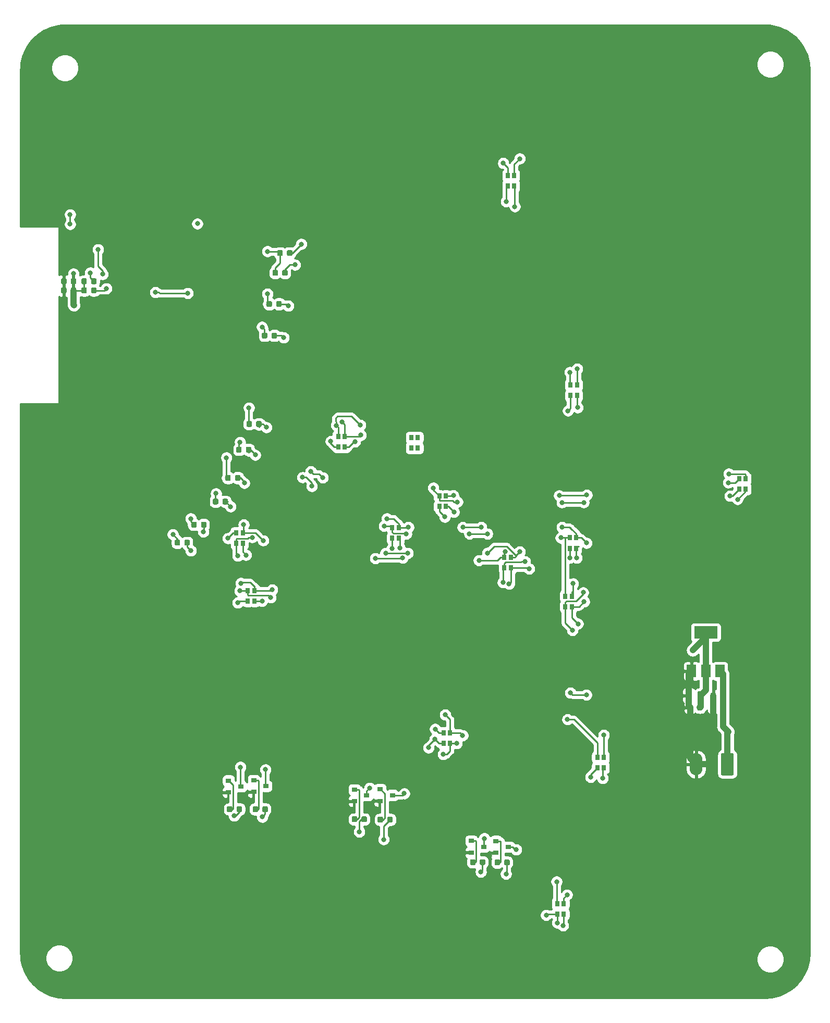
<source format=gtl>
G04 #@! TF.GenerationSoftware,KiCad,Pcbnew,(5.1.5-0-10_14)*
G04 #@! TF.CreationDate,2019-12-23T04:06:36+01:00*
G04 #@! TF.ProjectId,hackerspacesnl,6861636b-6572-4737-9061-6365736e6c2e,rev?*
G04 #@! TF.SameCoordinates,Original*
G04 #@! TF.FileFunction,Copper,L1,Top*
G04 #@! TF.FilePolarity,Positive*
%FSLAX46Y46*%
G04 Gerber Fmt 4.6, Leading zero omitted, Abs format (unit mm)*
G04 Created by KiCad (PCBNEW (5.1.5-0-10_14)) date 2019-12-23 04:06:36*
%MOMM*%
%LPD*%
G04 APERTURE LIST*
%ADD10C,0.100000*%
%ADD11R,0.800000X0.900000*%
%ADD12R,1.500000X2.000000*%
%ADD13R,3.800000X2.000000*%
%ADD14R,0.900000X0.800000*%
%ADD15O,2.080000X3.600000*%
%ADD16C,0.800000*%
%ADD17C,1.000000*%
%ADD18C,0.500000*%
%ADD19C,0.250000*%
%ADD20C,0.254000*%
G04 APERTURE END LIST*
G04 #@! TA.AperFunction,SMDPad,CuDef*
D10*
G36*
X45061031Y-70742573D02*
G01*
X45082266Y-70745723D01*
X45103090Y-70750939D01*
X45123302Y-70758171D01*
X45142708Y-70767350D01*
X45161121Y-70778386D01*
X45178364Y-70791174D01*
X45194270Y-70805590D01*
X45208686Y-70821496D01*
X45221474Y-70838739D01*
X45232510Y-70857152D01*
X45241689Y-70876558D01*
X45248921Y-70896770D01*
X45254137Y-70917594D01*
X45257287Y-70938829D01*
X45258340Y-70960270D01*
X45258340Y-71472770D01*
X45257287Y-71494211D01*
X45254137Y-71515446D01*
X45248921Y-71536270D01*
X45241689Y-71556482D01*
X45232510Y-71575888D01*
X45221474Y-71594301D01*
X45208686Y-71611544D01*
X45194270Y-71627450D01*
X45178364Y-71641866D01*
X45161121Y-71654654D01*
X45142708Y-71665690D01*
X45123302Y-71674869D01*
X45103090Y-71682101D01*
X45082266Y-71687317D01*
X45061031Y-71690467D01*
X45039590Y-71691520D01*
X44602090Y-71691520D01*
X44580649Y-71690467D01*
X44559414Y-71687317D01*
X44538590Y-71682101D01*
X44518378Y-71674869D01*
X44498972Y-71665690D01*
X44480559Y-71654654D01*
X44463316Y-71641866D01*
X44447410Y-71627450D01*
X44432994Y-71611544D01*
X44420206Y-71594301D01*
X44409170Y-71575888D01*
X44399991Y-71556482D01*
X44392759Y-71536270D01*
X44387543Y-71515446D01*
X44384393Y-71494211D01*
X44383340Y-71472770D01*
X44383340Y-70960270D01*
X44384393Y-70938829D01*
X44387543Y-70917594D01*
X44392759Y-70896770D01*
X44399991Y-70876558D01*
X44409170Y-70857152D01*
X44420206Y-70838739D01*
X44432994Y-70821496D01*
X44447410Y-70805590D01*
X44463316Y-70791174D01*
X44480559Y-70778386D01*
X44498972Y-70767350D01*
X44518378Y-70758171D01*
X44538590Y-70750939D01*
X44559414Y-70745723D01*
X44580649Y-70742573D01*
X44602090Y-70741520D01*
X45039590Y-70741520D01*
X45061031Y-70742573D01*
G37*
G04 #@! TD.AperFunction*
G04 #@! TA.AperFunction,SMDPad,CuDef*
G36*
X43486031Y-70742573D02*
G01*
X43507266Y-70745723D01*
X43528090Y-70750939D01*
X43548302Y-70758171D01*
X43567708Y-70767350D01*
X43586121Y-70778386D01*
X43603364Y-70791174D01*
X43619270Y-70805590D01*
X43633686Y-70821496D01*
X43646474Y-70838739D01*
X43657510Y-70857152D01*
X43666689Y-70876558D01*
X43673921Y-70896770D01*
X43679137Y-70917594D01*
X43682287Y-70938829D01*
X43683340Y-70960270D01*
X43683340Y-71472770D01*
X43682287Y-71494211D01*
X43679137Y-71515446D01*
X43673921Y-71536270D01*
X43666689Y-71556482D01*
X43657510Y-71575888D01*
X43646474Y-71594301D01*
X43633686Y-71611544D01*
X43619270Y-71627450D01*
X43603364Y-71641866D01*
X43586121Y-71654654D01*
X43567708Y-71665690D01*
X43548302Y-71674869D01*
X43528090Y-71682101D01*
X43507266Y-71687317D01*
X43486031Y-71690467D01*
X43464590Y-71691520D01*
X43027090Y-71691520D01*
X43005649Y-71690467D01*
X42984414Y-71687317D01*
X42963590Y-71682101D01*
X42943378Y-71674869D01*
X42923972Y-71665690D01*
X42905559Y-71654654D01*
X42888316Y-71641866D01*
X42872410Y-71627450D01*
X42857994Y-71611544D01*
X42845206Y-71594301D01*
X42834170Y-71575888D01*
X42824991Y-71556482D01*
X42817759Y-71536270D01*
X42812543Y-71515446D01*
X42809393Y-71494211D01*
X42808340Y-71472770D01*
X42808340Y-70960270D01*
X42809393Y-70938829D01*
X42812543Y-70917594D01*
X42817759Y-70896770D01*
X42824991Y-70876558D01*
X42834170Y-70857152D01*
X42845206Y-70838739D01*
X42857994Y-70821496D01*
X42872410Y-70805590D01*
X42888316Y-70791174D01*
X42905559Y-70778386D01*
X42923972Y-70767350D01*
X42943378Y-70758171D01*
X42963590Y-70750939D01*
X42984414Y-70745723D01*
X43005649Y-70742573D01*
X43027090Y-70741520D01*
X43464590Y-70741520D01*
X43486031Y-70742573D01*
G37*
G04 #@! TD.AperFunction*
G04 #@! TA.AperFunction,SMDPad,CuDef*
G36*
X45061031Y-72231013D02*
G01*
X45082266Y-72234163D01*
X45103090Y-72239379D01*
X45123302Y-72246611D01*
X45142708Y-72255790D01*
X45161121Y-72266826D01*
X45178364Y-72279614D01*
X45194270Y-72294030D01*
X45208686Y-72309936D01*
X45221474Y-72327179D01*
X45232510Y-72345592D01*
X45241689Y-72364998D01*
X45248921Y-72385210D01*
X45254137Y-72406034D01*
X45257287Y-72427269D01*
X45258340Y-72448710D01*
X45258340Y-72961210D01*
X45257287Y-72982651D01*
X45254137Y-73003886D01*
X45248921Y-73024710D01*
X45241689Y-73044922D01*
X45232510Y-73064328D01*
X45221474Y-73082741D01*
X45208686Y-73099984D01*
X45194270Y-73115890D01*
X45178364Y-73130306D01*
X45161121Y-73143094D01*
X45142708Y-73154130D01*
X45123302Y-73163309D01*
X45103090Y-73170541D01*
X45082266Y-73175757D01*
X45061031Y-73178907D01*
X45039590Y-73179960D01*
X44602090Y-73179960D01*
X44580649Y-73178907D01*
X44559414Y-73175757D01*
X44538590Y-73170541D01*
X44518378Y-73163309D01*
X44498972Y-73154130D01*
X44480559Y-73143094D01*
X44463316Y-73130306D01*
X44447410Y-73115890D01*
X44432994Y-73099984D01*
X44420206Y-73082741D01*
X44409170Y-73064328D01*
X44399991Y-73044922D01*
X44392759Y-73024710D01*
X44387543Y-73003886D01*
X44384393Y-72982651D01*
X44383340Y-72961210D01*
X44383340Y-72448710D01*
X44384393Y-72427269D01*
X44387543Y-72406034D01*
X44392759Y-72385210D01*
X44399991Y-72364998D01*
X44409170Y-72345592D01*
X44420206Y-72327179D01*
X44432994Y-72309936D01*
X44447410Y-72294030D01*
X44463316Y-72279614D01*
X44480559Y-72266826D01*
X44498972Y-72255790D01*
X44518378Y-72246611D01*
X44538590Y-72239379D01*
X44559414Y-72234163D01*
X44580649Y-72231013D01*
X44602090Y-72229960D01*
X45039590Y-72229960D01*
X45061031Y-72231013D01*
G37*
G04 #@! TD.AperFunction*
G04 #@! TA.AperFunction,SMDPad,CuDef*
G36*
X43486031Y-72231013D02*
G01*
X43507266Y-72234163D01*
X43528090Y-72239379D01*
X43548302Y-72246611D01*
X43567708Y-72255790D01*
X43586121Y-72266826D01*
X43603364Y-72279614D01*
X43619270Y-72294030D01*
X43633686Y-72309936D01*
X43646474Y-72327179D01*
X43657510Y-72345592D01*
X43666689Y-72364998D01*
X43673921Y-72385210D01*
X43679137Y-72406034D01*
X43682287Y-72427269D01*
X43683340Y-72448710D01*
X43683340Y-72961210D01*
X43682287Y-72982651D01*
X43679137Y-73003886D01*
X43673921Y-73024710D01*
X43666689Y-73044922D01*
X43657510Y-73064328D01*
X43646474Y-73082741D01*
X43633686Y-73099984D01*
X43619270Y-73115890D01*
X43603364Y-73130306D01*
X43586121Y-73143094D01*
X43567708Y-73154130D01*
X43548302Y-73163309D01*
X43528090Y-73170541D01*
X43507266Y-73175757D01*
X43486031Y-73178907D01*
X43464590Y-73179960D01*
X43027090Y-73179960D01*
X43005649Y-73178907D01*
X42984414Y-73175757D01*
X42963590Y-73170541D01*
X42943378Y-73163309D01*
X42923972Y-73154130D01*
X42905559Y-73143094D01*
X42888316Y-73130306D01*
X42872410Y-73115890D01*
X42857994Y-73099984D01*
X42845206Y-73082741D01*
X42834170Y-73064328D01*
X42824991Y-73044922D01*
X42817759Y-73024710D01*
X42812543Y-73003886D01*
X42809393Y-72982651D01*
X42808340Y-72961210D01*
X42808340Y-72448710D01*
X42809393Y-72427269D01*
X42812543Y-72406034D01*
X42817759Y-72385210D01*
X42824991Y-72364998D01*
X42834170Y-72345592D01*
X42845206Y-72327179D01*
X42857994Y-72309936D01*
X42872410Y-72294030D01*
X42888316Y-72279614D01*
X42905559Y-72266826D01*
X42923972Y-72255790D01*
X42943378Y-72246611D01*
X42963590Y-72239379D01*
X42984414Y-72234163D01*
X43005649Y-72231013D01*
X43027090Y-72229960D01*
X43464590Y-72229960D01*
X43486031Y-72231013D01*
G37*
G04 #@! TD.AperFunction*
D11*
X123157100Y-112920900D03*
X122107100Y-114620900D03*
X122107100Y-112920900D03*
X123157100Y-114620900D03*
X112539900Y-116108600D03*
X111489900Y-117808600D03*
X111489900Y-116108600D03*
X112539900Y-117808600D03*
X150664400Y-103320480D03*
X149614400Y-105020480D03*
X149614400Y-103320480D03*
X150664400Y-105020480D03*
X121137800Y-172382300D03*
X120087800Y-174082300D03*
X120087800Y-172382300D03*
X121137800Y-174082300D03*
X127640200Y-148607900D03*
X126590200Y-150307900D03*
X126590200Y-148607900D03*
X127640200Y-150307900D03*
X122450080Y-122406040D03*
X121400080Y-124106040D03*
X121400080Y-122406040D03*
X122450080Y-124106040D03*
X97426900Y-96614100D03*
X96376900Y-98314100D03*
X96376900Y-96614100D03*
X97426900Y-98314100D03*
X102672000Y-144645500D03*
X101622000Y-146345500D03*
X101622000Y-144645500D03*
X102672000Y-146345500D03*
X101973500Y-106126400D03*
X100923500Y-107826400D03*
X100923500Y-106126400D03*
X101973500Y-107826400D03*
X123284100Y-88092400D03*
X122234100Y-89792400D03*
X122234100Y-88092400D03*
X123284100Y-89792400D03*
X70883000Y-121489100D03*
X69833000Y-123189100D03*
X69833000Y-121489100D03*
X70883000Y-123189100D03*
X69002500Y-112120800D03*
X67952500Y-113820800D03*
X67952500Y-112120800D03*
X69002500Y-113820800D03*
X94342440Y-111296080D03*
X93292440Y-112996080D03*
X93292440Y-111296080D03*
X94342440Y-112996080D03*
X85552400Y-96449000D03*
X84502400Y-98149000D03*
X84502400Y-96449000D03*
X85552400Y-98149000D03*
X113084200Y-54043700D03*
X112034200Y-55743700D03*
X112034200Y-54043700D03*
X113084200Y-55743700D03*
D12*
X141895800Y-134595000D03*
X146495800Y-134595000D03*
X144195800Y-134595000D03*
D13*
X144195800Y-128295000D03*
G04 #@! TA.AperFunction,SMDPad,CuDef*
D10*
G36*
X112162951Y-165200093D02*
G01*
X112184186Y-165203243D01*
X112205010Y-165208459D01*
X112225222Y-165215691D01*
X112244628Y-165224870D01*
X112263041Y-165235906D01*
X112280284Y-165248694D01*
X112296190Y-165263110D01*
X112310606Y-165279016D01*
X112323394Y-165296259D01*
X112334430Y-165314672D01*
X112343609Y-165334078D01*
X112350841Y-165354290D01*
X112356057Y-165375114D01*
X112359207Y-165396349D01*
X112360260Y-165417790D01*
X112360260Y-165930290D01*
X112359207Y-165951731D01*
X112356057Y-165972966D01*
X112350841Y-165993790D01*
X112343609Y-166014002D01*
X112334430Y-166033408D01*
X112323394Y-166051821D01*
X112310606Y-166069064D01*
X112296190Y-166084970D01*
X112280284Y-166099386D01*
X112263041Y-166112174D01*
X112244628Y-166123210D01*
X112225222Y-166132389D01*
X112205010Y-166139621D01*
X112184186Y-166144837D01*
X112162951Y-166147987D01*
X112141510Y-166149040D01*
X111704010Y-166149040D01*
X111682569Y-166147987D01*
X111661334Y-166144837D01*
X111640510Y-166139621D01*
X111620298Y-166132389D01*
X111600892Y-166123210D01*
X111582479Y-166112174D01*
X111565236Y-166099386D01*
X111549330Y-166084970D01*
X111534914Y-166069064D01*
X111522126Y-166051821D01*
X111511090Y-166033408D01*
X111501911Y-166014002D01*
X111494679Y-165993790D01*
X111489463Y-165972966D01*
X111486313Y-165951731D01*
X111485260Y-165930290D01*
X111485260Y-165417790D01*
X111486313Y-165396349D01*
X111489463Y-165375114D01*
X111494679Y-165354290D01*
X111501911Y-165334078D01*
X111511090Y-165314672D01*
X111522126Y-165296259D01*
X111534914Y-165279016D01*
X111549330Y-165263110D01*
X111565236Y-165248694D01*
X111582479Y-165235906D01*
X111600892Y-165224870D01*
X111620298Y-165215691D01*
X111640510Y-165208459D01*
X111661334Y-165203243D01*
X111682569Y-165200093D01*
X111704010Y-165199040D01*
X112141510Y-165199040D01*
X112162951Y-165200093D01*
G37*
G04 #@! TD.AperFunction*
G04 #@! TA.AperFunction,SMDPad,CuDef*
G36*
X110587951Y-165200093D02*
G01*
X110609186Y-165203243D01*
X110630010Y-165208459D01*
X110650222Y-165215691D01*
X110669628Y-165224870D01*
X110688041Y-165235906D01*
X110705284Y-165248694D01*
X110721190Y-165263110D01*
X110735606Y-165279016D01*
X110748394Y-165296259D01*
X110759430Y-165314672D01*
X110768609Y-165334078D01*
X110775841Y-165354290D01*
X110781057Y-165375114D01*
X110784207Y-165396349D01*
X110785260Y-165417790D01*
X110785260Y-165930290D01*
X110784207Y-165951731D01*
X110781057Y-165972966D01*
X110775841Y-165993790D01*
X110768609Y-166014002D01*
X110759430Y-166033408D01*
X110748394Y-166051821D01*
X110735606Y-166069064D01*
X110721190Y-166084970D01*
X110705284Y-166099386D01*
X110688041Y-166112174D01*
X110669628Y-166123210D01*
X110650222Y-166132389D01*
X110630010Y-166139621D01*
X110609186Y-166144837D01*
X110587951Y-166147987D01*
X110566510Y-166149040D01*
X110129010Y-166149040D01*
X110107569Y-166147987D01*
X110086334Y-166144837D01*
X110065510Y-166139621D01*
X110045298Y-166132389D01*
X110025892Y-166123210D01*
X110007479Y-166112174D01*
X109990236Y-166099386D01*
X109974330Y-166084970D01*
X109959914Y-166069064D01*
X109947126Y-166051821D01*
X109936090Y-166033408D01*
X109926911Y-166014002D01*
X109919679Y-165993790D01*
X109914463Y-165972966D01*
X109911313Y-165951731D01*
X109910260Y-165930290D01*
X109910260Y-165417790D01*
X109911313Y-165396349D01*
X109914463Y-165375114D01*
X109919679Y-165354290D01*
X109926911Y-165334078D01*
X109936090Y-165314672D01*
X109947126Y-165296259D01*
X109959914Y-165279016D01*
X109974330Y-165263110D01*
X109990236Y-165248694D01*
X110007479Y-165235906D01*
X110025892Y-165224870D01*
X110045298Y-165215691D01*
X110065510Y-165208459D01*
X110086334Y-165203243D01*
X110107569Y-165200093D01*
X110129010Y-165199040D01*
X110566510Y-165199040D01*
X110587951Y-165200093D01*
G37*
G04 #@! TD.AperFunction*
G04 #@! TA.AperFunction,SMDPad,CuDef*
G36*
X108185211Y-165164533D02*
G01*
X108206446Y-165167683D01*
X108227270Y-165172899D01*
X108247482Y-165180131D01*
X108266888Y-165189310D01*
X108285301Y-165200346D01*
X108302544Y-165213134D01*
X108318450Y-165227550D01*
X108332866Y-165243456D01*
X108345654Y-165260699D01*
X108356690Y-165279112D01*
X108365869Y-165298518D01*
X108373101Y-165318730D01*
X108378317Y-165339554D01*
X108381467Y-165360789D01*
X108382520Y-165382230D01*
X108382520Y-165894730D01*
X108381467Y-165916171D01*
X108378317Y-165937406D01*
X108373101Y-165958230D01*
X108365869Y-165978442D01*
X108356690Y-165997848D01*
X108345654Y-166016261D01*
X108332866Y-166033504D01*
X108318450Y-166049410D01*
X108302544Y-166063826D01*
X108285301Y-166076614D01*
X108266888Y-166087650D01*
X108247482Y-166096829D01*
X108227270Y-166104061D01*
X108206446Y-166109277D01*
X108185211Y-166112427D01*
X108163770Y-166113480D01*
X107726270Y-166113480D01*
X107704829Y-166112427D01*
X107683594Y-166109277D01*
X107662770Y-166104061D01*
X107642558Y-166096829D01*
X107623152Y-166087650D01*
X107604739Y-166076614D01*
X107587496Y-166063826D01*
X107571590Y-166049410D01*
X107557174Y-166033504D01*
X107544386Y-166016261D01*
X107533350Y-165997848D01*
X107524171Y-165978442D01*
X107516939Y-165958230D01*
X107511723Y-165937406D01*
X107508573Y-165916171D01*
X107507520Y-165894730D01*
X107507520Y-165382230D01*
X107508573Y-165360789D01*
X107511723Y-165339554D01*
X107516939Y-165318730D01*
X107524171Y-165298518D01*
X107533350Y-165279112D01*
X107544386Y-165260699D01*
X107557174Y-165243456D01*
X107571590Y-165227550D01*
X107587496Y-165213134D01*
X107604739Y-165200346D01*
X107623152Y-165189310D01*
X107642558Y-165180131D01*
X107662770Y-165172899D01*
X107683594Y-165167683D01*
X107704829Y-165164533D01*
X107726270Y-165163480D01*
X108163770Y-165163480D01*
X108185211Y-165164533D01*
G37*
G04 #@! TD.AperFunction*
G04 #@! TA.AperFunction,SMDPad,CuDef*
G36*
X106610211Y-165164533D02*
G01*
X106631446Y-165167683D01*
X106652270Y-165172899D01*
X106672482Y-165180131D01*
X106691888Y-165189310D01*
X106710301Y-165200346D01*
X106727544Y-165213134D01*
X106743450Y-165227550D01*
X106757866Y-165243456D01*
X106770654Y-165260699D01*
X106781690Y-165279112D01*
X106790869Y-165298518D01*
X106798101Y-165318730D01*
X106803317Y-165339554D01*
X106806467Y-165360789D01*
X106807520Y-165382230D01*
X106807520Y-165894730D01*
X106806467Y-165916171D01*
X106803317Y-165937406D01*
X106798101Y-165958230D01*
X106790869Y-165978442D01*
X106781690Y-165997848D01*
X106770654Y-166016261D01*
X106757866Y-166033504D01*
X106743450Y-166049410D01*
X106727544Y-166063826D01*
X106710301Y-166076614D01*
X106691888Y-166087650D01*
X106672482Y-166096829D01*
X106652270Y-166104061D01*
X106631446Y-166109277D01*
X106610211Y-166112427D01*
X106588770Y-166113480D01*
X106151270Y-166113480D01*
X106129829Y-166112427D01*
X106108594Y-166109277D01*
X106087770Y-166104061D01*
X106067558Y-166096829D01*
X106048152Y-166087650D01*
X106029739Y-166076614D01*
X106012496Y-166063826D01*
X105996590Y-166049410D01*
X105982174Y-166033504D01*
X105969386Y-166016261D01*
X105958350Y-165997848D01*
X105949171Y-165978442D01*
X105941939Y-165958230D01*
X105936723Y-165937406D01*
X105933573Y-165916171D01*
X105932520Y-165894730D01*
X105932520Y-165382230D01*
X105933573Y-165360789D01*
X105936723Y-165339554D01*
X105941939Y-165318730D01*
X105949171Y-165298518D01*
X105958350Y-165279112D01*
X105969386Y-165260699D01*
X105982174Y-165243456D01*
X105996590Y-165227550D01*
X106012496Y-165213134D01*
X106029739Y-165200346D01*
X106048152Y-165189310D01*
X106067558Y-165180131D01*
X106087770Y-165172899D01*
X106108594Y-165167683D01*
X106129829Y-165164533D01*
X106151270Y-165163480D01*
X106588770Y-165163480D01*
X106610211Y-165164533D01*
G37*
G04 #@! TD.AperFunction*
G04 #@! TA.AperFunction,SMDPad,CuDef*
G36*
X93161211Y-158253193D02*
G01*
X93182446Y-158256343D01*
X93203270Y-158261559D01*
X93223482Y-158268791D01*
X93242888Y-158277970D01*
X93261301Y-158289006D01*
X93278544Y-158301794D01*
X93294450Y-158316210D01*
X93308866Y-158332116D01*
X93321654Y-158349359D01*
X93332690Y-158367772D01*
X93341869Y-158387178D01*
X93349101Y-158407390D01*
X93354317Y-158428214D01*
X93357467Y-158449449D01*
X93358520Y-158470890D01*
X93358520Y-158983390D01*
X93357467Y-159004831D01*
X93354317Y-159026066D01*
X93349101Y-159046890D01*
X93341869Y-159067102D01*
X93332690Y-159086508D01*
X93321654Y-159104921D01*
X93308866Y-159122164D01*
X93294450Y-159138070D01*
X93278544Y-159152486D01*
X93261301Y-159165274D01*
X93242888Y-159176310D01*
X93223482Y-159185489D01*
X93203270Y-159192721D01*
X93182446Y-159197937D01*
X93161211Y-159201087D01*
X93139770Y-159202140D01*
X92702270Y-159202140D01*
X92680829Y-159201087D01*
X92659594Y-159197937D01*
X92638770Y-159192721D01*
X92618558Y-159185489D01*
X92599152Y-159176310D01*
X92580739Y-159165274D01*
X92563496Y-159152486D01*
X92547590Y-159138070D01*
X92533174Y-159122164D01*
X92520386Y-159104921D01*
X92509350Y-159086508D01*
X92500171Y-159067102D01*
X92492939Y-159046890D01*
X92487723Y-159026066D01*
X92484573Y-159004831D01*
X92483520Y-158983390D01*
X92483520Y-158470890D01*
X92484573Y-158449449D01*
X92487723Y-158428214D01*
X92492939Y-158407390D01*
X92500171Y-158387178D01*
X92509350Y-158367772D01*
X92520386Y-158349359D01*
X92533174Y-158332116D01*
X92547590Y-158316210D01*
X92563496Y-158301794D01*
X92580739Y-158289006D01*
X92599152Y-158277970D01*
X92618558Y-158268791D01*
X92638770Y-158261559D01*
X92659594Y-158256343D01*
X92680829Y-158253193D01*
X92702270Y-158252140D01*
X93139770Y-158252140D01*
X93161211Y-158253193D01*
G37*
G04 #@! TD.AperFunction*
G04 #@! TA.AperFunction,SMDPad,CuDef*
G36*
X91586211Y-158253193D02*
G01*
X91607446Y-158256343D01*
X91628270Y-158261559D01*
X91648482Y-158268791D01*
X91667888Y-158277970D01*
X91686301Y-158289006D01*
X91703544Y-158301794D01*
X91719450Y-158316210D01*
X91733866Y-158332116D01*
X91746654Y-158349359D01*
X91757690Y-158367772D01*
X91766869Y-158387178D01*
X91774101Y-158407390D01*
X91779317Y-158428214D01*
X91782467Y-158449449D01*
X91783520Y-158470890D01*
X91783520Y-158983390D01*
X91782467Y-159004831D01*
X91779317Y-159026066D01*
X91774101Y-159046890D01*
X91766869Y-159067102D01*
X91757690Y-159086508D01*
X91746654Y-159104921D01*
X91733866Y-159122164D01*
X91719450Y-159138070D01*
X91703544Y-159152486D01*
X91686301Y-159165274D01*
X91667888Y-159176310D01*
X91648482Y-159185489D01*
X91628270Y-159192721D01*
X91607446Y-159197937D01*
X91586211Y-159201087D01*
X91564770Y-159202140D01*
X91127270Y-159202140D01*
X91105829Y-159201087D01*
X91084594Y-159197937D01*
X91063770Y-159192721D01*
X91043558Y-159185489D01*
X91024152Y-159176310D01*
X91005739Y-159165274D01*
X90988496Y-159152486D01*
X90972590Y-159138070D01*
X90958174Y-159122164D01*
X90945386Y-159104921D01*
X90934350Y-159086508D01*
X90925171Y-159067102D01*
X90917939Y-159046890D01*
X90912723Y-159026066D01*
X90909573Y-159004831D01*
X90908520Y-158983390D01*
X90908520Y-158470890D01*
X90909573Y-158449449D01*
X90912723Y-158428214D01*
X90917939Y-158407390D01*
X90925171Y-158387178D01*
X90934350Y-158367772D01*
X90945386Y-158349359D01*
X90958174Y-158332116D01*
X90972590Y-158316210D01*
X90988496Y-158301794D01*
X91005739Y-158289006D01*
X91024152Y-158277970D01*
X91043558Y-158268791D01*
X91063770Y-158261559D01*
X91084594Y-158256343D01*
X91105829Y-158253193D01*
X91127270Y-158252140D01*
X91564770Y-158252140D01*
X91586211Y-158253193D01*
G37*
G04 #@! TD.AperFunction*
G04 #@! TA.AperFunction,SMDPad,CuDef*
G36*
X88957511Y-158189693D02*
G01*
X88978746Y-158192843D01*
X88999570Y-158198059D01*
X89019782Y-158205291D01*
X89039188Y-158214470D01*
X89057601Y-158225506D01*
X89074844Y-158238294D01*
X89090750Y-158252710D01*
X89105166Y-158268616D01*
X89117954Y-158285859D01*
X89128990Y-158304272D01*
X89138169Y-158323678D01*
X89145401Y-158343890D01*
X89150617Y-158364714D01*
X89153767Y-158385949D01*
X89154820Y-158407390D01*
X89154820Y-158919890D01*
X89153767Y-158941331D01*
X89150617Y-158962566D01*
X89145401Y-158983390D01*
X89138169Y-159003602D01*
X89128990Y-159023008D01*
X89117954Y-159041421D01*
X89105166Y-159058664D01*
X89090750Y-159074570D01*
X89074844Y-159088986D01*
X89057601Y-159101774D01*
X89039188Y-159112810D01*
X89019782Y-159121989D01*
X88999570Y-159129221D01*
X88978746Y-159134437D01*
X88957511Y-159137587D01*
X88936070Y-159138640D01*
X88498570Y-159138640D01*
X88477129Y-159137587D01*
X88455894Y-159134437D01*
X88435070Y-159129221D01*
X88414858Y-159121989D01*
X88395452Y-159112810D01*
X88377039Y-159101774D01*
X88359796Y-159088986D01*
X88343890Y-159074570D01*
X88329474Y-159058664D01*
X88316686Y-159041421D01*
X88305650Y-159023008D01*
X88296471Y-159003602D01*
X88289239Y-158983390D01*
X88284023Y-158962566D01*
X88280873Y-158941331D01*
X88279820Y-158919890D01*
X88279820Y-158407390D01*
X88280873Y-158385949D01*
X88284023Y-158364714D01*
X88289239Y-158343890D01*
X88296471Y-158323678D01*
X88305650Y-158304272D01*
X88316686Y-158285859D01*
X88329474Y-158268616D01*
X88343890Y-158252710D01*
X88359796Y-158238294D01*
X88377039Y-158225506D01*
X88395452Y-158214470D01*
X88414858Y-158205291D01*
X88435070Y-158198059D01*
X88455894Y-158192843D01*
X88477129Y-158189693D01*
X88498570Y-158188640D01*
X88936070Y-158188640D01*
X88957511Y-158189693D01*
G37*
G04 #@! TD.AperFunction*
G04 #@! TA.AperFunction,SMDPad,CuDef*
G36*
X87382511Y-158189693D02*
G01*
X87403746Y-158192843D01*
X87424570Y-158198059D01*
X87444782Y-158205291D01*
X87464188Y-158214470D01*
X87482601Y-158225506D01*
X87499844Y-158238294D01*
X87515750Y-158252710D01*
X87530166Y-158268616D01*
X87542954Y-158285859D01*
X87553990Y-158304272D01*
X87563169Y-158323678D01*
X87570401Y-158343890D01*
X87575617Y-158364714D01*
X87578767Y-158385949D01*
X87579820Y-158407390D01*
X87579820Y-158919890D01*
X87578767Y-158941331D01*
X87575617Y-158962566D01*
X87570401Y-158983390D01*
X87563169Y-159003602D01*
X87553990Y-159023008D01*
X87542954Y-159041421D01*
X87530166Y-159058664D01*
X87515750Y-159074570D01*
X87499844Y-159088986D01*
X87482601Y-159101774D01*
X87464188Y-159112810D01*
X87444782Y-159121989D01*
X87424570Y-159129221D01*
X87403746Y-159134437D01*
X87382511Y-159137587D01*
X87361070Y-159138640D01*
X86923570Y-159138640D01*
X86902129Y-159137587D01*
X86880894Y-159134437D01*
X86860070Y-159129221D01*
X86839858Y-159121989D01*
X86820452Y-159112810D01*
X86802039Y-159101774D01*
X86784796Y-159088986D01*
X86768890Y-159074570D01*
X86754474Y-159058664D01*
X86741686Y-159041421D01*
X86730650Y-159023008D01*
X86721471Y-159003602D01*
X86714239Y-158983390D01*
X86709023Y-158962566D01*
X86705873Y-158941331D01*
X86704820Y-158919890D01*
X86704820Y-158407390D01*
X86705873Y-158385949D01*
X86709023Y-158364714D01*
X86714239Y-158343890D01*
X86721471Y-158323678D01*
X86730650Y-158304272D01*
X86741686Y-158285859D01*
X86754474Y-158268616D01*
X86768890Y-158252710D01*
X86784796Y-158238294D01*
X86802039Y-158225506D01*
X86820452Y-158214470D01*
X86839858Y-158205291D01*
X86860070Y-158198059D01*
X86880894Y-158192843D01*
X86902129Y-158189693D01*
X86923570Y-158188640D01*
X87361070Y-158188640D01*
X87382511Y-158189693D01*
G37*
G04 #@! TD.AperFunction*
G04 #@! TA.AperFunction,SMDPad,CuDef*
G36*
X72879311Y-156559013D02*
G01*
X72900546Y-156562163D01*
X72921370Y-156567379D01*
X72941582Y-156574611D01*
X72960988Y-156583790D01*
X72979401Y-156594826D01*
X72996644Y-156607614D01*
X73012550Y-156622030D01*
X73026966Y-156637936D01*
X73039754Y-156655179D01*
X73050790Y-156673592D01*
X73059969Y-156692998D01*
X73067201Y-156713210D01*
X73072417Y-156734034D01*
X73075567Y-156755269D01*
X73076620Y-156776710D01*
X73076620Y-157289210D01*
X73075567Y-157310651D01*
X73072417Y-157331886D01*
X73067201Y-157352710D01*
X73059969Y-157372922D01*
X73050790Y-157392328D01*
X73039754Y-157410741D01*
X73026966Y-157427984D01*
X73012550Y-157443890D01*
X72996644Y-157458306D01*
X72979401Y-157471094D01*
X72960988Y-157482130D01*
X72941582Y-157491309D01*
X72921370Y-157498541D01*
X72900546Y-157503757D01*
X72879311Y-157506907D01*
X72857870Y-157507960D01*
X72420370Y-157507960D01*
X72398929Y-157506907D01*
X72377694Y-157503757D01*
X72356870Y-157498541D01*
X72336658Y-157491309D01*
X72317252Y-157482130D01*
X72298839Y-157471094D01*
X72281596Y-157458306D01*
X72265690Y-157443890D01*
X72251274Y-157427984D01*
X72238486Y-157410741D01*
X72227450Y-157392328D01*
X72218271Y-157372922D01*
X72211039Y-157352710D01*
X72205823Y-157331886D01*
X72202673Y-157310651D01*
X72201620Y-157289210D01*
X72201620Y-156776710D01*
X72202673Y-156755269D01*
X72205823Y-156734034D01*
X72211039Y-156713210D01*
X72218271Y-156692998D01*
X72227450Y-156673592D01*
X72238486Y-156655179D01*
X72251274Y-156637936D01*
X72265690Y-156622030D01*
X72281596Y-156607614D01*
X72298839Y-156594826D01*
X72317252Y-156583790D01*
X72336658Y-156574611D01*
X72356870Y-156567379D01*
X72377694Y-156562163D01*
X72398929Y-156559013D01*
X72420370Y-156557960D01*
X72857870Y-156557960D01*
X72879311Y-156559013D01*
G37*
G04 #@! TD.AperFunction*
G04 #@! TA.AperFunction,SMDPad,CuDef*
G36*
X71304311Y-156559013D02*
G01*
X71325546Y-156562163D01*
X71346370Y-156567379D01*
X71366582Y-156574611D01*
X71385988Y-156583790D01*
X71404401Y-156594826D01*
X71421644Y-156607614D01*
X71437550Y-156622030D01*
X71451966Y-156637936D01*
X71464754Y-156655179D01*
X71475790Y-156673592D01*
X71484969Y-156692998D01*
X71492201Y-156713210D01*
X71497417Y-156734034D01*
X71500567Y-156755269D01*
X71501620Y-156776710D01*
X71501620Y-157289210D01*
X71500567Y-157310651D01*
X71497417Y-157331886D01*
X71492201Y-157352710D01*
X71484969Y-157372922D01*
X71475790Y-157392328D01*
X71464754Y-157410741D01*
X71451966Y-157427984D01*
X71437550Y-157443890D01*
X71421644Y-157458306D01*
X71404401Y-157471094D01*
X71385988Y-157482130D01*
X71366582Y-157491309D01*
X71346370Y-157498541D01*
X71325546Y-157503757D01*
X71304311Y-157506907D01*
X71282870Y-157507960D01*
X70845370Y-157507960D01*
X70823929Y-157506907D01*
X70802694Y-157503757D01*
X70781870Y-157498541D01*
X70761658Y-157491309D01*
X70742252Y-157482130D01*
X70723839Y-157471094D01*
X70706596Y-157458306D01*
X70690690Y-157443890D01*
X70676274Y-157427984D01*
X70663486Y-157410741D01*
X70652450Y-157392328D01*
X70643271Y-157372922D01*
X70636039Y-157352710D01*
X70630823Y-157331886D01*
X70627673Y-157310651D01*
X70626620Y-157289210D01*
X70626620Y-156776710D01*
X70627673Y-156755269D01*
X70630823Y-156734034D01*
X70636039Y-156713210D01*
X70643271Y-156692998D01*
X70652450Y-156673592D01*
X70663486Y-156655179D01*
X70676274Y-156637936D01*
X70690690Y-156622030D01*
X70706596Y-156607614D01*
X70723839Y-156594826D01*
X70742252Y-156583790D01*
X70761658Y-156574611D01*
X70781870Y-156567379D01*
X70802694Y-156562163D01*
X70823929Y-156559013D01*
X70845370Y-156557960D01*
X71282870Y-156557960D01*
X71304311Y-156559013D01*
G37*
G04 #@! TD.AperFunction*
G04 #@! TA.AperFunction,SMDPad,CuDef*
G36*
X68688111Y-156559013D02*
G01*
X68709346Y-156562163D01*
X68730170Y-156567379D01*
X68750382Y-156574611D01*
X68769788Y-156583790D01*
X68788201Y-156594826D01*
X68805444Y-156607614D01*
X68821350Y-156622030D01*
X68835766Y-156637936D01*
X68848554Y-156655179D01*
X68859590Y-156673592D01*
X68868769Y-156692998D01*
X68876001Y-156713210D01*
X68881217Y-156734034D01*
X68884367Y-156755269D01*
X68885420Y-156776710D01*
X68885420Y-157289210D01*
X68884367Y-157310651D01*
X68881217Y-157331886D01*
X68876001Y-157352710D01*
X68868769Y-157372922D01*
X68859590Y-157392328D01*
X68848554Y-157410741D01*
X68835766Y-157427984D01*
X68821350Y-157443890D01*
X68805444Y-157458306D01*
X68788201Y-157471094D01*
X68769788Y-157482130D01*
X68750382Y-157491309D01*
X68730170Y-157498541D01*
X68709346Y-157503757D01*
X68688111Y-157506907D01*
X68666670Y-157507960D01*
X68229170Y-157507960D01*
X68207729Y-157506907D01*
X68186494Y-157503757D01*
X68165670Y-157498541D01*
X68145458Y-157491309D01*
X68126052Y-157482130D01*
X68107639Y-157471094D01*
X68090396Y-157458306D01*
X68074490Y-157443890D01*
X68060074Y-157427984D01*
X68047286Y-157410741D01*
X68036250Y-157392328D01*
X68027071Y-157372922D01*
X68019839Y-157352710D01*
X68014623Y-157331886D01*
X68011473Y-157310651D01*
X68010420Y-157289210D01*
X68010420Y-156776710D01*
X68011473Y-156755269D01*
X68014623Y-156734034D01*
X68019839Y-156713210D01*
X68027071Y-156692998D01*
X68036250Y-156673592D01*
X68047286Y-156655179D01*
X68060074Y-156637936D01*
X68074490Y-156622030D01*
X68090396Y-156607614D01*
X68107639Y-156594826D01*
X68126052Y-156583790D01*
X68145458Y-156574611D01*
X68165670Y-156567379D01*
X68186494Y-156562163D01*
X68207729Y-156559013D01*
X68229170Y-156557960D01*
X68666670Y-156557960D01*
X68688111Y-156559013D01*
G37*
G04 #@! TD.AperFunction*
G04 #@! TA.AperFunction,SMDPad,CuDef*
G36*
X67113111Y-156559013D02*
G01*
X67134346Y-156562163D01*
X67155170Y-156567379D01*
X67175382Y-156574611D01*
X67194788Y-156583790D01*
X67213201Y-156594826D01*
X67230444Y-156607614D01*
X67246350Y-156622030D01*
X67260766Y-156637936D01*
X67273554Y-156655179D01*
X67284590Y-156673592D01*
X67293769Y-156692998D01*
X67301001Y-156713210D01*
X67306217Y-156734034D01*
X67309367Y-156755269D01*
X67310420Y-156776710D01*
X67310420Y-157289210D01*
X67309367Y-157310651D01*
X67306217Y-157331886D01*
X67301001Y-157352710D01*
X67293769Y-157372922D01*
X67284590Y-157392328D01*
X67273554Y-157410741D01*
X67260766Y-157427984D01*
X67246350Y-157443890D01*
X67230444Y-157458306D01*
X67213201Y-157471094D01*
X67194788Y-157482130D01*
X67175382Y-157491309D01*
X67155170Y-157498541D01*
X67134346Y-157503757D01*
X67113111Y-157506907D01*
X67091670Y-157507960D01*
X66654170Y-157507960D01*
X66632729Y-157506907D01*
X66611494Y-157503757D01*
X66590670Y-157498541D01*
X66570458Y-157491309D01*
X66551052Y-157482130D01*
X66532639Y-157471094D01*
X66515396Y-157458306D01*
X66499490Y-157443890D01*
X66485074Y-157427984D01*
X66472286Y-157410741D01*
X66461250Y-157392328D01*
X66452071Y-157372922D01*
X66444839Y-157352710D01*
X66439623Y-157331886D01*
X66436473Y-157310651D01*
X66435420Y-157289210D01*
X66435420Y-156776710D01*
X66436473Y-156755269D01*
X66439623Y-156734034D01*
X66444839Y-156713210D01*
X66452071Y-156692998D01*
X66461250Y-156673592D01*
X66472286Y-156655179D01*
X66485074Y-156637936D01*
X66499490Y-156622030D01*
X66515396Y-156607614D01*
X66532639Y-156594826D01*
X66551052Y-156583790D01*
X66570458Y-156574611D01*
X66590670Y-156567379D01*
X66611494Y-156562163D01*
X66632729Y-156559013D01*
X66654170Y-156557960D01*
X67091670Y-156557960D01*
X67113111Y-156559013D01*
G37*
G04 #@! TD.AperFunction*
G04 #@! TA.AperFunction,SMDPad,CuDef*
G36*
X58629511Y-113236773D02*
G01*
X58650746Y-113239923D01*
X58671570Y-113245139D01*
X58691782Y-113252371D01*
X58711188Y-113261550D01*
X58729601Y-113272586D01*
X58746844Y-113285374D01*
X58762750Y-113299790D01*
X58777166Y-113315696D01*
X58789954Y-113332939D01*
X58800990Y-113351352D01*
X58810169Y-113370758D01*
X58817401Y-113390970D01*
X58822617Y-113411794D01*
X58825767Y-113433029D01*
X58826820Y-113454470D01*
X58826820Y-113966970D01*
X58825767Y-113988411D01*
X58822617Y-114009646D01*
X58817401Y-114030470D01*
X58810169Y-114050682D01*
X58800990Y-114070088D01*
X58789954Y-114088501D01*
X58777166Y-114105744D01*
X58762750Y-114121650D01*
X58746844Y-114136066D01*
X58729601Y-114148854D01*
X58711188Y-114159890D01*
X58691782Y-114169069D01*
X58671570Y-114176301D01*
X58650746Y-114181517D01*
X58629511Y-114184667D01*
X58608070Y-114185720D01*
X58170570Y-114185720D01*
X58149129Y-114184667D01*
X58127894Y-114181517D01*
X58107070Y-114176301D01*
X58086858Y-114169069D01*
X58067452Y-114159890D01*
X58049039Y-114148854D01*
X58031796Y-114136066D01*
X58015890Y-114121650D01*
X58001474Y-114105744D01*
X57988686Y-114088501D01*
X57977650Y-114070088D01*
X57968471Y-114050682D01*
X57961239Y-114030470D01*
X57956023Y-114009646D01*
X57952873Y-113988411D01*
X57951820Y-113966970D01*
X57951820Y-113454470D01*
X57952873Y-113433029D01*
X57956023Y-113411794D01*
X57961239Y-113390970D01*
X57968471Y-113370758D01*
X57977650Y-113351352D01*
X57988686Y-113332939D01*
X58001474Y-113315696D01*
X58015890Y-113299790D01*
X58031796Y-113285374D01*
X58049039Y-113272586D01*
X58067452Y-113261550D01*
X58086858Y-113252371D01*
X58107070Y-113245139D01*
X58127894Y-113239923D01*
X58149129Y-113236773D01*
X58170570Y-113235720D01*
X58608070Y-113235720D01*
X58629511Y-113236773D01*
G37*
G04 #@! TD.AperFunction*
G04 #@! TA.AperFunction,SMDPad,CuDef*
G36*
X60204511Y-113236773D02*
G01*
X60225746Y-113239923D01*
X60246570Y-113245139D01*
X60266782Y-113252371D01*
X60286188Y-113261550D01*
X60304601Y-113272586D01*
X60321844Y-113285374D01*
X60337750Y-113299790D01*
X60352166Y-113315696D01*
X60364954Y-113332939D01*
X60375990Y-113351352D01*
X60385169Y-113370758D01*
X60392401Y-113390970D01*
X60397617Y-113411794D01*
X60400767Y-113433029D01*
X60401820Y-113454470D01*
X60401820Y-113966970D01*
X60400767Y-113988411D01*
X60397617Y-114009646D01*
X60392401Y-114030470D01*
X60385169Y-114050682D01*
X60375990Y-114070088D01*
X60364954Y-114088501D01*
X60352166Y-114105744D01*
X60337750Y-114121650D01*
X60321844Y-114136066D01*
X60304601Y-114148854D01*
X60286188Y-114159890D01*
X60266782Y-114169069D01*
X60246570Y-114176301D01*
X60225746Y-114181517D01*
X60204511Y-114184667D01*
X60183070Y-114185720D01*
X59745570Y-114185720D01*
X59724129Y-114184667D01*
X59702894Y-114181517D01*
X59682070Y-114176301D01*
X59661858Y-114169069D01*
X59642452Y-114159890D01*
X59624039Y-114148854D01*
X59606796Y-114136066D01*
X59590890Y-114121650D01*
X59576474Y-114105744D01*
X59563686Y-114088501D01*
X59552650Y-114070088D01*
X59543471Y-114050682D01*
X59536239Y-114030470D01*
X59531023Y-114009646D01*
X59527873Y-113988411D01*
X59526820Y-113966970D01*
X59526820Y-113454470D01*
X59527873Y-113433029D01*
X59531023Y-113411794D01*
X59536239Y-113390970D01*
X59543471Y-113370758D01*
X59552650Y-113351352D01*
X59563686Y-113332939D01*
X59576474Y-113315696D01*
X59590890Y-113299790D01*
X59606796Y-113285374D01*
X59624039Y-113272586D01*
X59642452Y-113261550D01*
X59661858Y-113252371D01*
X59682070Y-113245139D01*
X59702894Y-113239923D01*
X59724129Y-113236773D01*
X59745570Y-113235720D01*
X60183070Y-113235720D01*
X60204511Y-113236773D01*
G37*
G04 #@! TD.AperFunction*
G04 #@! TA.AperFunction,SMDPad,CuDef*
G36*
X61332071Y-110305613D02*
G01*
X61353306Y-110308763D01*
X61374130Y-110313979D01*
X61394342Y-110321211D01*
X61413748Y-110330390D01*
X61432161Y-110341426D01*
X61449404Y-110354214D01*
X61465310Y-110368630D01*
X61479726Y-110384536D01*
X61492514Y-110401779D01*
X61503550Y-110420192D01*
X61512729Y-110439598D01*
X61519961Y-110459810D01*
X61525177Y-110480634D01*
X61528327Y-110501869D01*
X61529380Y-110523310D01*
X61529380Y-111035810D01*
X61528327Y-111057251D01*
X61525177Y-111078486D01*
X61519961Y-111099310D01*
X61512729Y-111119522D01*
X61503550Y-111138928D01*
X61492514Y-111157341D01*
X61479726Y-111174584D01*
X61465310Y-111190490D01*
X61449404Y-111204906D01*
X61432161Y-111217694D01*
X61413748Y-111228730D01*
X61394342Y-111237909D01*
X61374130Y-111245141D01*
X61353306Y-111250357D01*
X61332071Y-111253507D01*
X61310630Y-111254560D01*
X60873130Y-111254560D01*
X60851689Y-111253507D01*
X60830454Y-111250357D01*
X60809630Y-111245141D01*
X60789418Y-111237909D01*
X60770012Y-111228730D01*
X60751599Y-111217694D01*
X60734356Y-111204906D01*
X60718450Y-111190490D01*
X60704034Y-111174584D01*
X60691246Y-111157341D01*
X60680210Y-111138928D01*
X60671031Y-111119522D01*
X60663799Y-111099310D01*
X60658583Y-111078486D01*
X60655433Y-111057251D01*
X60654380Y-111035810D01*
X60654380Y-110523310D01*
X60655433Y-110501869D01*
X60658583Y-110480634D01*
X60663799Y-110459810D01*
X60671031Y-110439598D01*
X60680210Y-110420192D01*
X60691246Y-110401779D01*
X60704034Y-110384536D01*
X60718450Y-110368630D01*
X60734356Y-110354214D01*
X60751599Y-110341426D01*
X60770012Y-110330390D01*
X60789418Y-110321211D01*
X60809630Y-110313979D01*
X60830454Y-110308763D01*
X60851689Y-110305613D01*
X60873130Y-110304560D01*
X61310630Y-110304560D01*
X61332071Y-110305613D01*
G37*
G04 #@! TD.AperFunction*
G04 #@! TA.AperFunction,SMDPad,CuDef*
G36*
X62907071Y-110305613D02*
G01*
X62928306Y-110308763D01*
X62949130Y-110313979D01*
X62969342Y-110321211D01*
X62988748Y-110330390D01*
X63007161Y-110341426D01*
X63024404Y-110354214D01*
X63040310Y-110368630D01*
X63054726Y-110384536D01*
X63067514Y-110401779D01*
X63078550Y-110420192D01*
X63087729Y-110439598D01*
X63094961Y-110459810D01*
X63100177Y-110480634D01*
X63103327Y-110501869D01*
X63104380Y-110523310D01*
X63104380Y-111035810D01*
X63103327Y-111057251D01*
X63100177Y-111078486D01*
X63094961Y-111099310D01*
X63087729Y-111119522D01*
X63078550Y-111138928D01*
X63067514Y-111157341D01*
X63054726Y-111174584D01*
X63040310Y-111190490D01*
X63024404Y-111204906D01*
X63007161Y-111217694D01*
X62988748Y-111228730D01*
X62969342Y-111237909D01*
X62949130Y-111245141D01*
X62928306Y-111250357D01*
X62907071Y-111253507D01*
X62885630Y-111254560D01*
X62448130Y-111254560D01*
X62426689Y-111253507D01*
X62405454Y-111250357D01*
X62384630Y-111245141D01*
X62364418Y-111237909D01*
X62345012Y-111228730D01*
X62326599Y-111217694D01*
X62309356Y-111204906D01*
X62293450Y-111190490D01*
X62279034Y-111174584D01*
X62266246Y-111157341D01*
X62255210Y-111138928D01*
X62246031Y-111119522D01*
X62238799Y-111099310D01*
X62233583Y-111078486D01*
X62230433Y-111057251D01*
X62229380Y-111035810D01*
X62229380Y-110523310D01*
X62230433Y-110501869D01*
X62233583Y-110480634D01*
X62238799Y-110459810D01*
X62246031Y-110439598D01*
X62255210Y-110420192D01*
X62266246Y-110401779D01*
X62279034Y-110384536D01*
X62293450Y-110368630D01*
X62309356Y-110354214D01*
X62326599Y-110341426D01*
X62345012Y-110330390D01*
X62364418Y-110321211D01*
X62384630Y-110313979D01*
X62405454Y-110308763D01*
X62426689Y-110305613D01*
X62448130Y-110304560D01*
X62885630Y-110304560D01*
X62907071Y-110305613D01*
G37*
G04 #@! TD.AperFunction*
G04 #@! TA.AperFunction,SMDPad,CuDef*
G36*
X64827211Y-106556573D02*
G01*
X64848446Y-106559723D01*
X64869270Y-106564939D01*
X64889482Y-106572171D01*
X64908888Y-106581350D01*
X64927301Y-106592386D01*
X64944544Y-106605174D01*
X64960450Y-106619590D01*
X64974866Y-106635496D01*
X64987654Y-106652739D01*
X64998690Y-106671152D01*
X65007869Y-106690558D01*
X65015101Y-106710770D01*
X65020317Y-106731594D01*
X65023467Y-106752829D01*
X65024520Y-106774270D01*
X65024520Y-107286770D01*
X65023467Y-107308211D01*
X65020317Y-107329446D01*
X65015101Y-107350270D01*
X65007869Y-107370482D01*
X64998690Y-107389888D01*
X64987654Y-107408301D01*
X64974866Y-107425544D01*
X64960450Y-107441450D01*
X64944544Y-107455866D01*
X64927301Y-107468654D01*
X64908888Y-107479690D01*
X64889482Y-107488869D01*
X64869270Y-107496101D01*
X64848446Y-107501317D01*
X64827211Y-107504467D01*
X64805770Y-107505520D01*
X64368270Y-107505520D01*
X64346829Y-107504467D01*
X64325594Y-107501317D01*
X64304770Y-107496101D01*
X64284558Y-107488869D01*
X64265152Y-107479690D01*
X64246739Y-107468654D01*
X64229496Y-107455866D01*
X64213590Y-107441450D01*
X64199174Y-107425544D01*
X64186386Y-107408301D01*
X64175350Y-107389888D01*
X64166171Y-107370482D01*
X64158939Y-107350270D01*
X64153723Y-107329446D01*
X64150573Y-107308211D01*
X64149520Y-107286770D01*
X64149520Y-106774270D01*
X64150573Y-106752829D01*
X64153723Y-106731594D01*
X64158939Y-106710770D01*
X64166171Y-106690558D01*
X64175350Y-106671152D01*
X64186386Y-106652739D01*
X64199174Y-106635496D01*
X64213590Y-106619590D01*
X64229496Y-106605174D01*
X64246739Y-106592386D01*
X64265152Y-106581350D01*
X64284558Y-106572171D01*
X64304770Y-106564939D01*
X64325594Y-106559723D01*
X64346829Y-106556573D01*
X64368270Y-106555520D01*
X64805770Y-106555520D01*
X64827211Y-106556573D01*
G37*
G04 #@! TD.AperFunction*
G04 #@! TA.AperFunction,SMDPad,CuDef*
G36*
X66402211Y-106556573D02*
G01*
X66423446Y-106559723D01*
X66444270Y-106564939D01*
X66464482Y-106572171D01*
X66483888Y-106581350D01*
X66502301Y-106592386D01*
X66519544Y-106605174D01*
X66535450Y-106619590D01*
X66549866Y-106635496D01*
X66562654Y-106652739D01*
X66573690Y-106671152D01*
X66582869Y-106690558D01*
X66590101Y-106710770D01*
X66595317Y-106731594D01*
X66598467Y-106752829D01*
X66599520Y-106774270D01*
X66599520Y-107286770D01*
X66598467Y-107308211D01*
X66595317Y-107329446D01*
X66590101Y-107350270D01*
X66582869Y-107370482D01*
X66573690Y-107389888D01*
X66562654Y-107408301D01*
X66549866Y-107425544D01*
X66535450Y-107441450D01*
X66519544Y-107455866D01*
X66502301Y-107468654D01*
X66483888Y-107479690D01*
X66464482Y-107488869D01*
X66444270Y-107496101D01*
X66423446Y-107501317D01*
X66402211Y-107504467D01*
X66380770Y-107505520D01*
X65943270Y-107505520D01*
X65921829Y-107504467D01*
X65900594Y-107501317D01*
X65879770Y-107496101D01*
X65859558Y-107488869D01*
X65840152Y-107479690D01*
X65821739Y-107468654D01*
X65804496Y-107455866D01*
X65788590Y-107441450D01*
X65774174Y-107425544D01*
X65761386Y-107408301D01*
X65750350Y-107389888D01*
X65741171Y-107370482D01*
X65733939Y-107350270D01*
X65728723Y-107329446D01*
X65725573Y-107308211D01*
X65724520Y-107286770D01*
X65724520Y-106774270D01*
X65725573Y-106752829D01*
X65728723Y-106731594D01*
X65733939Y-106710770D01*
X65741171Y-106690558D01*
X65750350Y-106671152D01*
X65761386Y-106652739D01*
X65774174Y-106635496D01*
X65788590Y-106619590D01*
X65804496Y-106605174D01*
X65821739Y-106592386D01*
X65840152Y-106581350D01*
X65859558Y-106572171D01*
X65879770Y-106564939D01*
X65900594Y-106559723D01*
X65921829Y-106556573D01*
X65943270Y-106555520D01*
X66380770Y-106555520D01*
X66402211Y-106556573D01*
G37*
G04 #@! TD.AperFunction*
G04 #@! TA.AperFunction,SMDPad,CuDef*
G36*
X66854031Y-102700853D02*
G01*
X66875266Y-102704003D01*
X66896090Y-102709219D01*
X66916302Y-102716451D01*
X66935708Y-102725630D01*
X66954121Y-102736666D01*
X66971364Y-102749454D01*
X66987270Y-102763870D01*
X67001686Y-102779776D01*
X67014474Y-102797019D01*
X67025510Y-102815432D01*
X67034689Y-102834838D01*
X67041921Y-102855050D01*
X67047137Y-102875874D01*
X67050287Y-102897109D01*
X67051340Y-102918550D01*
X67051340Y-103431050D01*
X67050287Y-103452491D01*
X67047137Y-103473726D01*
X67041921Y-103494550D01*
X67034689Y-103514762D01*
X67025510Y-103534168D01*
X67014474Y-103552581D01*
X67001686Y-103569824D01*
X66987270Y-103585730D01*
X66971364Y-103600146D01*
X66954121Y-103612934D01*
X66935708Y-103623970D01*
X66916302Y-103633149D01*
X66896090Y-103640381D01*
X66875266Y-103645597D01*
X66854031Y-103648747D01*
X66832590Y-103649800D01*
X66395090Y-103649800D01*
X66373649Y-103648747D01*
X66352414Y-103645597D01*
X66331590Y-103640381D01*
X66311378Y-103633149D01*
X66291972Y-103623970D01*
X66273559Y-103612934D01*
X66256316Y-103600146D01*
X66240410Y-103585730D01*
X66225994Y-103569824D01*
X66213206Y-103552581D01*
X66202170Y-103534168D01*
X66192991Y-103514762D01*
X66185759Y-103494550D01*
X66180543Y-103473726D01*
X66177393Y-103452491D01*
X66176340Y-103431050D01*
X66176340Y-102918550D01*
X66177393Y-102897109D01*
X66180543Y-102875874D01*
X66185759Y-102855050D01*
X66192991Y-102834838D01*
X66202170Y-102815432D01*
X66213206Y-102797019D01*
X66225994Y-102779776D01*
X66240410Y-102763870D01*
X66256316Y-102749454D01*
X66273559Y-102736666D01*
X66291972Y-102725630D01*
X66311378Y-102716451D01*
X66331590Y-102709219D01*
X66352414Y-102704003D01*
X66373649Y-102700853D01*
X66395090Y-102699800D01*
X66832590Y-102699800D01*
X66854031Y-102700853D01*
G37*
G04 #@! TD.AperFunction*
G04 #@! TA.AperFunction,SMDPad,CuDef*
G36*
X68429031Y-102700853D02*
G01*
X68450266Y-102704003D01*
X68471090Y-102709219D01*
X68491302Y-102716451D01*
X68510708Y-102725630D01*
X68529121Y-102736666D01*
X68546364Y-102749454D01*
X68562270Y-102763870D01*
X68576686Y-102779776D01*
X68589474Y-102797019D01*
X68600510Y-102815432D01*
X68609689Y-102834838D01*
X68616921Y-102855050D01*
X68622137Y-102875874D01*
X68625287Y-102897109D01*
X68626340Y-102918550D01*
X68626340Y-103431050D01*
X68625287Y-103452491D01*
X68622137Y-103473726D01*
X68616921Y-103494550D01*
X68609689Y-103514762D01*
X68600510Y-103534168D01*
X68589474Y-103552581D01*
X68576686Y-103569824D01*
X68562270Y-103585730D01*
X68546364Y-103600146D01*
X68529121Y-103612934D01*
X68510708Y-103623970D01*
X68491302Y-103633149D01*
X68471090Y-103640381D01*
X68450266Y-103645597D01*
X68429031Y-103648747D01*
X68407590Y-103649800D01*
X67970090Y-103649800D01*
X67948649Y-103648747D01*
X67927414Y-103645597D01*
X67906590Y-103640381D01*
X67886378Y-103633149D01*
X67866972Y-103623970D01*
X67848559Y-103612934D01*
X67831316Y-103600146D01*
X67815410Y-103585730D01*
X67800994Y-103569824D01*
X67788206Y-103552581D01*
X67777170Y-103534168D01*
X67767991Y-103514762D01*
X67760759Y-103494550D01*
X67755543Y-103473726D01*
X67752393Y-103452491D01*
X67751340Y-103431050D01*
X67751340Y-102918550D01*
X67752393Y-102897109D01*
X67755543Y-102875874D01*
X67760759Y-102855050D01*
X67767991Y-102834838D01*
X67777170Y-102815432D01*
X67788206Y-102797019D01*
X67800994Y-102779776D01*
X67815410Y-102763870D01*
X67831316Y-102749454D01*
X67848559Y-102736666D01*
X67866972Y-102725630D01*
X67886378Y-102716451D01*
X67906590Y-102709219D01*
X67927414Y-102704003D01*
X67948649Y-102700853D01*
X67970090Y-102699800D01*
X68407590Y-102699800D01*
X68429031Y-102700853D01*
G37*
G04 #@! TD.AperFunction*
G04 #@! TA.AperFunction,SMDPad,CuDef*
G36*
X68626951Y-98113613D02*
G01*
X68648186Y-98116763D01*
X68669010Y-98121979D01*
X68689222Y-98129211D01*
X68708628Y-98138390D01*
X68727041Y-98149426D01*
X68744284Y-98162214D01*
X68760190Y-98176630D01*
X68774606Y-98192536D01*
X68787394Y-98209779D01*
X68798430Y-98228192D01*
X68807609Y-98247598D01*
X68814841Y-98267810D01*
X68820057Y-98288634D01*
X68823207Y-98309869D01*
X68824260Y-98331310D01*
X68824260Y-98843810D01*
X68823207Y-98865251D01*
X68820057Y-98886486D01*
X68814841Y-98907310D01*
X68807609Y-98927522D01*
X68798430Y-98946928D01*
X68787394Y-98965341D01*
X68774606Y-98982584D01*
X68760190Y-98998490D01*
X68744284Y-99012906D01*
X68727041Y-99025694D01*
X68708628Y-99036730D01*
X68689222Y-99045909D01*
X68669010Y-99053141D01*
X68648186Y-99058357D01*
X68626951Y-99061507D01*
X68605510Y-99062560D01*
X68168010Y-99062560D01*
X68146569Y-99061507D01*
X68125334Y-99058357D01*
X68104510Y-99053141D01*
X68084298Y-99045909D01*
X68064892Y-99036730D01*
X68046479Y-99025694D01*
X68029236Y-99012906D01*
X68013330Y-98998490D01*
X67998914Y-98982584D01*
X67986126Y-98965341D01*
X67975090Y-98946928D01*
X67965911Y-98927522D01*
X67958679Y-98907310D01*
X67953463Y-98886486D01*
X67950313Y-98865251D01*
X67949260Y-98843810D01*
X67949260Y-98331310D01*
X67950313Y-98309869D01*
X67953463Y-98288634D01*
X67958679Y-98267810D01*
X67965911Y-98247598D01*
X67975090Y-98228192D01*
X67986126Y-98209779D01*
X67998914Y-98192536D01*
X68013330Y-98176630D01*
X68029236Y-98162214D01*
X68046479Y-98149426D01*
X68064892Y-98138390D01*
X68084298Y-98129211D01*
X68104510Y-98121979D01*
X68125334Y-98116763D01*
X68146569Y-98113613D01*
X68168010Y-98112560D01*
X68605510Y-98112560D01*
X68626951Y-98113613D01*
G37*
G04 #@! TD.AperFunction*
G04 #@! TA.AperFunction,SMDPad,CuDef*
G36*
X70201951Y-98113613D02*
G01*
X70223186Y-98116763D01*
X70244010Y-98121979D01*
X70264222Y-98129211D01*
X70283628Y-98138390D01*
X70302041Y-98149426D01*
X70319284Y-98162214D01*
X70335190Y-98176630D01*
X70349606Y-98192536D01*
X70362394Y-98209779D01*
X70373430Y-98228192D01*
X70382609Y-98247598D01*
X70389841Y-98267810D01*
X70395057Y-98288634D01*
X70398207Y-98309869D01*
X70399260Y-98331310D01*
X70399260Y-98843810D01*
X70398207Y-98865251D01*
X70395057Y-98886486D01*
X70389841Y-98907310D01*
X70382609Y-98927522D01*
X70373430Y-98946928D01*
X70362394Y-98965341D01*
X70349606Y-98982584D01*
X70335190Y-98998490D01*
X70319284Y-99012906D01*
X70302041Y-99025694D01*
X70283628Y-99036730D01*
X70264222Y-99045909D01*
X70244010Y-99053141D01*
X70223186Y-99058357D01*
X70201951Y-99061507D01*
X70180510Y-99062560D01*
X69743010Y-99062560D01*
X69721569Y-99061507D01*
X69700334Y-99058357D01*
X69679510Y-99053141D01*
X69659298Y-99045909D01*
X69639892Y-99036730D01*
X69621479Y-99025694D01*
X69604236Y-99012906D01*
X69588330Y-98998490D01*
X69573914Y-98982584D01*
X69561126Y-98965341D01*
X69550090Y-98946928D01*
X69540911Y-98927522D01*
X69533679Y-98907310D01*
X69528463Y-98886486D01*
X69525313Y-98865251D01*
X69524260Y-98843810D01*
X69524260Y-98331310D01*
X69525313Y-98309869D01*
X69528463Y-98288634D01*
X69533679Y-98267810D01*
X69540911Y-98247598D01*
X69550090Y-98228192D01*
X69561126Y-98209779D01*
X69573914Y-98192536D01*
X69588330Y-98176630D01*
X69604236Y-98162214D01*
X69621479Y-98149426D01*
X69639892Y-98138390D01*
X69659298Y-98129211D01*
X69679510Y-98121979D01*
X69700334Y-98116763D01*
X69721569Y-98113613D01*
X69743010Y-98112560D01*
X70180510Y-98112560D01*
X70201951Y-98113613D01*
G37*
G04 #@! TD.AperFunction*
G04 #@! TA.AperFunction,SMDPad,CuDef*
G36*
X70293191Y-93948013D02*
G01*
X70314426Y-93951163D01*
X70335250Y-93956379D01*
X70355462Y-93963611D01*
X70374868Y-93972790D01*
X70393281Y-93983826D01*
X70410524Y-93996614D01*
X70426430Y-94011030D01*
X70440846Y-94026936D01*
X70453634Y-94044179D01*
X70464670Y-94062592D01*
X70473849Y-94081998D01*
X70481081Y-94102210D01*
X70486297Y-94123034D01*
X70489447Y-94144269D01*
X70490500Y-94165710D01*
X70490500Y-94678210D01*
X70489447Y-94699651D01*
X70486297Y-94720886D01*
X70481081Y-94741710D01*
X70473849Y-94761922D01*
X70464670Y-94781328D01*
X70453634Y-94799741D01*
X70440846Y-94816984D01*
X70426430Y-94832890D01*
X70410524Y-94847306D01*
X70393281Y-94860094D01*
X70374868Y-94871130D01*
X70355462Y-94880309D01*
X70335250Y-94887541D01*
X70314426Y-94892757D01*
X70293191Y-94895907D01*
X70271750Y-94896960D01*
X69834250Y-94896960D01*
X69812809Y-94895907D01*
X69791574Y-94892757D01*
X69770750Y-94887541D01*
X69750538Y-94880309D01*
X69731132Y-94871130D01*
X69712719Y-94860094D01*
X69695476Y-94847306D01*
X69679570Y-94832890D01*
X69665154Y-94816984D01*
X69652366Y-94799741D01*
X69641330Y-94781328D01*
X69632151Y-94761922D01*
X69624919Y-94741710D01*
X69619703Y-94720886D01*
X69616553Y-94699651D01*
X69615500Y-94678210D01*
X69615500Y-94165710D01*
X69616553Y-94144269D01*
X69619703Y-94123034D01*
X69624919Y-94102210D01*
X69632151Y-94081998D01*
X69641330Y-94062592D01*
X69652366Y-94044179D01*
X69665154Y-94026936D01*
X69679570Y-94011030D01*
X69695476Y-93996614D01*
X69712719Y-93983826D01*
X69731132Y-93972790D01*
X69750538Y-93963611D01*
X69770750Y-93956379D01*
X69791574Y-93951163D01*
X69812809Y-93948013D01*
X69834250Y-93946960D01*
X70271750Y-93946960D01*
X70293191Y-93948013D01*
G37*
G04 #@! TD.AperFunction*
G04 #@! TA.AperFunction,SMDPad,CuDef*
G36*
X71868191Y-93948013D02*
G01*
X71889426Y-93951163D01*
X71910250Y-93956379D01*
X71930462Y-93963611D01*
X71949868Y-93972790D01*
X71968281Y-93983826D01*
X71985524Y-93996614D01*
X72001430Y-94011030D01*
X72015846Y-94026936D01*
X72028634Y-94044179D01*
X72039670Y-94062592D01*
X72048849Y-94081998D01*
X72056081Y-94102210D01*
X72061297Y-94123034D01*
X72064447Y-94144269D01*
X72065500Y-94165710D01*
X72065500Y-94678210D01*
X72064447Y-94699651D01*
X72061297Y-94720886D01*
X72056081Y-94741710D01*
X72048849Y-94761922D01*
X72039670Y-94781328D01*
X72028634Y-94799741D01*
X72015846Y-94816984D01*
X72001430Y-94832890D01*
X71985524Y-94847306D01*
X71968281Y-94860094D01*
X71949868Y-94871130D01*
X71930462Y-94880309D01*
X71910250Y-94887541D01*
X71889426Y-94892757D01*
X71868191Y-94895907D01*
X71846750Y-94896960D01*
X71409250Y-94896960D01*
X71387809Y-94895907D01*
X71366574Y-94892757D01*
X71345750Y-94887541D01*
X71325538Y-94880309D01*
X71306132Y-94871130D01*
X71287719Y-94860094D01*
X71270476Y-94847306D01*
X71254570Y-94832890D01*
X71240154Y-94816984D01*
X71227366Y-94799741D01*
X71216330Y-94781328D01*
X71207151Y-94761922D01*
X71199919Y-94741710D01*
X71194703Y-94720886D01*
X71191553Y-94699651D01*
X71190500Y-94678210D01*
X71190500Y-94165710D01*
X71191553Y-94144269D01*
X71194703Y-94123034D01*
X71199919Y-94102210D01*
X71207151Y-94081998D01*
X71216330Y-94062592D01*
X71227366Y-94044179D01*
X71240154Y-94026936D01*
X71254570Y-94011030D01*
X71270476Y-93996614D01*
X71287719Y-93983826D01*
X71306132Y-93972790D01*
X71325538Y-93963611D01*
X71345750Y-93956379D01*
X71366574Y-93951163D01*
X71387809Y-93948013D01*
X71409250Y-93946960D01*
X71846750Y-93946960D01*
X71868191Y-93948013D01*
G37*
G04 #@! TD.AperFunction*
G04 #@! TA.AperFunction,SMDPad,CuDef*
G36*
X72792551Y-79571613D02*
G01*
X72813786Y-79574763D01*
X72834610Y-79579979D01*
X72854822Y-79587211D01*
X72874228Y-79596390D01*
X72892641Y-79607426D01*
X72909884Y-79620214D01*
X72925790Y-79634630D01*
X72940206Y-79650536D01*
X72952994Y-79667779D01*
X72964030Y-79686192D01*
X72973209Y-79705598D01*
X72980441Y-79725810D01*
X72985657Y-79746634D01*
X72988807Y-79767869D01*
X72989860Y-79789310D01*
X72989860Y-80301810D01*
X72988807Y-80323251D01*
X72985657Y-80344486D01*
X72980441Y-80365310D01*
X72973209Y-80385522D01*
X72964030Y-80404928D01*
X72952994Y-80423341D01*
X72940206Y-80440584D01*
X72925790Y-80456490D01*
X72909884Y-80470906D01*
X72892641Y-80483694D01*
X72874228Y-80494730D01*
X72854822Y-80503909D01*
X72834610Y-80511141D01*
X72813786Y-80516357D01*
X72792551Y-80519507D01*
X72771110Y-80520560D01*
X72333610Y-80520560D01*
X72312169Y-80519507D01*
X72290934Y-80516357D01*
X72270110Y-80511141D01*
X72249898Y-80503909D01*
X72230492Y-80494730D01*
X72212079Y-80483694D01*
X72194836Y-80470906D01*
X72178930Y-80456490D01*
X72164514Y-80440584D01*
X72151726Y-80423341D01*
X72140690Y-80404928D01*
X72131511Y-80385522D01*
X72124279Y-80365310D01*
X72119063Y-80344486D01*
X72115913Y-80323251D01*
X72114860Y-80301810D01*
X72114860Y-79789310D01*
X72115913Y-79767869D01*
X72119063Y-79746634D01*
X72124279Y-79725810D01*
X72131511Y-79705598D01*
X72140690Y-79686192D01*
X72151726Y-79667779D01*
X72164514Y-79650536D01*
X72178930Y-79634630D01*
X72194836Y-79620214D01*
X72212079Y-79607426D01*
X72230492Y-79596390D01*
X72249898Y-79587211D01*
X72270110Y-79579979D01*
X72290934Y-79574763D01*
X72312169Y-79571613D01*
X72333610Y-79570560D01*
X72771110Y-79570560D01*
X72792551Y-79571613D01*
G37*
G04 #@! TD.AperFunction*
G04 #@! TA.AperFunction,SMDPad,CuDef*
G36*
X74367551Y-79571613D02*
G01*
X74388786Y-79574763D01*
X74409610Y-79579979D01*
X74429822Y-79587211D01*
X74449228Y-79596390D01*
X74467641Y-79607426D01*
X74484884Y-79620214D01*
X74500790Y-79634630D01*
X74515206Y-79650536D01*
X74527994Y-79667779D01*
X74539030Y-79686192D01*
X74548209Y-79705598D01*
X74555441Y-79725810D01*
X74560657Y-79746634D01*
X74563807Y-79767869D01*
X74564860Y-79789310D01*
X74564860Y-80301810D01*
X74563807Y-80323251D01*
X74560657Y-80344486D01*
X74555441Y-80365310D01*
X74548209Y-80385522D01*
X74539030Y-80404928D01*
X74527994Y-80423341D01*
X74515206Y-80440584D01*
X74500790Y-80456490D01*
X74484884Y-80470906D01*
X74467641Y-80483694D01*
X74449228Y-80494730D01*
X74429822Y-80503909D01*
X74409610Y-80511141D01*
X74388786Y-80516357D01*
X74367551Y-80519507D01*
X74346110Y-80520560D01*
X73908610Y-80520560D01*
X73887169Y-80519507D01*
X73865934Y-80516357D01*
X73845110Y-80511141D01*
X73824898Y-80503909D01*
X73805492Y-80494730D01*
X73787079Y-80483694D01*
X73769836Y-80470906D01*
X73753930Y-80456490D01*
X73739514Y-80440584D01*
X73726726Y-80423341D01*
X73715690Y-80404928D01*
X73706511Y-80385522D01*
X73699279Y-80365310D01*
X73694063Y-80344486D01*
X73690913Y-80323251D01*
X73689860Y-80301810D01*
X73689860Y-79789310D01*
X73690913Y-79767869D01*
X73694063Y-79746634D01*
X73699279Y-79725810D01*
X73706511Y-79705598D01*
X73715690Y-79686192D01*
X73726726Y-79667779D01*
X73739514Y-79650536D01*
X73753930Y-79634630D01*
X73769836Y-79620214D01*
X73787079Y-79607426D01*
X73805492Y-79596390D01*
X73824898Y-79587211D01*
X73845110Y-79579979D01*
X73865934Y-79574763D01*
X73887169Y-79571613D01*
X73908610Y-79570560D01*
X74346110Y-79570560D01*
X74367551Y-79571613D01*
G37*
G04 #@! TD.AperFunction*
G04 #@! TA.AperFunction,SMDPad,CuDef*
G36*
X73544591Y-74440813D02*
G01*
X73565826Y-74443963D01*
X73586650Y-74449179D01*
X73606862Y-74456411D01*
X73626268Y-74465590D01*
X73644681Y-74476626D01*
X73661924Y-74489414D01*
X73677830Y-74503830D01*
X73692246Y-74519736D01*
X73705034Y-74536979D01*
X73716070Y-74555392D01*
X73725249Y-74574798D01*
X73732481Y-74595010D01*
X73737697Y-74615834D01*
X73740847Y-74637069D01*
X73741900Y-74658510D01*
X73741900Y-75171010D01*
X73740847Y-75192451D01*
X73737697Y-75213686D01*
X73732481Y-75234510D01*
X73725249Y-75254722D01*
X73716070Y-75274128D01*
X73705034Y-75292541D01*
X73692246Y-75309784D01*
X73677830Y-75325690D01*
X73661924Y-75340106D01*
X73644681Y-75352894D01*
X73626268Y-75363930D01*
X73606862Y-75373109D01*
X73586650Y-75380341D01*
X73565826Y-75385557D01*
X73544591Y-75388707D01*
X73523150Y-75389760D01*
X73085650Y-75389760D01*
X73064209Y-75388707D01*
X73042974Y-75385557D01*
X73022150Y-75380341D01*
X73001938Y-75373109D01*
X72982532Y-75363930D01*
X72964119Y-75352894D01*
X72946876Y-75340106D01*
X72930970Y-75325690D01*
X72916554Y-75309784D01*
X72903766Y-75292541D01*
X72892730Y-75274128D01*
X72883551Y-75254722D01*
X72876319Y-75234510D01*
X72871103Y-75213686D01*
X72867953Y-75192451D01*
X72866900Y-75171010D01*
X72866900Y-74658510D01*
X72867953Y-74637069D01*
X72871103Y-74615834D01*
X72876319Y-74595010D01*
X72883551Y-74574798D01*
X72892730Y-74555392D01*
X72903766Y-74536979D01*
X72916554Y-74519736D01*
X72930970Y-74503830D01*
X72946876Y-74489414D01*
X72964119Y-74476626D01*
X72982532Y-74465590D01*
X73001938Y-74456411D01*
X73022150Y-74449179D01*
X73042974Y-74443963D01*
X73064209Y-74440813D01*
X73085650Y-74439760D01*
X73523150Y-74439760D01*
X73544591Y-74440813D01*
G37*
G04 #@! TD.AperFunction*
G04 #@! TA.AperFunction,SMDPad,CuDef*
G36*
X75119591Y-74440813D02*
G01*
X75140826Y-74443963D01*
X75161650Y-74449179D01*
X75181862Y-74456411D01*
X75201268Y-74465590D01*
X75219681Y-74476626D01*
X75236924Y-74489414D01*
X75252830Y-74503830D01*
X75267246Y-74519736D01*
X75280034Y-74536979D01*
X75291070Y-74555392D01*
X75300249Y-74574798D01*
X75307481Y-74595010D01*
X75312697Y-74615834D01*
X75315847Y-74637069D01*
X75316900Y-74658510D01*
X75316900Y-75171010D01*
X75315847Y-75192451D01*
X75312697Y-75213686D01*
X75307481Y-75234510D01*
X75300249Y-75254722D01*
X75291070Y-75274128D01*
X75280034Y-75292541D01*
X75267246Y-75309784D01*
X75252830Y-75325690D01*
X75236924Y-75340106D01*
X75219681Y-75352894D01*
X75201268Y-75363930D01*
X75181862Y-75373109D01*
X75161650Y-75380341D01*
X75140826Y-75385557D01*
X75119591Y-75388707D01*
X75098150Y-75389760D01*
X74660650Y-75389760D01*
X74639209Y-75388707D01*
X74617974Y-75385557D01*
X74597150Y-75380341D01*
X74576938Y-75373109D01*
X74557532Y-75363930D01*
X74539119Y-75352894D01*
X74521876Y-75340106D01*
X74505970Y-75325690D01*
X74491554Y-75309784D01*
X74478766Y-75292541D01*
X74467730Y-75274128D01*
X74458551Y-75254722D01*
X74451319Y-75234510D01*
X74446103Y-75213686D01*
X74442953Y-75192451D01*
X74441900Y-75171010D01*
X74441900Y-74658510D01*
X74442953Y-74637069D01*
X74446103Y-74615834D01*
X74451319Y-74595010D01*
X74458551Y-74574798D01*
X74467730Y-74555392D01*
X74478766Y-74536979D01*
X74491554Y-74519736D01*
X74505970Y-74503830D01*
X74521876Y-74489414D01*
X74539119Y-74476626D01*
X74557532Y-74465590D01*
X74576938Y-74456411D01*
X74597150Y-74449179D01*
X74617974Y-74443963D01*
X74639209Y-74440813D01*
X74660650Y-74439760D01*
X75098150Y-74439760D01*
X75119591Y-74440813D01*
G37*
G04 #@! TD.AperFunction*
G04 #@! TA.AperFunction,SMDPad,CuDef*
G36*
X74514671Y-69381133D02*
G01*
X74535906Y-69384283D01*
X74556730Y-69389499D01*
X74576942Y-69396731D01*
X74596348Y-69405910D01*
X74614761Y-69416946D01*
X74632004Y-69429734D01*
X74647910Y-69444150D01*
X74662326Y-69460056D01*
X74675114Y-69477299D01*
X74686150Y-69495712D01*
X74695329Y-69515118D01*
X74702561Y-69535330D01*
X74707777Y-69556154D01*
X74710927Y-69577389D01*
X74711980Y-69598830D01*
X74711980Y-70111330D01*
X74710927Y-70132771D01*
X74707777Y-70154006D01*
X74702561Y-70174830D01*
X74695329Y-70195042D01*
X74686150Y-70214448D01*
X74675114Y-70232861D01*
X74662326Y-70250104D01*
X74647910Y-70266010D01*
X74632004Y-70280426D01*
X74614761Y-70293214D01*
X74596348Y-70304250D01*
X74576942Y-70313429D01*
X74556730Y-70320661D01*
X74535906Y-70325877D01*
X74514671Y-70329027D01*
X74493230Y-70330080D01*
X74055730Y-70330080D01*
X74034289Y-70329027D01*
X74013054Y-70325877D01*
X73992230Y-70320661D01*
X73972018Y-70313429D01*
X73952612Y-70304250D01*
X73934199Y-70293214D01*
X73916956Y-70280426D01*
X73901050Y-70266010D01*
X73886634Y-70250104D01*
X73873846Y-70232861D01*
X73862810Y-70214448D01*
X73853631Y-70195042D01*
X73846399Y-70174830D01*
X73841183Y-70154006D01*
X73838033Y-70132771D01*
X73836980Y-70111330D01*
X73836980Y-69598830D01*
X73838033Y-69577389D01*
X73841183Y-69556154D01*
X73846399Y-69535330D01*
X73853631Y-69515118D01*
X73862810Y-69495712D01*
X73873846Y-69477299D01*
X73886634Y-69460056D01*
X73901050Y-69444150D01*
X73916956Y-69429734D01*
X73934199Y-69416946D01*
X73952612Y-69405910D01*
X73972018Y-69396731D01*
X73992230Y-69389499D01*
X74013054Y-69384283D01*
X74034289Y-69381133D01*
X74055730Y-69380080D01*
X74493230Y-69380080D01*
X74514671Y-69381133D01*
G37*
G04 #@! TD.AperFunction*
G04 #@! TA.AperFunction,SMDPad,CuDef*
G36*
X76089671Y-69381133D02*
G01*
X76110906Y-69384283D01*
X76131730Y-69389499D01*
X76151942Y-69396731D01*
X76171348Y-69405910D01*
X76189761Y-69416946D01*
X76207004Y-69429734D01*
X76222910Y-69444150D01*
X76237326Y-69460056D01*
X76250114Y-69477299D01*
X76261150Y-69495712D01*
X76270329Y-69515118D01*
X76277561Y-69535330D01*
X76282777Y-69556154D01*
X76285927Y-69577389D01*
X76286980Y-69598830D01*
X76286980Y-70111330D01*
X76285927Y-70132771D01*
X76282777Y-70154006D01*
X76277561Y-70174830D01*
X76270329Y-70195042D01*
X76261150Y-70214448D01*
X76250114Y-70232861D01*
X76237326Y-70250104D01*
X76222910Y-70266010D01*
X76207004Y-70280426D01*
X76189761Y-70293214D01*
X76171348Y-70304250D01*
X76151942Y-70313429D01*
X76131730Y-70320661D01*
X76110906Y-70325877D01*
X76089671Y-70329027D01*
X76068230Y-70330080D01*
X75630730Y-70330080D01*
X75609289Y-70329027D01*
X75588054Y-70325877D01*
X75567230Y-70320661D01*
X75547018Y-70313429D01*
X75527612Y-70304250D01*
X75509199Y-70293214D01*
X75491956Y-70280426D01*
X75476050Y-70266010D01*
X75461634Y-70250104D01*
X75448846Y-70232861D01*
X75437810Y-70214448D01*
X75428631Y-70195042D01*
X75421399Y-70174830D01*
X75416183Y-70154006D01*
X75413033Y-70132771D01*
X75411980Y-70111330D01*
X75411980Y-69598830D01*
X75413033Y-69577389D01*
X75416183Y-69556154D01*
X75421399Y-69535330D01*
X75428631Y-69515118D01*
X75437810Y-69495712D01*
X75448846Y-69477299D01*
X75461634Y-69460056D01*
X75476050Y-69444150D01*
X75491956Y-69429734D01*
X75509199Y-69416946D01*
X75527612Y-69405910D01*
X75547018Y-69396731D01*
X75567230Y-69389499D01*
X75588054Y-69384283D01*
X75609289Y-69381133D01*
X75630730Y-69380080D01*
X76068230Y-69380080D01*
X76089671Y-69381133D01*
G37*
G04 #@! TD.AperFunction*
G04 #@! TA.AperFunction,SMDPad,CuDef*
G36*
X75296991Y-66155333D02*
G01*
X75318226Y-66158483D01*
X75339050Y-66163699D01*
X75359262Y-66170931D01*
X75378668Y-66180110D01*
X75397081Y-66191146D01*
X75414324Y-66203934D01*
X75430230Y-66218350D01*
X75444646Y-66234256D01*
X75457434Y-66251499D01*
X75468470Y-66269912D01*
X75477649Y-66289318D01*
X75484881Y-66309530D01*
X75490097Y-66330354D01*
X75493247Y-66351589D01*
X75494300Y-66373030D01*
X75494300Y-66885530D01*
X75493247Y-66906971D01*
X75490097Y-66928206D01*
X75484881Y-66949030D01*
X75477649Y-66969242D01*
X75468470Y-66988648D01*
X75457434Y-67007061D01*
X75444646Y-67024304D01*
X75430230Y-67040210D01*
X75414324Y-67054626D01*
X75397081Y-67067414D01*
X75378668Y-67078450D01*
X75359262Y-67087629D01*
X75339050Y-67094861D01*
X75318226Y-67100077D01*
X75296991Y-67103227D01*
X75275550Y-67104280D01*
X74838050Y-67104280D01*
X74816609Y-67103227D01*
X74795374Y-67100077D01*
X74774550Y-67094861D01*
X74754338Y-67087629D01*
X74734932Y-67078450D01*
X74716519Y-67067414D01*
X74699276Y-67054626D01*
X74683370Y-67040210D01*
X74668954Y-67024304D01*
X74656166Y-67007061D01*
X74645130Y-66988648D01*
X74635951Y-66969242D01*
X74628719Y-66949030D01*
X74623503Y-66928206D01*
X74620353Y-66906971D01*
X74619300Y-66885530D01*
X74619300Y-66373030D01*
X74620353Y-66351589D01*
X74623503Y-66330354D01*
X74628719Y-66309530D01*
X74635951Y-66289318D01*
X74645130Y-66269912D01*
X74656166Y-66251499D01*
X74668954Y-66234256D01*
X74683370Y-66218350D01*
X74699276Y-66203934D01*
X74716519Y-66191146D01*
X74734932Y-66180110D01*
X74754338Y-66170931D01*
X74774550Y-66163699D01*
X74795374Y-66158483D01*
X74816609Y-66155333D01*
X74838050Y-66154280D01*
X75275550Y-66154280D01*
X75296991Y-66155333D01*
G37*
G04 #@! TD.AperFunction*
G04 #@! TA.AperFunction,SMDPad,CuDef*
G36*
X76871991Y-66155333D02*
G01*
X76893226Y-66158483D01*
X76914050Y-66163699D01*
X76934262Y-66170931D01*
X76953668Y-66180110D01*
X76972081Y-66191146D01*
X76989324Y-66203934D01*
X77005230Y-66218350D01*
X77019646Y-66234256D01*
X77032434Y-66251499D01*
X77043470Y-66269912D01*
X77052649Y-66289318D01*
X77059881Y-66309530D01*
X77065097Y-66330354D01*
X77068247Y-66351589D01*
X77069300Y-66373030D01*
X77069300Y-66885530D01*
X77068247Y-66906971D01*
X77065097Y-66928206D01*
X77059881Y-66949030D01*
X77052649Y-66969242D01*
X77043470Y-66988648D01*
X77032434Y-67007061D01*
X77019646Y-67024304D01*
X77005230Y-67040210D01*
X76989324Y-67054626D01*
X76972081Y-67067414D01*
X76953668Y-67078450D01*
X76934262Y-67087629D01*
X76914050Y-67094861D01*
X76893226Y-67100077D01*
X76871991Y-67103227D01*
X76850550Y-67104280D01*
X76413050Y-67104280D01*
X76391609Y-67103227D01*
X76370374Y-67100077D01*
X76349550Y-67094861D01*
X76329338Y-67087629D01*
X76309932Y-67078450D01*
X76291519Y-67067414D01*
X76274276Y-67054626D01*
X76258370Y-67040210D01*
X76243954Y-67024304D01*
X76231166Y-67007061D01*
X76220130Y-66988648D01*
X76210951Y-66969242D01*
X76203719Y-66949030D01*
X76198503Y-66928206D01*
X76195353Y-66906971D01*
X76194300Y-66885530D01*
X76194300Y-66373030D01*
X76195353Y-66351589D01*
X76198503Y-66330354D01*
X76203719Y-66309530D01*
X76210951Y-66289318D01*
X76220130Y-66269912D01*
X76231166Y-66251499D01*
X76243954Y-66234256D01*
X76258370Y-66218350D01*
X76274276Y-66203934D01*
X76291519Y-66191146D01*
X76309932Y-66180110D01*
X76329338Y-66170931D01*
X76349550Y-66163699D01*
X76370374Y-66158483D01*
X76391609Y-66155333D01*
X76413050Y-66154280D01*
X76850550Y-66154280D01*
X76871991Y-66155333D01*
G37*
G04 #@! TD.AperFunction*
D14*
X112130840Y-163159440D03*
X110130840Y-164109440D03*
X110130840Y-162209440D03*
X108116880Y-163128960D03*
X106116880Y-164078960D03*
X106116880Y-162178960D03*
X93301820Y-154752040D03*
X91301820Y-155702040D03*
X91301820Y-153802040D03*
X89148920Y-154790140D03*
X87148920Y-155740140D03*
X87148920Y-153840140D03*
X72791320Y-153286460D03*
X70791320Y-154236460D03*
X70791320Y-152336460D03*
X68689220Y-153337260D03*
X66689220Y-154287260D03*
X66689220Y-152387260D03*
G04 #@! TA.AperFunction,SMDPad,CuDef*
D10*
G36*
X141735242Y-137858174D02*
G01*
X141758903Y-137861684D01*
X141782107Y-137867496D01*
X141804629Y-137875554D01*
X141826253Y-137885782D01*
X141846770Y-137898079D01*
X141865983Y-137912329D01*
X141883707Y-137928393D01*
X141899771Y-137946117D01*
X141914021Y-137965330D01*
X141926318Y-137985847D01*
X141936546Y-138007471D01*
X141944604Y-138029993D01*
X141950416Y-138053197D01*
X141953926Y-138076858D01*
X141955100Y-138100750D01*
X141955100Y-139013250D01*
X141953926Y-139037142D01*
X141950416Y-139060803D01*
X141944604Y-139084007D01*
X141936546Y-139106529D01*
X141926318Y-139128153D01*
X141914021Y-139148670D01*
X141899771Y-139167883D01*
X141883707Y-139185607D01*
X141865983Y-139201671D01*
X141846770Y-139215921D01*
X141826253Y-139228218D01*
X141804629Y-139238446D01*
X141782107Y-139246504D01*
X141758903Y-139252316D01*
X141735242Y-139255826D01*
X141711350Y-139257000D01*
X141223850Y-139257000D01*
X141199958Y-139255826D01*
X141176297Y-139252316D01*
X141153093Y-139246504D01*
X141130571Y-139238446D01*
X141108947Y-139228218D01*
X141088430Y-139215921D01*
X141069217Y-139201671D01*
X141051493Y-139185607D01*
X141035429Y-139167883D01*
X141021179Y-139148670D01*
X141008882Y-139128153D01*
X140998654Y-139106529D01*
X140990596Y-139084007D01*
X140984784Y-139060803D01*
X140981274Y-139037142D01*
X140980100Y-139013250D01*
X140980100Y-138100750D01*
X140981274Y-138076858D01*
X140984784Y-138053197D01*
X140990596Y-138029993D01*
X140998654Y-138007471D01*
X141008882Y-137985847D01*
X141021179Y-137965330D01*
X141035429Y-137946117D01*
X141051493Y-137928393D01*
X141069217Y-137912329D01*
X141088430Y-137898079D01*
X141108947Y-137885782D01*
X141130571Y-137875554D01*
X141153093Y-137867496D01*
X141176297Y-137861684D01*
X141199958Y-137858174D01*
X141223850Y-137857000D01*
X141711350Y-137857000D01*
X141735242Y-137858174D01*
G37*
G04 #@! TD.AperFunction*
G04 #@! TA.AperFunction,SMDPad,CuDef*
G36*
X143610242Y-137858174D02*
G01*
X143633903Y-137861684D01*
X143657107Y-137867496D01*
X143679629Y-137875554D01*
X143701253Y-137885782D01*
X143721770Y-137898079D01*
X143740983Y-137912329D01*
X143758707Y-137928393D01*
X143774771Y-137946117D01*
X143789021Y-137965330D01*
X143801318Y-137985847D01*
X143811546Y-138007471D01*
X143819604Y-138029993D01*
X143825416Y-138053197D01*
X143828926Y-138076858D01*
X143830100Y-138100750D01*
X143830100Y-139013250D01*
X143828926Y-139037142D01*
X143825416Y-139060803D01*
X143819604Y-139084007D01*
X143811546Y-139106529D01*
X143801318Y-139128153D01*
X143789021Y-139148670D01*
X143774771Y-139167883D01*
X143758707Y-139185607D01*
X143740983Y-139201671D01*
X143721770Y-139215921D01*
X143701253Y-139228218D01*
X143679629Y-139238446D01*
X143657107Y-139246504D01*
X143633903Y-139252316D01*
X143610242Y-139255826D01*
X143586350Y-139257000D01*
X143098850Y-139257000D01*
X143074958Y-139255826D01*
X143051297Y-139252316D01*
X143028093Y-139246504D01*
X143005571Y-139238446D01*
X142983947Y-139228218D01*
X142963430Y-139215921D01*
X142944217Y-139201671D01*
X142926493Y-139185607D01*
X142910429Y-139167883D01*
X142896179Y-139148670D01*
X142883882Y-139128153D01*
X142873654Y-139106529D01*
X142865596Y-139084007D01*
X142859784Y-139060803D01*
X142856274Y-139037142D01*
X142855100Y-139013250D01*
X142855100Y-138100750D01*
X142856274Y-138076858D01*
X142859784Y-138053197D01*
X142865596Y-138029993D01*
X142873654Y-138007471D01*
X142883882Y-137985847D01*
X142896179Y-137965330D01*
X142910429Y-137946117D01*
X142926493Y-137928393D01*
X142944217Y-137912329D01*
X142963430Y-137898079D01*
X142983947Y-137885782D01*
X143005571Y-137875554D01*
X143028093Y-137867496D01*
X143051297Y-137861684D01*
X143074958Y-137858174D01*
X143098850Y-137857000D01*
X143586350Y-137857000D01*
X143610242Y-137858174D01*
G37*
G04 #@! TD.AperFunction*
G04 #@! TA.AperFunction,SMDPad,CuDef*
G36*
X40189111Y-72231013D02*
G01*
X40210346Y-72234163D01*
X40231170Y-72239379D01*
X40251382Y-72246611D01*
X40270788Y-72255790D01*
X40289201Y-72266826D01*
X40306444Y-72279614D01*
X40322350Y-72294030D01*
X40336766Y-72309936D01*
X40349554Y-72327179D01*
X40360590Y-72345592D01*
X40369769Y-72364998D01*
X40377001Y-72385210D01*
X40382217Y-72406034D01*
X40385367Y-72427269D01*
X40386420Y-72448710D01*
X40386420Y-72961210D01*
X40385367Y-72982651D01*
X40382217Y-73003886D01*
X40377001Y-73024710D01*
X40369769Y-73044922D01*
X40360590Y-73064328D01*
X40349554Y-73082741D01*
X40336766Y-73099984D01*
X40322350Y-73115890D01*
X40306444Y-73130306D01*
X40289201Y-73143094D01*
X40270788Y-73154130D01*
X40251382Y-73163309D01*
X40231170Y-73170541D01*
X40210346Y-73175757D01*
X40189111Y-73178907D01*
X40167670Y-73179960D01*
X39730170Y-73179960D01*
X39708729Y-73178907D01*
X39687494Y-73175757D01*
X39666670Y-73170541D01*
X39646458Y-73163309D01*
X39627052Y-73154130D01*
X39608639Y-73143094D01*
X39591396Y-73130306D01*
X39575490Y-73115890D01*
X39561074Y-73099984D01*
X39548286Y-73082741D01*
X39537250Y-73064328D01*
X39528071Y-73044922D01*
X39520839Y-73024710D01*
X39515623Y-73003886D01*
X39512473Y-72982651D01*
X39511420Y-72961210D01*
X39511420Y-72448710D01*
X39512473Y-72427269D01*
X39515623Y-72406034D01*
X39520839Y-72385210D01*
X39528071Y-72364998D01*
X39537250Y-72345592D01*
X39548286Y-72327179D01*
X39561074Y-72309936D01*
X39575490Y-72294030D01*
X39591396Y-72279614D01*
X39608639Y-72266826D01*
X39627052Y-72255790D01*
X39646458Y-72246611D01*
X39666670Y-72239379D01*
X39687494Y-72234163D01*
X39708729Y-72231013D01*
X39730170Y-72229960D01*
X40167670Y-72229960D01*
X40189111Y-72231013D01*
G37*
G04 #@! TD.AperFunction*
G04 #@! TA.AperFunction,SMDPad,CuDef*
G36*
X41764111Y-72231013D02*
G01*
X41785346Y-72234163D01*
X41806170Y-72239379D01*
X41826382Y-72246611D01*
X41845788Y-72255790D01*
X41864201Y-72266826D01*
X41881444Y-72279614D01*
X41897350Y-72294030D01*
X41911766Y-72309936D01*
X41924554Y-72327179D01*
X41935590Y-72345592D01*
X41944769Y-72364998D01*
X41952001Y-72385210D01*
X41957217Y-72406034D01*
X41960367Y-72427269D01*
X41961420Y-72448710D01*
X41961420Y-72961210D01*
X41960367Y-72982651D01*
X41957217Y-73003886D01*
X41952001Y-73024710D01*
X41944769Y-73044922D01*
X41935590Y-73064328D01*
X41924554Y-73082741D01*
X41911766Y-73099984D01*
X41897350Y-73115890D01*
X41881444Y-73130306D01*
X41864201Y-73143094D01*
X41845788Y-73154130D01*
X41826382Y-73163309D01*
X41806170Y-73170541D01*
X41785346Y-73175757D01*
X41764111Y-73178907D01*
X41742670Y-73179960D01*
X41305170Y-73179960D01*
X41283729Y-73178907D01*
X41262494Y-73175757D01*
X41241670Y-73170541D01*
X41221458Y-73163309D01*
X41202052Y-73154130D01*
X41183639Y-73143094D01*
X41166396Y-73130306D01*
X41150490Y-73115890D01*
X41136074Y-73099984D01*
X41123286Y-73082741D01*
X41112250Y-73064328D01*
X41103071Y-73044922D01*
X41095839Y-73024710D01*
X41090623Y-73003886D01*
X41087473Y-72982651D01*
X41086420Y-72961210D01*
X41086420Y-72448710D01*
X41087473Y-72427269D01*
X41090623Y-72406034D01*
X41095839Y-72385210D01*
X41103071Y-72364998D01*
X41112250Y-72345592D01*
X41123286Y-72327179D01*
X41136074Y-72309936D01*
X41150490Y-72294030D01*
X41166396Y-72279614D01*
X41183639Y-72266826D01*
X41202052Y-72255790D01*
X41221458Y-72246611D01*
X41241670Y-72239379D01*
X41262494Y-72234163D01*
X41283729Y-72231013D01*
X41305170Y-72229960D01*
X41742670Y-72229960D01*
X41764111Y-72231013D01*
G37*
G04 #@! TD.AperFunction*
G04 #@! TA.AperFunction,SMDPad,CuDef*
G36*
X141911031Y-140023613D02*
G01*
X141932266Y-140026763D01*
X141953090Y-140031979D01*
X141973302Y-140039211D01*
X141992708Y-140048390D01*
X142011121Y-140059426D01*
X142028364Y-140072214D01*
X142044270Y-140086630D01*
X142058686Y-140102536D01*
X142071474Y-140119779D01*
X142082510Y-140138192D01*
X142091689Y-140157598D01*
X142098921Y-140177810D01*
X142104137Y-140198634D01*
X142107287Y-140219869D01*
X142108340Y-140241310D01*
X142108340Y-140753810D01*
X142107287Y-140775251D01*
X142104137Y-140796486D01*
X142098921Y-140817310D01*
X142091689Y-140837522D01*
X142082510Y-140856928D01*
X142071474Y-140875341D01*
X142058686Y-140892584D01*
X142044270Y-140908490D01*
X142028364Y-140922906D01*
X142011121Y-140935694D01*
X141992708Y-140946730D01*
X141973302Y-140955909D01*
X141953090Y-140963141D01*
X141932266Y-140968357D01*
X141911031Y-140971507D01*
X141889590Y-140972560D01*
X141452090Y-140972560D01*
X141430649Y-140971507D01*
X141409414Y-140968357D01*
X141388590Y-140963141D01*
X141368378Y-140955909D01*
X141348972Y-140946730D01*
X141330559Y-140935694D01*
X141313316Y-140922906D01*
X141297410Y-140908490D01*
X141282994Y-140892584D01*
X141270206Y-140875341D01*
X141259170Y-140856928D01*
X141249991Y-140837522D01*
X141242759Y-140817310D01*
X141237543Y-140796486D01*
X141234393Y-140775251D01*
X141233340Y-140753810D01*
X141233340Y-140241310D01*
X141234393Y-140219869D01*
X141237543Y-140198634D01*
X141242759Y-140177810D01*
X141249991Y-140157598D01*
X141259170Y-140138192D01*
X141270206Y-140119779D01*
X141282994Y-140102536D01*
X141297410Y-140086630D01*
X141313316Y-140072214D01*
X141330559Y-140059426D01*
X141348972Y-140048390D01*
X141368378Y-140039211D01*
X141388590Y-140031979D01*
X141409414Y-140026763D01*
X141430649Y-140023613D01*
X141452090Y-140022560D01*
X141889590Y-140022560D01*
X141911031Y-140023613D01*
G37*
G04 #@! TD.AperFunction*
G04 #@! TA.AperFunction,SMDPad,CuDef*
G36*
X143486031Y-140023613D02*
G01*
X143507266Y-140026763D01*
X143528090Y-140031979D01*
X143548302Y-140039211D01*
X143567708Y-140048390D01*
X143586121Y-140059426D01*
X143603364Y-140072214D01*
X143619270Y-140086630D01*
X143633686Y-140102536D01*
X143646474Y-140119779D01*
X143657510Y-140138192D01*
X143666689Y-140157598D01*
X143673921Y-140177810D01*
X143679137Y-140198634D01*
X143682287Y-140219869D01*
X143683340Y-140241310D01*
X143683340Y-140753810D01*
X143682287Y-140775251D01*
X143679137Y-140796486D01*
X143673921Y-140817310D01*
X143666689Y-140837522D01*
X143657510Y-140856928D01*
X143646474Y-140875341D01*
X143633686Y-140892584D01*
X143619270Y-140908490D01*
X143603364Y-140922906D01*
X143586121Y-140935694D01*
X143567708Y-140946730D01*
X143548302Y-140955909D01*
X143528090Y-140963141D01*
X143507266Y-140968357D01*
X143486031Y-140971507D01*
X143464590Y-140972560D01*
X143027090Y-140972560D01*
X143005649Y-140971507D01*
X142984414Y-140968357D01*
X142963590Y-140963141D01*
X142943378Y-140955909D01*
X142923972Y-140946730D01*
X142905559Y-140935694D01*
X142888316Y-140922906D01*
X142872410Y-140908490D01*
X142857994Y-140892584D01*
X142845206Y-140875341D01*
X142834170Y-140856928D01*
X142824991Y-140837522D01*
X142817759Y-140817310D01*
X142812543Y-140796486D01*
X142809393Y-140775251D01*
X142808340Y-140753810D01*
X142808340Y-140241310D01*
X142809393Y-140219869D01*
X142812543Y-140198634D01*
X142817759Y-140177810D01*
X142824991Y-140157598D01*
X142834170Y-140138192D01*
X142845206Y-140119779D01*
X142857994Y-140102536D01*
X142872410Y-140086630D01*
X142888316Y-140072214D01*
X142905559Y-140059426D01*
X142923972Y-140048390D01*
X142943378Y-140039211D01*
X142963590Y-140031979D01*
X142984414Y-140026763D01*
X143005649Y-140023613D01*
X143027090Y-140022560D01*
X143464590Y-140022560D01*
X143486031Y-140023613D01*
G37*
G04 #@! TD.AperFunction*
G04 #@! TA.AperFunction,SMDPad,CuDef*
G36*
X40189111Y-70742573D02*
G01*
X40210346Y-70745723D01*
X40231170Y-70750939D01*
X40251382Y-70758171D01*
X40270788Y-70767350D01*
X40289201Y-70778386D01*
X40306444Y-70791174D01*
X40322350Y-70805590D01*
X40336766Y-70821496D01*
X40349554Y-70838739D01*
X40360590Y-70857152D01*
X40369769Y-70876558D01*
X40377001Y-70896770D01*
X40382217Y-70917594D01*
X40385367Y-70938829D01*
X40386420Y-70960270D01*
X40386420Y-71472770D01*
X40385367Y-71494211D01*
X40382217Y-71515446D01*
X40377001Y-71536270D01*
X40369769Y-71556482D01*
X40360590Y-71575888D01*
X40349554Y-71594301D01*
X40336766Y-71611544D01*
X40322350Y-71627450D01*
X40306444Y-71641866D01*
X40289201Y-71654654D01*
X40270788Y-71665690D01*
X40251382Y-71674869D01*
X40231170Y-71682101D01*
X40210346Y-71687317D01*
X40189111Y-71690467D01*
X40167670Y-71691520D01*
X39730170Y-71691520D01*
X39708729Y-71690467D01*
X39687494Y-71687317D01*
X39666670Y-71682101D01*
X39646458Y-71674869D01*
X39627052Y-71665690D01*
X39608639Y-71654654D01*
X39591396Y-71641866D01*
X39575490Y-71627450D01*
X39561074Y-71611544D01*
X39548286Y-71594301D01*
X39537250Y-71575888D01*
X39528071Y-71556482D01*
X39520839Y-71536270D01*
X39515623Y-71515446D01*
X39512473Y-71494211D01*
X39511420Y-71472770D01*
X39511420Y-70960270D01*
X39512473Y-70938829D01*
X39515623Y-70917594D01*
X39520839Y-70896770D01*
X39528071Y-70876558D01*
X39537250Y-70857152D01*
X39548286Y-70838739D01*
X39561074Y-70821496D01*
X39575490Y-70805590D01*
X39591396Y-70791174D01*
X39608639Y-70778386D01*
X39627052Y-70767350D01*
X39646458Y-70758171D01*
X39666670Y-70750939D01*
X39687494Y-70745723D01*
X39708729Y-70742573D01*
X39730170Y-70741520D01*
X40167670Y-70741520D01*
X40189111Y-70742573D01*
G37*
G04 #@! TD.AperFunction*
G04 #@! TA.AperFunction,SMDPad,CuDef*
G36*
X41764111Y-70742573D02*
G01*
X41785346Y-70745723D01*
X41806170Y-70750939D01*
X41826382Y-70758171D01*
X41845788Y-70767350D01*
X41864201Y-70778386D01*
X41881444Y-70791174D01*
X41897350Y-70805590D01*
X41911766Y-70821496D01*
X41924554Y-70838739D01*
X41935590Y-70857152D01*
X41944769Y-70876558D01*
X41952001Y-70896770D01*
X41957217Y-70917594D01*
X41960367Y-70938829D01*
X41961420Y-70960270D01*
X41961420Y-71472770D01*
X41960367Y-71494211D01*
X41957217Y-71515446D01*
X41952001Y-71536270D01*
X41944769Y-71556482D01*
X41935590Y-71575888D01*
X41924554Y-71594301D01*
X41911766Y-71611544D01*
X41897350Y-71627450D01*
X41881444Y-71641866D01*
X41864201Y-71654654D01*
X41845788Y-71665690D01*
X41826382Y-71674869D01*
X41806170Y-71682101D01*
X41785346Y-71687317D01*
X41764111Y-71690467D01*
X41742670Y-71691520D01*
X41305170Y-71691520D01*
X41283729Y-71690467D01*
X41262494Y-71687317D01*
X41241670Y-71682101D01*
X41221458Y-71674869D01*
X41202052Y-71665690D01*
X41183639Y-71654654D01*
X41166396Y-71641866D01*
X41150490Y-71627450D01*
X41136074Y-71611544D01*
X41123286Y-71594301D01*
X41112250Y-71575888D01*
X41103071Y-71556482D01*
X41095839Y-71536270D01*
X41090623Y-71515446D01*
X41087473Y-71494211D01*
X41086420Y-71472770D01*
X41086420Y-70960270D01*
X41087473Y-70938829D01*
X41090623Y-70917594D01*
X41095839Y-70896770D01*
X41103071Y-70876558D01*
X41112250Y-70857152D01*
X41123286Y-70838739D01*
X41136074Y-70821496D01*
X41150490Y-70805590D01*
X41166396Y-70791174D01*
X41183639Y-70778386D01*
X41202052Y-70767350D01*
X41221458Y-70758171D01*
X41241670Y-70750939D01*
X41262494Y-70745723D01*
X41283729Y-70742573D01*
X41305170Y-70741520D01*
X41742670Y-70741520D01*
X41764111Y-70742573D01*
G37*
G04 #@! TD.AperFunction*
G04 #@! TA.AperFunction,SMDPad,CuDef*
G36*
X145680591Y-140008373D02*
G01*
X145701826Y-140011523D01*
X145722650Y-140016739D01*
X145742862Y-140023971D01*
X145762268Y-140033150D01*
X145780681Y-140044186D01*
X145797924Y-140056974D01*
X145813830Y-140071390D01*
X145828246Y-140087296D01*
X145841034Y-140104539D01*
X145852070Y-140122952D01*
X145861249Y-140142358D01*
X145868481Y-140162570D01*
X145873697Y-140183394D01*
X145876847Y-140204629D01*
X145877900Y-140226070D01*
X145877900Y-140738570D01*
X145876847Y-140760011D01*
X145873697Y-140781246D01*
X145868481Y-140802070D01*
X145861249Y-140822282D01*
X145852070Y-140841688D01*
X145841034Y-140860101D01*
X145828246Y-140877344D01*
X145813830Y-140893250D01*
X145797924Y-140907666D01*
X145780681Y-140920454D01*
X145762268Y-140931490D01*
X145742862Y-140940669D01*
X145722650Y-140947901D01*
X145701826Y-140953117D01*
X145680591Y-140956267D01*
X145659150Y-140957320D01*
X145221650Y-140957320D01*
X145200209Y-140956267D01*
X145178974Y-140953117D01*
X145158150Y-140947901D01*
X145137938Y-140940669D01*
X145118532Y-140931490D01*
X145100119Y-140920454D01*
X145082876Y-140907666D01*
X145066970Y-140893250D01*
X145052554Y-140877344D01*
X145039766Y-140860101D01*
X145028730Y-140841688D01*
X145019551Y-140822282D01*
X145012319Y-140802070D01*
X145007103Y-140781246D01*
X145003953Y-140760011D01*
X145002900Y-140738570D01*
X145002900Y-140226070D01*
X145003953Y-140204629D01*
X145007103Y-140183394D01*
X145012319Y-140162570D01*
X145019551Y-140142358D01*
X145028730Y-140122952D01*
X145039766Y-140104539D01*
X145052554Y-140087296D01*
X145066970Y-140071390D01*
X145082876Y-140056974D01*
X145100119Y-140044186D01*
X145118532Y-140033150D01*
X145137938Y-140023971D01*
X145158150Y-140016739D01*
X145178974Y-140011523D01*
X145200209Y-140008373D01*
X145221650Y-140007320D01*
X145659150Y-140007320D01*
X145680591Y-140008373D01*
G37*
G04 #@! TD.AperFunction*
G04 #@! TA.AperFunction,SMDPad,CuDef*
G36*
X147255591Y-140008373D02*
G01*
X147276826Y-140011523D01*
X147297650Y-140016739D01*
X147317862Y-140023971D01*
X147337268Y-140033150D01*
X147355681Y-140044186D01*
X147372924Y-140056974D01*
X147388830Y-140071390D01*
X147403246Y-140087296D01*
X147416034Y-140104539D01*
X147427070Y-140122952D01*
X147436249Y-140142358D01*
X147443481Y-140162570D01*
X147448697Y-140183394D01*
X147451847Y-140204629D01*
X147452900Y-140226070D01*
X147452900Y-140738570D01*
X147451847Y-140760011D01*
X147448697Y-140781246D01*
X147443481Y-140802070D01*
X147436249Y-140822282D01*
X147427070Y-140841688D01*
X147416034Y-140860101D01*
X147403246Y-140877344D01*
X147388830Y-140893250D01*
X147372924Y-140907666D01*
X147355681Y-140920454D01*
X147337268Y-140931490D01*
X147317862Y-140940669D01*
X147297650Y-140947901D01*
X147276826Y-140953117D01*
X147255591Y-140956267D01*
X147234150Y-140957320D01*
X146796650Y-140957320D01*
X146775209Y-140956267D01*
X146753974Y-140953117D01*
X146733150Y-140947901D01*
X146712938Y-140940669D01*
X146693532Y-140931490D01*
X146675119Y-140920454D01*
X146657876Y-140907666D01*
X146641970Y-140893250D01*
X146627554Y-140877344D01*
X146614766Y-140860101D01*
X146603730Y-140841688D01*
X146594551Y-140822282D01*
X146587319Y-140802070D01*
X146582103Y-140781246D01*
X146578953Y-140760011D01*
X146577900Y-140738570D01*
X146577900Y-140226070D01*
X146578953Y-140204629D01*
X146582103Y-140183394D01*
X146587319Y-140162570D01*
X146594551Y-140142358D01*
X146603730Y-140122952D01*
X146614766Y-140104539D01*
X146627554Y-140087296D01*
X146641970Y-140071390D01*
X146657876Y-140056974D01*
X146675119Y-140044186D01*
X146693532Y-140033150D01*
X146712938Y-140023971D01*
X146733150Y-140016739D01*
X146753974Y-140011523D01*
X146775209Y-140008373D01*
X146796650Y-140007320D01*
X147234150Y-140007320D01*
X147255591Y-140008373D01*
G37*
G04 #@! TD.AperFunction*
G04 #@! TA.AperFunction,SMDPad,CuDef*
G36*
X145665351Y-138118613D02*
G01*
X145686586Y-138121763D01*
X145707410Y-138126979D01*
X145727622Y-138134211D01*
X145747028Y-138143390D01*
X145765441Y-138154426D01*
X145782684Y-138167214D01*
X145798590Y-138181630D01*
X145813006Y-138197536D01*
X145825794Y-138214779D01*
X145836830Y-138233192D01*
X145846009Y-138252598D01*
X145853241Y-138272810D01*
X145858457Y-138293634D01*
X145861607Y-138314869D01*
X145862660Y-138336310D01*
X145862660Y-138848810D01*
X145861607Y-138870251D01*
X145858457Y-138891486D01*
X145853241Y-138912310D01*
X145846009Y-138932522D01*
X145836830Y-138951928D01*
X145825794Y-138970341D01*
X145813006Y-138987584D01*
X145798590Y-139003490D01*
X145782684Y-139017906D01*
X145765441Y-139030694D01*
X145747028Y-139041730D01*
X145727622Y-139050909D01*
X145707410Y-139058141D01*
X145686586Y-139063357D01*
X145665351Y-139066507D01*
X145643910Y-139067560D01*
X145206410Y-139067560D01*
X145184969Y-139066507D01*
X145163734Y-139063357D01*
X145142910Y-139058141D01*
X145122698Y-139050909D01*
X145103292Y-139041730D01*
X145084879Y-139030694D01*
X145067636Y-139017906D01*
X145051730Y-139003490D01*
X145037314Y-138987584D01*
X145024526Y-138970341D01*
X145013490Y-138951928D01*
X145004311Y-138932522D01*
X144997079Y-138912310D01*
X144991863Y-138891486D01*
X144988713Y-138870251D01*
X144987660Y-138848810D01*
X144987660Y-138336310D01*
X144988713Y-138314869D01*
X144991863Y-138293634D01*
X144997079Y-138272810D01*
X145004311Y-138252598D01*
X145013490Y-138233192D01*
X145024526Y-138214779D01*
X145037314Y-138197536D01*
X145051730Y-138181630D01*
X145067636Y-138167214D01*
X145084879Y-138154426D01*
X145103292Y-138143390D01*
X145122698Y-138134211D01*
X145142910Y-138126979D01*
X145163734Y-138121763D01*
X145184969Y-138118613D01*
X145206410Y-138117560D01*
X145643910Y-138117560D01*
X145665351Y-138118613D01*
G37*
G04 #@! TD.AperFunction*
G04 #@! TA.AperFunction,SMDPad,CuDef*
G36*
X147240351Y-138118613D02*
G01*
X147261586Y-138121763D01*
X147282410Y-138126979D01*
X147302622Y-138134211D01*
X147322028Y-138143390D01*
X147340441Y-138154426D01*
X147357684Y-138167214D01*
X147373590Y-138181630D01*
X147388006Y-138197536D01*
X147400794Y-138214779D01*
X147411830Y-138233192D01*
X147421009Y-138252598D01*
X147428241Y-138272810D01*
X147433457Y-138293634D01*
X147436607Y-138314869D01*
X147437660Y-138336310D01*
X147437660Y-138848810D01*
X147436607Y-138870251D01*
X147433457Y-138891486D01*
X147428241Y-138912310D01*
X147421009Y-138932522D01*
X147411830Y-138951928D01*
X147400794Y-138970341D01*
X147388006Y-138987584D01*
X147373590Y-139003490D01*
X147357684Y-139017906D01*
X147340441Y-139030694D01*
X147322028Y-139041730D01*
X147302622Y-139050909D01*
X147282410Y-139058141D01*
X147261586Y-139063357D01*
X147240351Y-139066507D01*
X147218910Y-139067560D01*
X146781410Y-139067560D01*
X146759969Y-139066507D01*
X146738734Y-139063357D01*
X146717910Y-139058141D01*
X146697698Y-139050909D01*
X146678292Y-139041730D01*
X146659879Y-139030694D01*
X146642636Y-139017906D01*
X146626730Y-139003490D01*
X146612314Y-138987584D01*
X146599526Y-138970341D01*
X146588490Y-138951928D01*
X146579311Y-138932522D01*
X146572079Y-138912310D01*
X146566863Y-138891486D01*
X146563713Y-138870251D01*
X146562660Y-138848810D01*
X146562660Y-138336310D01*
X146563713Y-138314869D01*
X146566863Y-138293634D01*
X146572079Y-138272810D01*
X146579311Y-138252598D01*
X146588490Y-138233192D01*
X146599526Y-138214779D01*
X146612314Y-138197536D01*
X146626730Y-138181630D01*
X146642636Y-138167214D01*
X146659879Y-138154426D01*
X146678292Y-138143390D01*
X146697698Y-138134211D01*
X146717910Y-138126979D01*
X146738734Y-138121763D01*
X146759969Y-138118613D01*
X146781410Y-138117560D01*
X147218910Y-138117560D01*
X147240351Y-138118613D01*
G37*
G04 #@! TD.AperFunction*
G04 #@! TA.AperFunction,ComponentPad*
G36*
X148523125Y-147939284D02*
G01*
X148547393Y-147942884D01*
X148571192Y-147948845D01*
X148594291Y-147957110D01*
X148616470Y-147967600D01*
X148637513Y-147980212D01*
X148657219Y-147994827D01*
X148675397Y-148011303D01*
X148691873Y-148029481D01*
X148706488Y-148049187D01*
X148719100Y-148070230D01*
X148729590Y-148092409D01*
X148737855Y-148115508D01*
X148743816Y-148139307D01*
X148747416Y-148163575D01*
X148748620Y-148188079D01*
X148748620Y-151288081D01*
X148747416Y-151312585D01*
X148743816Y-151336853D01*
X148737855Y-151360652D01*
X148729590Y-151383751D01*
X148719100Y-151405930D01*
X148706488Y-151426973D01*
X148691873Y-151446679D01*
X148675397Y-151464857D01*
X148657219Y-151481333D01*
X148637513Y-151495948D01*
X148616470Y-151508560D01*
X148594291Y-151519050D01*
X148571192Y-151527315D01*
X148547393Y-151533276D01*
X148523125Y-151536876D01*
X148498621Y-151538080D01*
X146918619Y-151538080D01*
X146894115Y-151536876D01*
X146869847Y-151533276D01*
X146846048Y-151527315D01*
X146822949Y-151519050D01*
X146800770Y-151508560D01*
X146779727Y-151495948D01*
X146760021Y-151481333D01*
X146741843Y-151464857D01*
X146725367Y-151446679D01*
X146710752Y-151426973D01*
X146698140Y-151405930D01*
X146687650Y-151383751D01*
X146679385Y-151360652D01*
X146673424Y-151336853D01*
X146669824Y-151312585D01*
X146668620Y-151288081D01*
X146668620Y-148188079D01*
X146669824Y-148163575D01*
X146673424Y-148139307D01*
X146679385Y-148115508D01*
X146687650Y-148092409D01*
X146698140Y-148070230D01*
X146710752Y-148049187D01*
X146725367Y-148029481D01*
X146741843Y-148011303D01*
X146760021Y-147994827D01*
X146779727Y-147980212D01*
X146800770Y-147967600D01*
X146822949Y-147957110D01*
X146846048Y-147948845D01*
X146869847Y-147942884D01*
X146894115Y-147939284D01*
X146918619Y-147938080D01*
X148498621Y-147938080D01*
X148523125Y-147939284D01*
G37*
G04 #@! TD.AperFunction*
D15*
X142628620Y-149738080D03*
D16*
X40695880Y-65379600D03*
X39979600Y-74381360D03*
X51155600Y-73969880D03*
X51201320Y-78851760D03*
X45593000Y-79237840D03*
X149539960Y-41376600D03*
X156504640Y-76723240D03*
X59436000Y-56291480D03*
X90109040Y-157190440D03*
X69829680Y-155829000D03*
X65354200Y-155183840D03*
X109062520Y-164592000D03*
X104536240Y-164454840D03*
X49474120Y-77297280D03*
X49489360Y-73974960D03*
X46009560Y-73974960D03*
X45999400Y-77302360D03*
X47777400Y-77292200D03*
X47777400Y-73959720D03*
X47777400Y-75534520D03*
X49489360Y-75534520D03*
X46009560Y-75534520D03*
X43139360Y-75692000D03*
X89667080Y-113492280D03*
X89326720Y-106730800D03*
X93284040Y-102702360D03*
X97993200Y-109123480D03*
X99156520Y-120182640D03*
X121655840Y-155945840D03*
X116276120Y-159019240D03*
X118120160Y-114284760D03*
X116586000Y-109057440D03*
X106131360Y-113979960D03*
X121564400Y-140131800D03*
X126476760Y-153603960D03*
X89819480Y-117688360D03*
X41513760Y-69982080D03*
X142097760Y-131175760D03*
X41523929Y-75016369D03*
X40970200Y-61937572D03*
X40970200Y-60370722D03*
X73019920Y-66365120D03*
X73004680Y-73268840D03*
X72141080Y-78638400D03*
X70007480Y-91790520D03*
X68559680Y-97373440D03*
X66354960Y-99888040D03*
X64663320Y-105714800D03*
X54823360Y-73009760D03*
X57658000Y-112369600D03*
X60558680Y-109804200D03*
X60045600Y-73157080D03*
X67609720Y-158099760D03*
X72186800Y-158287720D03*
X87939880Y-160695640D03*
X91887040Y-161950400D03*
X107673520Y-167221845D03*
X111770160Y-167553640D03*
X44251880Y-69839840D03*
X61645800Y-61864240D03*
X46842680Y-72395080D03*
X46248320Y-70063360D03*
X45506640Y-66055240D03*
X78516480Y-65182100D03*
X123327160Y-85460840D03*
X113987035Y-51294190D03*
X68209160Y-115844320D03*
X68209160Y-123464320D03*
X83296760Y-97231200D03*
X111785400Y-58257440D03*
X93268800Y-114645440D03*
X70556120Y-112845810D03*
X68620640Y-150174960D03*
X77500480Y-68539360D03*
X111312960Y-52019200D03*
X122143520Y-86004400D03*
X69540120Y-115722400D03*
X72141080Y-123225560D03*
X87228680Y-97292160D03*
X113187480Y-59080400D03*
X94503240Y-114543840D03*
X72694800Y-150586440D03*
X120406160Y-106045000D03*
X124876560Y-105948480D03*
X147934680Y-102519480D03*
X76387960Y-75214480D03*
X88193880Y-96235520D03*
X103210360Y-106034840D03*
X85120480Y-94091760D03*
X120837960Y-107182920D03*
X124383800Y-107182920D03*
X147848320Y-103962200D03*
X75661520Y-80370680D03*
X103868536Y-107092801D03*
X84201000Y-94635320D03*
X88097360Y-94594680D03*
X99964240Y-104805480D03*
X72842120Y-94965520D03*
X80060800Y-102133400D03*
X82016600Y-103139240D03*
X92425520Y-109799120D03*
X95905320Y-111201200D03*
X104739440Y-111201200D03*
X107741720Y-111201200D03*
X120848120Y-111201200D03*
X124815600Y-113761520D03*
X122656600Y-120355360D03*
X95570040Y-112268000D03*
X105816400Y-112268000D03*
X108727240Y-112268000D03*
X71048880Y-99446080D03*
X78714600Y-103083360D03*
X80228440Y-104536240D03*
X91968320Y-111008160D03*
X120660160Y-112918240D03*
X72329040Y-113365280D03*
X92202000Y-115417600D03*
X95808800Y-115417600D03*
X108767880Y-115382040D03*
X69270880Y-104023160D03*
X69159120Y-110774480D03*
X127640080Y-144988280D03*
X124795280Y-138445240D03*
X122229880Y-138120120D03*
X113979960Y-115178840D03*
X121737120Y-142438120D03*
X66593720Y-112989360D03*
X90540840Y-116245640D03*
X94990920Y-116199920D03*
X107365800Y-116586000D03*
X67030600Y-107843320D03*
X111666441Y-115150481D03*
X73802240Y-121351040D03*
X101874320Y-141671040D03*
X121676160Y-170952160D03*
X68707000Y-120289320D03*
X62621160Y-111932720D03*
X104714040Y-145049239D03*
X119984520Y-168808400D03*
X73533000Y-122631200D03*
X60594240Y-115006120D03*
X68529200Y-121544080D03*
X100248720Y-144007840D03*
X121818400Y-92268040D03*
X122107109Y-116189760D03*
X111252000Y-120177560D03*
X101813360Y-109519720D03*
X114863880Y-116773960D03*
X89621360Y-153583640D03*
X100210288Y-145663792D03*
X99176840Y-147035520D03*
X123388120Y-91744800D03*
X123225560Y-116189760D03*
X103306880Y-108732320D03*
X95239840Y-154477720D03*
X115503960Y-117957600D03*
X112254190Y-120436640D03*
X103733600Y-146334480D03*
X101564440Y-148117560D03*
X124297440Y-121808240D03*
X148132800Y-106126280D03*
X122529600Y-127929640D03*
X125496320Y-151810720D03*
X108239560Y-161792920D03*
X120086120Y-175498139D03*
X118277638Y-174259240D03*
X124454920Y-123301760D03*
X149362160Y-106659680D03*
X123449080Y-126908560D03*
X127441960Y-152003760D03*
X113411000Y-163606480D03*
X121010680Y-175948150D03*
D17*
X141467600Y-135023200D02*
X141895800Y-134595000D01*
X141467600Y-138557000D02*
X141467600Y-135023200D01*
X145425160Y-140467080D02*
X145440400Y-140482320D01*
X145425160Y-138592560D02*
X145425160Y-140467080D01*
X141467600Y-140294320D02*
X141670840Y-140497560D01*
X141467600Y-138557000D02*
X141467600Y-140294320D01*
X141670840Y-148780300D02*
X142628620Y-149738080D01*
X141670840Y-140497560D02*
X141670840Y-148780300D01*
X144668620Y-149738080D02*
X142628620Y-149738080D01*
X145440400Y-148966300D02*
X144668620Y-149738080D01*
X145440400Y-140482320D02*
X145440400Y-148966300D01*
X147000160Y-135099360D02*
X147000160Y-138592560D01*
X146495800Y-134595000D02*
X147000160Y-135099360D01*
X147015400Y-138607800D02*
X147000160Y-138592560D01*
X147015400Y-140482320D02*
X147015400Y-138607800D01*
X147015400Y-143632120D02*
X147843240Y-144459960D01*
X147015400Y-140482320D02*
X147015400Y-143632120D01*
X147708620Y-144594580D02*
X147708620Y-149738080D01*
X147843240Y-144459960D02*
X147708620Y-144594580D01*
X144195800Y-137703800D02*
X144195800Y-134595000D01*
X143342600Y-138557000D02*
X144195800Y-137703800D01*
X143342600Y-140400800D02*
X143245840Y-140497560D01*
X143342600Y-138557000D02*
X143342600Y-140400800D01*
X144195800Y-134595000D02*
X144195800Y-128295000D01*
D18*
X41523920Y-72704960D02*
X41523920Y-71216520D01*
X41523920Y-69992240D02*
X41513760Y-69982080D01*
X41523920Y-71216520D02*
X41523920Y-69992240D01*
D17*
X144195800Y-129077720D02*
X142097760Y-131175760D01*
X144195800Y-128295000D02*
X144195800Y-129077720D01*
D19*
X41523920Y-72704960D02*
X43245840Y-72704960D01*
D17*
X41523920Y-75016360D02*
X41584880Y-75077320D01*
X41523920Y-72704960D02*
X41523920Y-75016360D01*
X41523920Y-75016360D02*
X41523929Y-75016369D01*
D19*
X43245840Y-72704960D02*
X43245840Y-71216520D01*
X40970200Y-61937572D02*
X40970200Y-60370722D01*
X67464221Y-153112261D02*
X67464221Y-156879159D01*
X67310420Y-157032960D02*
X66872920Y-157032960D01*
X67464221Y-156879159D02*
X67310420Y-157032960D01*
X66739220Y-152387260D02*
X67464221Y-153112261D01*
X66689220Y-152387260D02*
X66739220Y-152387260D01*
X71491320Y-152336460D02*
X70791320Y-152336460D01*
X71566321Y-152411461D02*
X71491320Y-152336460D01*
X71566321Y-156968259D02*
X71566321Y-152411461D01*
X71501620Y-157032960D02*
X71566321Y-156968259D01*
X71064120Y-157032960D02*
X71501620Y-157032960D01*
X87923921Y-153915141D02*
X87848920Y-153840140D01*
X87923921Y-158319539D02*
X87923921Y-153915141D01*
X87848920Y-153840140D02*
X87148920Y-153840140D01*
X87579820Y-158663640D02*
X87923921Y-158319539D01*
X87142320Y-158663640D02*
X87579820Y-158663640D01*
X91783520Y-158727140D02*
X91346020Y-158727140D01*
X92076821Y-154527041D02*
X92076821Y-158433839D01*
X92076821Y-158433839D02*
X91783520Y-158727140D01*
X91351820Y-153802040D02*
X92076821Y-154527041D01*
X91301820Y-153802040D02*
X91351820Y-153802040D01*
X106891881Y-165554119D02*
X106807520Y-165638480D01*
X106816880Y-162178960D02*
X106891881Y-162253961D01*
X106807520Y-165638480D02*
X106370020Y-165638480D01*
X106891881Y-162253961D02*
X106891881Y-165554119D01*
X106116880Y-162178960D02*
X106816880Y-162178960D01*
X110905841Y-165553459D02*
X110785260Y-165674040D01*
X110905841Y-162284441D02*
X110905841Y-165553459D01*
X110785260Y-165674040D02*
X110347760Y-165674040D01*
X110830840Y-162209440D02*
X110905841Y-162284441D01*
X110130840Y-162209440D02*
X110830840Y-162209440D01*
X75056800Y-68234760D02*
X74274480Y-69017080D01*
X74274480Y-69017080D02*
X74274480Y-69855080D01*
X75056800Y-66629280D02*
X75056800Y-68234760D01*
X74792640Y-66365120D02*
X75056800Y-66629280D01*
X73019920Y-66365120D02*
X74792640Y-66365120D01*
X72866900Y-74914760D02*
X73304400Y-74914760D01*
X73004680Y-74615040D02*
X73304400Y-74914760D01*
X73004680Y-73268840D02*
X73004680Y-74615040D01*
X72552360Y-79049680D02*
X72141080Y-78638400D01*
X72552360Y-80045560D02*
X72552360Y-79049680D01*
X70007480Y-94376440D02*
X70053000Y-94421960D01*
X70007480Y-91790520D02*
X70007480Y-94376440D01*
X68386760Y-97546360D02*
X68559680Y-97373440D01*
X68386760Y-98587560D02*
X68386760Y-97546360D01*
X64587020Y-106555520D02*
X64587020Y-107030520D01*
X66613840Y-103174800D02*
X66176340Y-103174800D01*
X66354960Y-102915920D02*
X66613840Y-103174800D01*
X66354960Y-99888040D02*
X66354960Y-102915920D01*
X64587020Y-105791100D02*
X64663320Y-105714800D01*
X64587020Y-107030520D02*
X64587020Y-105791100D01*
X58389320Y-113235720D02*
X58389320Y-113710720D01*
X58389320Y-113044620D02*
X58389320Y-113235720D01*
X61091880Y-110779560D02*
X60654380Y-110779560D01*
X58389320Y-113100920D02*
X57658000Y-112369600D01*
X58389320Y-113710720D02*
X58389320Y-113100920D01*
X60558680Y-110246360D02*
X61091880Y-110779560D01*
X60558680Y-109804200D02*
X60558680Y-110246360D01*
X55389045Y-73009760D02*
X55536365Y-73157080D01*
X54823360Y-73009760D02*
X55389045Y-73009760D01*
X55536365Y-73157080D02*
X60045600Y-73157080D01*
X68447920Y-157507960D02*
X67856120Y-158099760D01*
X67856120Y-158099760D02*
X67609720Y-158099760D01*
X68447920Y-157032960D02*
X68447920Y-157507960D01*
X72639120Y-157032960D02*
X72639120Y-157835400D01*
X72639120Y-157835400D02*
X72186800Y-158287720D01*
X88279820Y-158663640D02*
X88717320Y-158663640D01*
X87939880Y-159003580D02*
X88279820Y-158663640D01*
X87939880Y-160695640D02*
X87939880Y-159003580D01*
X91887040Y-159761120D02*
X92921020Y-158727140D01*
X91887040Y-161950400D02*
X91887040Y-159761120D01*
X107945020Y-165638480D02*
X107945020Y-166950345D01*
X107945020Y-166950345D02*
X107673520Y-167221845D01*
X111922760Y-167401040D02*
X111770160Y-167553640D01*
X111922760Y-165674040D02*
X111922760Y-167401040D01*
X44251880Y-70647560D02*
X44820840Y-71216520D01*
X44251880Y-69839840D02*
X44251880Y-70647560D01*
X61523880Y-61864240D02*
X61645800Y-61864240D01*
X46532800Y-72704960D02*
X46842680Y-72395080D01*
X44820840Y-72704960D02*
X46532800Y-72704960D01*
X46248320Y-69497675D02*
X45506640Y-68755995D01*
X46248320Y-70063360D02*
X46248320Y-69497675D01*
X45506640Y-68755995D02*
X45506640Y-66055240D01*
X77069300Y-66629280D02*
X78516480Y-65182100D01*
X76631800Y-66629280D02*
X77069300Y-66629280D01*
X123327160Y-88049340D02*
X123284100Y-88092400D01*
X123327160Y-85460840D02*
X123327160Y-88049340D01*
X113084200Y-52197025D02*
X113987035Y-51294190D01*
X113084200Y-54043700D02*
X113084200Y-52197025D01*
X67952500Y-113820800D02*
X67952500Y-115587660D01*
X67952500Y-115587660D02*
X68209160Y-115844320D01*
X68484380Y-123189100D02*
X68209160Y-123464320D01*
X69833000Y-123189100D02*
X68484380Y-123189100D01*
X83852400Y-98149000D02*
X83154520Y-97451120D01*
X84502400Y-98149000D02*
X83852400Y-98149000D01*
X83154520Y-97373440D02*
X83296760Y-97231200D01*
X83154520Y-97451120D02*
X83154520Y-97373440D01*
X111785400Y-55992500D02*
X112034200Y-55743700D01*
X111785400Y-58257440D02*
X111785400Y-55992500D01*
X93268800Y-113019720D02*
X93292440Y-112996080D01*
X93268800Y-114645440D02*
X93268800Y-113019720D01*
X69990435Y-112845810D02*
X70556120Y-112845810D01*
X67952500Y-113820800D02*
X67952500Y-113120800D01*
X67952500Y-113120800D02*
X68027501Y-113045799D01*
X68027501Y-113045799D02*
X69790446Y-113045799D01*
X69790446Y-113045799D02*
X69990435Y-112845810D01*
X68620640Y-153268680D02*
X68689220Y-153337260D01*
X68620640Y-150174960D02*
X68620640Y-153268680D01*
X75849480Y-69380080D02*
X76690200Y-68539360D01*
X75849480Y-69855080D02*
X75849480Y-69380080D01*
X76690200Y-68539360D02*
X77500480Y-68539360D01*
X112034200Y-52740440D02*
X112034200Y-54043700D01*
X111312960Y-52019200D02*
X112034200Y-52740440D01*
X122143520Y-88001820D02*
X122234100Y-88092400D01*
X122143520Y-86004400D02*
X122143520Y-88001820D01*
X69002500Y-115184780D02*
X69540120Y-115722400D01*
X69002500Y-113820800D02*
X69002500Y-115184780D01*
X70919460Y-123225560D02*
X70883000Y-123189100D01*
X72141080Y-123225560D02*
X70919460Y-123225560D01*
X86202400Y-98149000D02*
X87059240Y-97292160D01*
X85552400Y-98149000D02*
X86202400Y-98149000D01*
X87059240Y-97292160D02*
X87228680Y-97292160D01*
X113187480Y-55846980D02*
X113084200Y-55743700D01*
X113187480Y-59080400D02*
X113187480Y-55846980D01*
X94503240Y-113156880D02*
X94342440Y-112996080D01*
X94503240Y-114543840D02*
X94503240Y-113156880D01*
X72694800Y-153189940D02*
X72791320Y-153286460D01*
X72694800Y-150586440D02*
X72694800Y-153189940D01*
X85552400Y-95749000D02*
X85552400Y-96449000D01*
X74879400Y-74914760D02*
X75316900Y-74914760D01*
X150589399Y-102545479D02*
X150664400Y-102620480D01*
X148208401Y-102545479D02*
X150589399Y-102545479D01*
X150664400Y-102620480D02*
X150664400Y-103320480D01*
X124780040Y-106045000D02*
X124876560Y-105948480D01*
X120406160Y-106045000D02*
X124780040Y-106045000D01*
X76088240Y-74914760D02*
X76387960Y-75214480D01*
X74879400Y-74914760D02*
X76088240Y-74914760D01*
X87980400Y-96449000D02*
X88193880Y-96235520D01*
X85552400Y-96449000D02*
X87980400Y-96449000D01*
X101973500Y-106126400D02*
X103118800Y-106126400D01*
X103118800Y-106126400D02*
X103210360Y-106034840D01*
X85552400Y-96449000D02*
X85552400Y-94523680D01*
X85552400Y-94523680D02*
X85120480Y-94091760D01*
X149614400Y-103370480D02*
X149614400Y-103320480D01*
X120837960Y-107182920D02*
X124383800Y-107182920D01*
X148972680Y-103962200D02*
X149614400Y-103320480D01*
X147848320Y-103962200D02*
X148972680Y-103962200D01*
X75336400Y-80045560D02*
X75661520Y-80370680D01*
X74127360Y-80045560D02*
X75336400Y-80045560D01*
X103302851Y-107092801D02*
X103868536Y-107092801D01*
X100998501Y-106901401D02*
X103111451Y-106901401D01*
X100923500Y-106126400D02*
X100923500Y-106826400D01*
X100923500Y-106826400D02*
X100998501Y-106901401D01*
X103111451Y-106901401D02*
X103302851Y-107092801D01*
X84502400Y-96449000D02*
X84502400Y-94936720D01*
X84502400Y-94936720D02*
X84201000Y-94635320D01*
X84201000Y-94069635D02*
X84089240Y-93957875D01*
X84201000Y-94635320D02*
X84201000Y-94069635D01*
X84089240Y-93957875D02*
X84089240Y-93482160D01*
X84089240Y-93482160D02*
X84399120Y-93172280D01*
X86674960Y-93172280D02*
X88097360Y-94594680D01*
X84399120Y-93172280D02*
X86674960Y-93172280D01*
X99964240Y-105167140D02*
X100923500Y-106126400D01*
X99964240Y-104805480D02*
X99964240Y-105167140D01*
X122450080Y-122406040D02*
X122450080Y-121706040D01*
X123807100Y-112920900D02*
X123157100Y-112920900D01*
X123157100Y-112220900D02*
X123157100Y-112920900D01*
X71628000Y-94421960D02*
X71628000Y-94896960D01*
X94342440Y-110596080D02*
X94342440Y-111296080D01*
X72298560Y-94421960D02*
X72842120Y-94965520D01*
X71628000Y-94421960D02*
X72298560Y-94421960D01*
X80460799Y-102533399D02*
X81410759Y-102533399D01*
X80060800Y-102133400D02*
X80460799Y-102533399D01*
X81410759Y-102533399D02*
X82016600Y-103139240D01*
X93492320Y-109799120D02*
X94107000Y-110413800D01*
X92425520Y-109799120D02*
X93492320Y-109799120D01*
X94107000Y-110413800D02*
X94342440Y-110596080D01*
X95810440Y-111296080D02*
X95905320Y-111201200D01*
X94342440Y-111296080D02*
X95810440Y-111296080D01*
X104739440Y-111201200D02*
X107741720Y-111201200D01*
X122072400Y-111201200D02*
X122367040Y-111495840D01*
X120848120Y-111201200D02*
X122072400Y-111201200D01*
X122367040Y-111495840D02*
X123157100Y-112220900D01*
X122232280Y-111296080D02*
X122367040Y-111495840D01*
X123974980Y-112920900D02*
X124815600Y-113761520D01*
X123807100Y-112920900D02*
X123974980Y-112920900D01*
X122656600Y-122199520D02*
X122450080Y-122406040D01*
X122656600Y-120355360D02*
X122656600Y-122199520D01*
X121382099Y-121688059D02*
X121382099Y-112995901D01*
X121400080Y-122406040D02*
X121400080Y-121706040D01*
X121382099Y-112995901D02*
X121457100Y-112920900D01*
X121400080Y-121706040D02*
X121382099Y-121688059D01*
X93292440Y-111996080D02*
X93517439Y-112221079D01*
X121457100Y-112920900D02*
X122107100Y-112920900D01*
X93292440Y-111296080D02*
X93292440Y-111996080D01*
X69961760Y-99062560D02*
X69961760Y-98587560D01*
X95523119Y-112221079D02*
X95570040Y-112268000D01*
X93517439Y-112221079D02*
X95523119Y-112221079D01*
X105816400Y-112268000D02*
X108727240Y-112268000D01*
X70190360Y-98587560D02*
X71048880Y-99446080D01*
X69961760Y-98587560D02*
X70190360Y-98587560D01*
X79280285Y-103083360D02*
X80228440Y-104031515D01*
X78714600Y-103083360D02*
X79280285Y-103083360D01*
X80228440Y-104031515D02*
X80228440Y-104536240D01*
X93004520Y-111008160D02*
X93292440Y-111296080D01*
X91968320Y-111008160D02*
X93004520Y-111008160D01*
X121454440Y-112918240D02*
X121225845Y-112918240D01*
X121225845Y-112918240D02*
X120660160Y-112918240D01*
X121457100Y-112920900D02*
X121454440Y-112918240D01*
X68626340Y-103174800D02*
X68188840Y-103174800D01*
X69002500Y-103550960D02*
X68626340Y-103174800D01*
X127640200Y-144983320D02*
X127640200Y-148607900D01*
X69002500Y-112120800D02*
X71084560Y-112120800D01*
X71084560Y-112120800D02*
X72329040Y-113365280D01*
X92202000Y-115417600D02*
X95808800Y-115417600D01*
X69002500Y-103754780D02*
X69270880Y-104023160D01*
X69002500Y-103550960D02*
X69002500Y-103754780D01*
X69159120Y-111964180D02*
X69002500Y-112120800D01*
X69159120Y-110774480D02*
X69159120Y-111964180D01*
X113189900Y-116108600D02*
X113400840Y-115897660D01*
X112539900Y-116108600D02*
X113189900Y-116108600D01*
X113400840Y-115897660D02*
X113400840Y-115859560D01*
X109844840Y-114305080D02*
X108767880Y-115382040D01*
X111846360Y-114305080D02*
X109844840Y-114305080D01*
X127640200Y-144988160D02*
X127640080Y-144988280D01*
X127640200Y-144983320D02*
X127640200Y-144988160D01*
X122555000Y-138445240D02*
X122229880Y-138120120D01*
X124795280Y-138445240D02*
X122555000Y-138445240D01*
X113400840Y-115859560D02*
X111846360Y-114305080D01*
X113400840Y-115757960D02*
X113979960Y-115178840D01*
X113400840Y-115897660D02*
X113400840Y-115757960D01*
X66599520Y-107030520D02*
X66162020Y-107030520D01*
X121737120Y-142438120D02*
X122788680Y-142438120D01*
X126590200Y-146239640D02*
X126590200Y-148607900D01*
X122788680Y-142438120D02*
X126590200Y-146239640D01*
X67462280Y-112120800D02*
X66593720Y-112989360D01*
X67952500Y-112120800D02*
X67462280Y-112120800D01*
X111352860Y-116245640D02*
X111489900Y-116108600D01*
X94945200Y-116245640D02*
X94990920Y-116199920D01*
X90540840Y-116245640D02*
X94945200Y-116245640D01*
X107931485Y-116586000D02*
X107365800Y-116586000D01*
X111489900Y-116108600D02*
X110839900Y-116108600D01*
X110839900Y-116108600D02*
X110362500Y-116586000D01*
X110362500Y-116586000D02*
X107931485Y-116586000D01*
X66217800Y-107030520D02*
X67030600Y-107843320D01*
X66162020Y-107030520D02*
X66217800Y-107030520D01*
X111489900Y-116108600D02*
X111489900Y-115327022D01*
X111489900Y-115327022D02*
X111666441Y-115150481D01*
X70883000Y-120789100D02*
X70883000Y-121489100D01*
X73664180Y-121489100D02*
X73802240Y-121351040D01*
X70883000Y-121489100D02*
X73664180Y-121489100D01*
X102672000Y-142468720D02*
X102672000Y-144645500D01*
X101874320Y-141671040D02*
X102672000Y-142468720D01*
X121137800Y-172382300D02*
X121137800Y-171490520D01*
X121137800Y-171490520D02*
X121676160Y-170952160D01*
X70883000Y-120865120D02*
X70205600Y-120187720D01*
X70883000Y-121489100D02*
X70883000Y-120865120D01*
X70205600Y-120187720D02*
X68808600Y-120187720D01*
X68808600Y-120187720D02*
X68707000Y-120289320D01*
X62666880Y-111887000D02*
X62621160Y-111932720D01*
X62666880Y-110779560D02*
X62666880Y-111887000D01*
X102672000Y-144645500D02*
X104310301Y-144645500D01*
X104310301Y-144645500D02*
X104714040Y-145049239D01*
X69183000Y-121489100D02*
X69833000Y-121489100D01*
X59964320Y-113710720D02*
X59964320Y-114185720D01*
X119984520Y-172279020D02*
X120087800Y-172382300D01*
X119984520Y-168808400D02*
X119984520Y-172279020D01*
X73165901Y-122264101D02*
X73533000Y-122631200D01*
X69908001Y-122264101D02*
X73165901Y-122264101D01*
X69833000Y-122189100D02*
X69908001Y-122264101D01*
X69833000Y-121489100D02*
X69833000Y-122189100D01*
X59964320Y-114376200D02*
X60594240Y-115006120D01*
X59964320Y-114185720D02*
X59964320Y-114376200D01*
X69833000Y-121489100D02*
X68584180Y-121489100D01*
X68584180Y-121489100D02*
X68529200Y-121544080D01*
X101622000Y-144645500D02*
X100886380Y-144645500D01*
X100648719Y-144407839D02*
X100248720Y-144007840D01*
X100886380Y-144645500D02*
X100648719Y-144407839D01*
X122234100Y-89792400D02*
X122234100Y-91852340D01*
X122234100Y-91852340D02*
X121818400Y-92268040D01*
X122107100Y-114620900D02*
X122107100Y-116189751D01*
X122107100Y-116189751D02*
X122107109Y-116189760D01*
X111252000Y-118046500D02*
X111489900Y-117808600D01*
X111252000Y-120177560D02*
X111252000Y-118046500D01*
X100923500Y-108629860D02*
X101813360Y-109519720D01*
X100923500Y-107826400D02*
X100923500Y-108629860D01*
X89148920Y-154790140D02*
X89148920Y-154140140D01*
X111489900Y-117808600D02*
X111489900Y-117108600D01*
X111489900Y-117108600D02*
X111712780Y-116885720D01*
X111712780Y-116885720D02*
X114186435Y-116885720D01*
X114298195Y-116773960D02*
X114863880Y-116773960D01*
X114186435Y-116885720D02*
X114298195Y-116773960D01*
X89148920Y-154056080D02*
X89621360Y-153583640D01*
X89148920Y-154140140D02*
X89148920Y-154056080D01*
X100891996Y-146345500D02*
X100210288Y-145663792D01*
X100210288Y-145663792D02*
X99176840Y-146697240D01*
X101622000Y-146345500D02*
X100891996Y-146345500D01*
X99176840Y-146697240D02*
X99176840Y-147035520D01*
X123532100Y-114295900D02*
X123482100Y-114295900D01*
X123284100Y-89792400D02*
X123284100Y-91640780D01*
X123284100Y-91640780D02*
X123388120Y-91744800D01*
X123157100Y-114620900D02*
X123157100Y-116121300D01*
X123157100Y-116121300D02*
X123225560Y-116189760D01*
X102400960Y-107826400D02*
X103306880Y-108732320D01*
X101973500Y-107826400D02*
X102400960Y-107826400D01*
X93301820Y-154752040D02*
X94965460Y-154752040D01*
X94965520Y-154752040D02*
X94965460Y-154752040D01*
X95239840Y-154477720D02*
X94965520Y-154752040D01*
X112539900Y-117808600D02*
X115354960Y-117808600D01*
X115354960Y-117808600D02*
X115503960Y-117957600D01*
X112539900Y-117808600D02*
X112539900Y-120150930D01*
X112539900Y-120150930D02*
X112254190Y-120436640D01*
X102672000Y-146345500D02*
X103722580Y-146345500D01*
X103722580Y-146345500D02*
X103733600Y-146334480D01*
X102672000Y-147575685D02*
X102130125Y-148117560D01*
X102672000Y-146345500D02*
X102672000Y-147575685D01*
X102130125Y-148117560D02*
X101564440Y-148117560D01*
X121625079Y-123181041D02*
X123110081Y-123181041D01*
X124297440Y-121993682D02*
X124297440Y-121808240D01*
X123110081Y-123181041D02*
X124297440Y-121993682D01*
X121400080Y-123406040D02*
X121625079Y-123181041D01*
X121400080Y-124106040D02*
X121400080Y-123406040D01*
X148508600Y-106126280D02*
X149614400Y-105020480D01*
X148132800Y-106126280D02*
X148508600Y-106126280D01*
X121400080Y-126800120D02*
X122529600Y-127929640D01*
X121400080Y-124106040D02*
X121400080Y-126800120D01*
X125496320Y-151401780D02*
X126590200Y-150307900D01*
X125496320Y-151810720D02*
X125496320Y-151401780D01*
X108116880Y-161915600D02*
X108239560Y-161792920D01*
X108116880Y-163128960D02*
X108116880Y-161915600D01*
X120087800Y-174082300D02*
X120087800Y-175496459D01*
X120087800Y-175496459D02*
X120086120Y-175498139D01*
X120087800Y-174082300D02*
X118454578Y-174082300D01*
X118454578Y-174082300D02*
X118277638Y-174259240D01*
X123650640Y-124106040D02*
X124454920Y-123301760D01*
X122450080Y-124106040D02*
X123650640Y-124106040D01*
X150664400Y-105357440D02*
X150664400Y-105020480D01*
X149362160Y-106659680D02*
X150664400Y-105357440D01*
X122450080Y-125909560D02*
X123449080Y-126908560D01*
X122450080Y-124106040D02*
X122450080Y-125909560D01*
X127441960Y-150506140D02*
X127640200Y-150307900D01*
X127441960Y-152003760D02*
X127441960Y-150506140D01*
X112130840Y-163159440D02*
X112830840Y-163159440D01*
X112830840Y-163159440D02*
X113277880Y-163606480D01*
X113277880Y-163606480D02*
X113411000Y-163606480D01*
X121137800Y-174082300D02*
X121137800Y-175821030D01*
X121137800Y-175821030D02*
X121010680Y-175948150D01*
D20*
G36*
X154147972Y-29579966D02*
G01*
X154519353Y-29608052D01*
X154884964Y-29654276D01*
X155244377Y-29718168D01*
X155597274Y-29799281D01*
X155943212Y-29897155D01*
X156281782Y-30011344D01*
X156612609Y-30141418D01*
X156935230Y-30286924D01*
X157249224Y-30447427D01*
X157554143Y-30622482D01*
X157849521Y-30811631D01*
X158134941Y-31014452D01*
X158409911Y-31230471D01*
X158673989Y-31459244D01*
X158926712Y-31700318D01*
X159167614Y-31953227D01*
X159396225Y-32217497D01*
X159612114Y-32492699D01*
X159814799Y-32778341D01*
X160003828Y-33073956D01*
X160178775Y-33379129D01*
X160339182Y-33693390D01*
X160484598Y-34016280D01*
X160614597Y-34347392D01*
X160728725Y-34686274D01*
X160826543Y-35032514D01*
X160907606Y-35385703D01*
X160971471Y-35745477D01*
X161017669Y-36111404D01*
X161045740Y-36483137D01*
X161055422Y-36868916D01*
X161055423Y-180402639D01*
X161045740Y-180788459D01*
X161017669Y-181160190D01*
X160971470Y-181526118D01*
X160907606Y-181885891D01*
X160826543Y-182239082D01*
X160728726Y-182585319D01*
X160614592Y-182924215D01*
X160484601Y-183255307D01*
X160339179Y-183578209D01*
X160178775Y-183892465D01*
X160003828Y-184197638D01*
X159814795Y-184493259D01*
X159612109Y-184778903D01*
X159396236Y-185054085D01*
X159167614Y-185318367D01*
X158926723Y-185571265D01*
X158673996Y-185812342D01*
X158409910Y-186041124D01*
X158134941Y-186257142D01*
X157849521Y-186459963D01*
X157554151Y-186649106D01*
X157249219Y-186824168D01*
X156935230Y-186984669D01*
X156612609Y-187130175D01*
X156281782Y-187260249D01*
X155943211Y-187374438D01*
X155597265Y-187472313D01*
X155244377Y-187553424D01*
X154884965Y-187617316D01*
X154519346Y-187663542D01*
X154147975Y-187691626D01*
X153762521Y-187701315D01*
X40217264Y-187701315D01*
X39831810Y-187691626D01*
X39460438Y-187663542D01*
X39094825Y-187617316D01*
X38735410Y-187553424D01*
X38382524Y-187472314D01*
X38036580Y-187374440D01*
X37698009Y-187260251D01*
X37367176Y-187130174D01*
X37044562Y-186984672D01*
X36730573Y-186824172D01*
X36425653Y-186649117D01*
X36130258Y-186459957D01*
X35844860Y-186257152D01*
X35569875Y-186041122D01*
X35305793Y-185812343D01*
X35053065Y-185571265D01*
X34812174Y-185318367D01*
X34583563Y-185054098D01*
X34367684Y-184778908D01*
X34165001Y-184493271D01*
X33975971Y-184197653D01*
X33801016Y-183892468D01*
X33640619Y-183578228D01*
X33495199Y-183255334D01*
X33365193Y-182924205D01*
X33251063Y-182585316D01*
X33153248Y-182239085D01*
X33072185Y-181885894D01*
X33008320Y-181526117D01*
X32962121Y-181160188D01*
X32952230Y-181029192D01*
X36987680Y-181029192D01*
X36987680Y-181469448D01*
X37073570Y-181901245D01*
X37242049Y-182307989D01*
X37486642Y-182674049D01*
X37797951Y-182985358D01*
X38164011Y-183229951D01*
X38570755Y-183398430D01*
X39002552Y-183484320D01*
X39442808Y-183484320D01*
X39874605Y-183398430D01*
X40281349Y-183229951D01*
X40647409Y-182985358D01*
X40958718Y-182674049D01*
X41203311Y-182307989D01*
X41371790Y-181901245D01*
X41457680Y-181469448D01*
X41457680Y-181206992D01*
X152415440Y-181206992D01*
X152415440Y-181647248D01*
X152501330Y-182079045D01*
X152669809Y-182485789D01*
X152914402Y-182851849D01*
X153225711Y-183163158D01*
X153591771Y-183407751D01*
X153998515Y-183576230D01*
X154430312Y-183662120D01*
X154870568Y-183662120D01*
X155302365Y-183576230D01*
X155709109Y-183407751D01*
X156075169Y-183163158D01*
X156386478Y-182851849D01*
X156631071Y-182485789D01*
X156799550Y-182079045D01*
X156885440Y-181647248D01*
X156885440Y-181206992D01*
X156799550Y-180775195D01*
X156631071Y-180368451D01*
X156386478Y-180002391D01*
X156075169Y-179691082D01*
X155709109Y-179446489D01*
X155302365Y-179278010D01*
X154870568Y-179192120D01*
X154430312Y-179192120D01*
X153998515Y-179278010D01*
X153591771Y-179446489D01*
X153225711Y-179691082D01*
X152914402Y-180002391D01*
X152669809Y-180368451D01*
X152501330Y-180775195D01*
X152415440Y-181206992D01*
X41457680Y-181206992D01*
X41457680Y-181029192D01*
X41371790Y-180597395D01*
X41203311Y-180190651D01*
X40958718Y-179824591D01*
X40647409Y-179513282D01*
X40281349Y-179268689D01*
X39874605Y-179100210D01*
X39442808Y-179014320D01*
X39002552Y-179014320D01*
X38570755Y-179100210D01*
X38164011Y-179268689D01*
X37797951Y-179513282D01*
X37486642Y-179824591D01*
X37242049Y-180190651D01*
X37073570Y-180597395D01*
X36987680Y-181029192D01*
X32952230Y-181029192D01*
X32934051Y-180788461D01*
X32924368Y-180402674D01*
X32924368Y-174157301D01*
X117242638Y-174157301D01*
X117242638Y-174361179D01*
X117282412Y-174561138D01*
X117360433Y-174749496D01*
X117473701Y-174919014D01*
X117617864Y-175063177D01*
X117787382Y-175176445D01*
X117975740Y-175254466D01*
X118175699Y-175294240D01*
X118379577Y-175294240D01*
X118579536Y-175254466D01*
X118767894Y-175176445D01*
X118937412Y-175063177D01*
X119081575Y-174919014D01*
X119132834Y-174842300D01*
X119133480Y-174842300D01*
X119157263Y-174886794D01*
X119208284Y-174948963D01*
X119168915Y-175007883D01*
X119090894Y-175196241D01*
X119051120Y-175396200D01*
X119051120Y-175600078D01*
X119090894Y-175800037D01*
X119168915Y-175988395D01*
X119282183Y-176157913D01*
X119426346Y-176302076D01*
X119595864Y-176415344D01*
X119784222Y-176493365D01*
X119984181Y-176533139D01*
X120156773Y-176533139D01*
X120206743Y-176607924D01*
X120350906Y-176752087D01*
X120520424Y-176865355D01*
X120708782Y-176943376D01*
X120908741Y-176983150D01*
X121112619Y-176983150D01*
X121312578Y-176943376D01*
X121500936Y-176865355D01*
X121670454Y-176752087D01*
X121814617Y-176607924D01*
X121927885Y-176438406D01*
X122005906Y-176250048D01*
X122045680Y-176050089D01*
X122045680Y-175846211D01*
X122005906Y-175646252D01*
X121927885Y-175457894D01*
X121897800Y-175412868D01*
X121897800Y-175058318D01*
X121988985Y-174983485D01*
X122068337Y-174886794D01*
X122127302Y-174776480D01*
X122163612Y-174656782D01*
X122175872Y-174532300D01*
X122175872Y-173632300D01*
X122163612Y-173507818D01*
X122127302Y-173388120D01*
X122068337Y-173277806D01*
X122030991Y-173232300D01*
X122068337Y-173186794D01*
X122127302Y-173076480D01*
X122163612Y-172956782D01*
X122175872Y-172832300D01*
X122175872Y-171932300D01*
X122169473Y-171867323D01*
X122335934Y-171756097D01*
X122480097Y-171611934D01*
X122593365Y-171442416D01*
X122671386Y-171254058D01*
X122711160Y-171054099D01*
X122711160Y-170850221D01*
X122671386Y-170650262D01*
X122593365Y-170461904D01*
X122480097Y-170292386D01*
X122335934Y-170148223D01*
X122166416Y-170034955D01*
X121978058Y-169956934D01*
X121778099Y-169917160D01*
X121574221Y-169917160D01*
X121374262Y-169956934D01*
X121185904Y-170034955D01*
X121016386Y-170148223D01*
X120872223Y-170292386D01*
X120758955Y-170461904D01*
X120744520Y-170496753D01*
X120744520Y-169512111D01*
X120788457Y-169468174D01*
X120901725Y-169298656D01*
X120979746Y-169110298D01*
X121019520Y-168910339D01*
X121019520Y-168706461D01*
X120979746Y-168506502D01*
X120901725Y-168318144D01*
X120788457Y-168148626D01*
X120644294Y-168004463D01*
X120474776Y-167891195D01*
X120286418Y-167813174D01*
X120086459Y-167773400D01*
X119882581Y-167773400D01*
X119682622Y-167813174D01*
X119494264Y-167891195D01*
X119324746Y-168004463D01*
X119180583Y-168148626D01*
X119067315Y-168318144D01*
X118989294Y-168506502D01*
X118949520Y-168706461D01*
X118949520Y-168910339D01*
X118989294Y-169110298D01*
X119067315Y-169298656D01*
X119180583Y-169468174D01*
X119224520Y-169512111D01*
X119224521Y-171495852D01*
X119157263Y-171577806D01*
X119098298Y-171688120D01*
X119061988Y-171807818D01*
X119049728Y-171932300D01*
X119049728Y-172832300D01*
X119061988Y-172956782D01*
X119098298Y-173076480D01*
X119157263Y-173186794D01*
X119194609Y-173232300D01*
X119157263Y-173277806D01*
X119133480Y-173322300D01*
X118720250Y-173322300D01*
X118579536Y-173264014D01*
X118379577Y-173224240D01*
X118175699Y-173224240D01*
X117975740Y-173264014D01*
X117787382Y-173342035D01*
X117617864Y-173455303D01*
X117473701Y-173599466D01*
X117360433Y-173768984D01*
X117282412Y-173957342D01*
X117242638Y-174157301D01*
X32924368Y-174157301D01*
X32924368Y-154687260D01*
X65601148Y-154687260D01*
X65613408Y-154811742D01*
X65649718Y-154931440D01*
X65708683Y-155041754D01*
X65788035Y-155138445D01*
X65884726Y-155217797D01*
X65995040Y-155276762D01*
X66114738Y-155313072D01*
X66239220Y-155325332D01*
X66403470Y-155322260D01*
X66562220Y-155163510D01*
X66562220Y-154414260D01*
X65762970Y-154414260D01*
X65604220Y-154573010D01*
X65601148Y-154687260D01*
X32924368Y-154687260D01*
X32924368Y-151987260D01*
X65601148Y-151987260D01*
X65601148Y-152787260D01*
X65613408Y-152911742D01*
X65649718Y-153031440D01*
X65708683Y-153141754D01*
X65788035Y-153238445D01*
X65884726Y-153317797D01*
X65921138Y-153337260D01*
X65884726Y-153356723D01*
X65788035Y-153436075D01*
X65708683Y-153532766D01*
X65649718Y-153643080D01*
X65613408Y-153762778D01*
X65601148Y-153887260D01*
X65604220Y-154001510D01*
X65762970Y-154160260D01*
X66562220Y-154160260D01*
X66562220Y-154140260D01*
X66704221Y-154140260D01*
X66704222Y-155919888D01*
X66654170Y-155919888D01*
X66487012Y-155936352D01*
X66326278Y-155985110D01*
X66178145Y-156064289D01*
X66048305Y-156170845D01*
X65941749Y-156300685D01*
X65862570Y-156448818D01*
X65813812Y-156609552D01*
X65797348Y-156776710D01*
X65797348Y-157289210D01*
X65813812Y-157456368D01*
X65862570Y-157617102D01*
X65941749Y-157765235D01*
X66048305Y-157895075D01*
X66178145Y-158001631D01*
X66326278Y-158080810D01*
X66487012Y-158129568D01*
X66574720Y-158138207D01*
X66574720Y-158201699D01*
X66614494Y-158401658D01*
X66692515Y-158590016D01*
X66805783Y-158759534D01*
X66949946Y-158903697D01*
X67119464Y-159016965D01*
X67307822Y-159094986D01*
X67507781Y-159134760D01*
X67711659Y-159134760D01*
X67911618Y-159094986D01*
X68099976Y-159016965D01*
X68269494Y-158903697D01*
X68413657Y-158759534D01*
X68526925Y-158590016D01*
X68587921Y-158442761D01*
X68930412Y-158100270D01*
X68994562Y-158080810D01*
X69142695Y-158001631D01*
X69272535Y-157895075D01*
X69379091Y-157765235D01*
X69458270Y-157617102D01*
X69507028Y-157456368D01*
X69523492Y-157289210D01*
X69523492Y-156776710D01*
X69507028Y-156609552D01*
X69458270Y-156448818D01*
X69379091Y-156300685D01*
X69272535Y-156170845D01*
X69142695Y-156064289D01*
X68994562Y-155985110D01*
X68833828Y-155936352D01*
X68666670Y-155919888D01*
X68229170Y-155919888D01*
X68224221Y-155920375D01*
X68224221Y-154636460D01*
X69703248Y-154636460D01*
X69715508Y-154760942D01*
X69751818Y-154880640D01*
X69810783Y-154990954D01*
X69890135Y-155087645D01*
X69986826Y-155166997D01*
X70097140Y-155225962D01*
X70216838Y-155262272D01*
X70341320Y-155274532D01*
X70505570Y-155271460D01*
X70664320Y-155112710D01*
X70664320Y-154363460D01*
X69865070Y-154363460D01*
X69706320Y-154522210D01*
X69703248Y-154636460D01*
X68224221Y-154636460D01*
X68224221Y-154373855D01*
X68239220Y-154375332D01*
X69139220Y-154375332D01*
X69263702Y-154363072D01*
X69383400Y-154326762D01*
X69493714Y-154267797D01*
X69590405Y-154188445D01*
X69669757Y-154091754D01*
X69728722Y-153981440D01*
X69730660Y-153975050D01*
X69865070Y-154109460D01*
X70664320Y-154109460D01*
X70664320Y-154089460D01*
X70806322Y-154089460D01*
X70806321Y-155923734D01*
X70678212Y-155936352D01*
X70517478Y-155985110D01*
X70369345Y-156064289D01*
X70239505Y-156170845D01*
X70132949Y-156300685D01*
X70053770Y-156448818D01*
X70005012Y-156609552D01*
X69988548Y-156776710D01*
X69988548Y-157289210D01*
X70005012Y-157456368D01*
X70053770Y-157617102D01*
X70132949Y-157765235D01*
X70239505Y-157895075D01*
X70369345Y-158001631D01*
X70517478Y-158080810D01*
X70678212Y-158129568D01*
X70845370Y-158146032D01*
X71159707Y-158146032D01*
X71151800Y-158185781D01*
X71151800Y-158389659D01*
X71191574Y-158589618D01*
X71269595Y-158777976D01*
X71382863Y-158947494D01*
X71527026Y-159091657D01*
X71696544Y-159204925D01*
X71884902Y-159282946D01*
X72084861Y-159322720D01*
X72288739Y-159322720D01*
X72488698Y-159282946D01*
X72677056Y-159204925D01*
X72846574Y-159091657D01*
X72990737Y-158947494D01*
X73104005Y-158777976D01*
X73182026Y-158589618D01*
X73221800Y-158389659D01*
X73221800Y-158323396D01*
X73239151Y-158302254D01*
X73274094Y-158259677D01*
X73344666Y-158127647D01*
X73355429Y-158092166D01*
X73388123Y-157984386D01*
X73391044Y-157954731D01*
X73463735Y-157895075D01*
X73570291Y-157765235D01*
X73649470Y-157617102D01*
X73698228Y-157456368D01*
X73714692Y-157289210D01*
X73714692Y-156776710D01*
X73698228Y-156609552D01*
X73649470Y-156448818D01*
X73570291Y-156300685D01*
X73463735Y-156170845D01*
X73426321Y-156140140D01*
X86060848Y-156140140D01*
X86073108Y-156264622D01*
X86109418Y-156384320D01*
X86168383Y-156494634D01*
X86247735Y-156591325D01*
X86344426Y-156670677D01*
X86454740Y-156729642D01*
X86574438Y-156765952D01*
X86698920Y-156778212D01*
X86863170Y-156775140D01*
X87021920Y-156616390D01*
X87021920Y-155867140D01*
X86222670Y-155867140D01*
X86063920Y-156025890D01*
X86060848Y-156140140D01*
X73426321Y-156140140D01*
X73333895Y-156064289D01*
X73185762Y-155985110D01*
X73025028Y-155936352D01*
X72857870Y-155919888D01*
X72420370Y-155919888D01*
X72326321Y-155929151D01*
X72326321Y-154323055D01*
X72341320Y-154324532D01*
X73241320Y-154324532D01*
X73365802Y-154312272D01*
X73485500Y-154275962D01*
X73595814Y-154216997D01*
X73692505Y-154137645D01*
X73771857Y-154040954D01*
X73830822Y-153930640D01*
X73867132Y-153810942D01*
X73879392Y-153686460D01*
X73879392Y-153440140D01*
X86060848Y-153440140D01*
X86060848Y-154240140D01*
X86073108Y-154364622D01*
X86109418Y-154484320D01*
X86168383Y-154594634D01*
X86247735Y-154691325D01*
X86344426Y-154770677D01*
X86380838Y-154790140D01*
X86344426Y-154809603D01*
X86247735Y-154888955D01*
X86168383Y-154985646D01*
X86109418Y-155095960D01*
X86073108Y-155215658D01*
X86060848Y-155340140D01*
X86063920Y-155454390D01*
X86222670Y-155613140D01*
X87021920Y-155613140D01*
X87021920Y-155593140D01*
X87163922Y-155593140D01*
X87163921Y-157550568D01*
X86923570Y-157550568D01*
X86756412Y-157567032D01*
X86595678Y-157615790D01*
X86447545Y-157694969D01*
X86317705Y-157801525D01*
X86211149Y-157931365D01*
X86131970Y-158079498D01*
X86083212Y-158240232D01*
X86066748Y-158407390D01*
X86066748Y-158919890D01*
X86083212Y-159087048D01*
X86131970Y-159247782D01*
X86211149Y-159395915D01*
X86317705Y-159525755D01*
X86447545Y-159632311D01*
X86595678Y-159711490D01*
X86756412Y-159760248D01*
X86923570Y-159776712D01*
X87179881Y-159776712D01*
X87179880Y-159991929D01*
X87135943Y-160035866D01*
X87022675Y-160205384D01*
X86944654Y-160393742D01*
X86904880Y-160593701D01*
X86904880Y-160797579D01*
X86944654Y-160997538D01*
X87022675Y-161185896D01*
X87135943Y-161355414D01*
X87280106Y-161499577D01*
X87449624Y-161612845D01*
X87637982Y-161690866D01*
X87837941Y-161730640D01*
X88041819Y-161730640D01*
X88241778Y-161690866D01*
X88430136Y-161612845D01*
X88599654Y-161499577D01*
X88743817Y-161355414D01*
X88857085Y-161185896D01*
X88935106Y-160997538D01*
X88974880Y-160797579D01*
X88974880Y-160593701D01*
X88935106Y-160393742D01*
X88857085Y-160205384D01*
X88743817Y-160035866D01*
X88699880Y-159991929D01*
X88699880Y-159776712D01*
X88936070Y-159776712D01*
X89103228Y-159760248D01*
X89263962Y-159711490D01*
X89412095Y-159632311D01*
X89541935Y-159525755D01*
X89648491Y-159395915D01*
X89727670Y-159247782D01*
X89776428Y-159087048D01*
X89792892Y-158919890D01*
X89792892Y-158407390D01*
X89776428Y-158240232D01*
X89727670Y-158079498D01*
X89648491Y-157931365D01*
X89541935Y-157801525D01*
X89412095Y-157694969D01*
X89263962Y-157615790D01*
X89103228Y-157567032D01*
X88936070Y-157550568D01*
X88683921Y-157550568D01*
X88683921Y-156102040D01*
X90213748Y-156102040D01*
X90226008Y-156226522D01*
X90262318Y-156346220D01*
X90321283Y-156456534D01*
X90400635Y-156553225D01*
X90497326Y-156632577D01*
X90607640Y-156691542D01*
X90727338Y-156727852D01*
X90851820Y-156740112D01*
X91016070Y-156737040D01*
X91174820Y-156578290D01*
X91174820Y-155829040D01*
X90375570Y-155829040D01*
X90216820Y-155987790D01*
X90213748Y-156102040D01*
X88683921Y-156102040D01*
X88683921Y-155826735D01*
X88698920Y-155828212D01*
X89598920Y-155828212D01*
X89723402Y-155815952D01*
X89843100Y-155779642D01*
X89953414Y-155720677D01*
X90050105Y-155641325D01*
X90129457Y-155544634D01*
X90188422Y-155434320D01*
X90214953Y-155346859D01*
X90216820Y-155416290D01*
X90375570Y-155575040D01*
X91174820Y-155575040D01*
X91174820Y-155555040D01*
X91316821Y-155555040D01*
X91316822Y-157614068D01*
X91127270Y-157614068D01*
X90960112Y-157630532D01*
X90799378Y-157679290D01*
X90651245Y-157758469D01*
X90521405Y-157865025D01*
X90414849Y-157994865D01*
X90335670Y-158142998D01*
X90286912Y-158303732D01*
X90270448Y-158470890D01*
X90270448Y-158983390D01*
X90286912Y-159150548D01*
X90335670Y-159311282D01*
X90414849Y-159459415D01*
X90521405Y-159589255D01*
X90651245Y-159695811D01*
X90799378Y-159774990D01*
X90960112Y-159823748D01*
X91127041Y-159840189D01*
X91127040Y-161246689D01*
X91083103Y-161290626D01*
X90969835Y-161460144D01*
X90891814Y-161648502D01*
X90852040Y-161848461D01*
X90852040Y-162052339D01*
X90891814Y-162252298D01*
X90969835Y-162440656D01*
X91083103Y-162610174D01*
X91227266Y-162754337D01*
X91396784Y-162867605D01*
X91585142Y-162945626D01*
X91785101Y-162985400D01*
X91988979Y-162985400D01*
X92188938Y-162945626D01*
X92377296Y-162867605D01*
X92546814Y-162754337D01*
X92690977Y-162610174D01*
X92804245Y-162440656D01*
X92882266Y-162252298D01*
X92922040Y-162052339D01*
X92922040Y-161848461D01*
X92908216Y-161778960D01*
X105028808Y-161778960D01*
X105028808Y-162578960D01*
X105041068Y-162703442D01*
X105077378Y-162823140D01*
X105136343Y-162933454D01*
X105215695Y-163030145D01*
X105312386Y-163109497D01*
X105348798Y-163128960D01*
X105312386Y-163148423D01*
X105215695Y-163227775D01*
X105136343Y-163324466D01*
X105077378Y-163434780D01*
X105041068Y-163554478D01*
X105028808Y-163678960D01*
X105031880Y-163793210D01*
X105190630Y-163951960D01*
X105989880Y-163951960D01*
X105989880Y-163931960D01*
X106131882Y-163931960D01*
X106131882Y-164225960D01*
X105989880Y-164225960D01*
X105989880Y-164205960D01*
X105190630Y-164205960D01*
X105031880Y-164364710D01*
X105028808Y-164478960D01*
X105041068Y-164603442D01*
X105077378Y-164723140D01*
X105136343Y-164833454D01*
X105215695Y-164930145D01*
X105312386Y-165009497D01*
X105367805Y-165039119D01*
X105359670Y-165054338D01*
X105310912Y-165215072D01*
X105294448Y-165382230D01*
X105294448Y-165894730D01*
X105310912Y-166061888D01*
X105359670Y-166222622D01*
X105438849Y-166370755D01*
X105545405Y-166500595D01*
X105675245Y-166607151D01*
X105823378Y-166686330D01*
X105984112Y-166735088D01*
X106151270Y-166751552D01*
X106588770Y-166751552D01*
X106754820Y-166735197D01*
X106678294Y-166919947D01*
X106638520Y-167119906D01*
X106638520Y-167323784D01*
X106678294Y-167523743D01*
X106756315Y-167712101D01*
X106869583Y-167881619D01*
X107013746Y-168025782D01*
X107183264Y-168139050D01*
X107371622Y-168217071D01*
X107571581Y-168256845D01*
X107775459Y-168256845D01*
X107975418Y-168217071D01*
X108163776Y-168139050D01*
X108333294Y-168025782D01*
X108477457Y-167881619D01*
X108590725Y-167712101D01*
X108668746Y-167523743D01*
X108708520Y-167323784D01*
X108708520Y-167119906D01*
X108697469Y-167064347D01*
X108705020Y-166987678D01*
X108705020Y-166987668D01*
X108708696Y-166950345D01*
X108705020Y-166913023D01*
X108705020Y-166553623D01*
X108769635Y-166500595D01*
X108876191Y-166370755D01*
X108955370Y-166222622D01*
X109004128Y-166061888D01*
X109020592Y-165894730D01*
X109020592Y-165382230D01*
X109004128Y-165215072D01*
X108955370Y-165054338D01*
X108876191Y-164906205D01*
X108769635Y-164776365D01*
X108639795Y-164669809D01*
X108491662Y-164590630D01*
X108330928Y-164541872D01*
X108163770Y-164525408D01*
X107726270Y-164525408D01*
X107651881Y-164532735D01*
X107651881Y-164165555D01*
X107666880Y-164167032D01*
X108566880Y-164167032D01*
X108691362Y-164154772D01*
X108811060Y-164118462D01*
X108921374Y-164059497D01*
X109018065Y-163980145D01*
X109097417Y-163883454D01*
X109100269Y-163878119D01*
X109204590Y-163982440D01*
X110003840Y-163982440D01*
X110003840Y-163962440D01*
X110145842Y-163962440D01*
X110145842Y-164256440D01*
X110003840Y-164256440D01*
X110003840Y-164236440D01*
X109204590Y-164236440D01*
X109045840Y-164395190D01*
X109042768Y-164509440D01*
X109055028Y-164633922D01*
X109091338Y-164753620D01*
X109150303Y-164863934D01*
X109229655Y-164960625D01*
X109326346Y-165039977D01*
X109355705Y-165055670D01*
X109337410Y-165089898D01*
X109288652Y-165250632D01*
X109272188Y-165417790D01*
X109272188Y-165930290D01*
X109288652Y-166097448D01*
X109337410Y-166258182D01*
X109416589Y-166406315D01*
X109523145Y-166536155D01*
X109652985Y-166642711D01*
X109801118Y-166721890D01*
X109961852Y-166770648D01*
X110129010Y-166787112D01*
X110566510Y-166787112D01*
X110733668Y-166770648D01*
X110894402Y-166721890D01*
X111042535Y-166642711D01*
X111135260Y-166566614D01*
X111162761Y-166589183D01*
X111162761Y-166714708D01*
X111110386Y-166749703D01*
X110966223Y-166893866D01*
X110852955Y-167063384D01*
X110774934Y-167251742D01*
X110735160Y-167451701D01*
X110735160Y-167655579D01*
X110774934Y-167855538D01*
X110852955Y-168043896D01*
X110966223Y-168213414D01*
X111110386Y-168357577D01*
X111279904Y-168470845D01*
X111468262Y-168548866D01*
X111668221Y-168588640D01*
X111872099Y-168588640D01*
X112072058Y-168548866D01*
X112260416Y-168470845D01*
X112429934Y-168357577D01*
X112574097Y-168213414D01*
X112687365Y-168043896D01*
X112765386Y-167855538D01*
X112805160Y-167655579D01*
X112805160Y-167451701D01*
X112765386Y-167251742D01*
X112687365Y-167063384D01*
X112682760Y-167056492D01*
X112682760Y-166589183D01*
X112747375Y-166536155D01*
X112853931Y-166406315D01*
X112933110Y-166258182D01*
X112981868Y-166097448D01*
X112998332Y-165930290D01*
X112998332Y-165417790D01*
X112981868Y-165250632D01*
X112933110Y-165089898D01*
X112853931Y-164941765D01*
X112747375Y-164811925D01*
X112617535Y-164705369D01*
X112469402Y-164626190D01*
X112308668Y-164577432D01*
X112141510Y-164560968D01*
X111704010Y-164560968D01*
X111665841Y-164564727D01*
X111665841Y-164196035D01*
X111680840Y-164197512D01*
X112561131Y-164197512D01*
X112607063Y-164266254D01*
X112751226Y-164410417D01*
X112920744Y-164523685D01*
X113109102Y-164601706D01*
X113309061Y-164641480D01*
X113512939Y-164641480D01*
X113712898Y-164601706D01*
X113901256Y-164523685D01*
X114070774Y-164410417D01*
X114214937Y-164266254D01*
X114328205Y-164096736D01*
X114406226Y-163908378D01*
X114446000Y-163708419D01*
X114446000Y-163504541D01*
X114406226Y-163304582D01*
X114328205Y-163116224D01*
X114214937Y-162946706D01*
X114070774Y-162802543D01*
X113901256Y-162689275D01*
X113712898Y-162611254D01*
X113512939Y-162571480D01*
X113312403Y-162571480D01*
X113255116Y-162524466D01*
X113143322Y-162464710D01*
X113111377Y-162404946D01*
X113032025Y-162308255D01*
X112935334Y-162228903D01*
X112825020Y-162169938D01*
X112705322Y-162133628D01*
X112580840Y-162121368D01*
X111680840Y-162121368D01*
X111651449Y-162124263D01*
X111611387Y-161992194D01*
X111540815Y-161860165D01*
X111445842Y-161744440D01*
X111416843Y-161720641D01*
X111394642Y-161698440D01*
X111370841Y-161669439D01*
X111255116Y-161574466D01*
X111143322Y-161514710D01*
X111111377Y-161454946D01*
X111032025Y-161358255D01*
X110935334Y-161278903D01*
X110825020Y-161219938D01*
X110705322Y-161183628D01*
X110580840Y-161171368D01*
X109680840Y-161171368D01*
X109556358Y-161183628D01*
X109436660Y-161219938D01*
X109326346Y-161278903D01*
X109229655Y-161358255D01*
X109196517Y-161398634D01*
X109156765Y-161302664D01*
X109043497Y-161133146D01*
X108899334Y-160988983D01*
X108729816Y-160875715D01*
X108541458Y-160797694D01*
X108341499Y-160757920D01*
X108137621Y-160757920D01*
X107937662Y-160797694D01*
X107749304Y-160875715D01*
X107579786Y-160988983D01*
X107435623Y-161133146D01*
X107322355Y-161302664D01*
X107244334Y-161491022D01*
X107234506Y-161540431D01*
X107129362Y-161484230D01*
X107097417Y-161424466D01*
X107018065Y-161327775D01*
X106921374Y-161248423D01*
X106811060Y-161189458D01*
X106691362Y-161153148D01*
X106566880Y-161140888D01*
X105666880Y-161140888D01*
X105542398Y-161153148D01*
X105422700Y-161189458D01*
X105312386Y-161248423D01*
X105215695Y-161327775D01*
X105136343Y-161424466D01*
X105077378Y-161534780D01*
X105041068Y-161654478D01*
X105028808Y-161778960D01*
X92908216Y-161778960D01*
X92882266Y-161648502D01*
X92804245Y-161460144D01*
X92690977Y-161290626D01*
X92647040Y-161246689D01*
X92647040Y-160075921D01*
X92882749Y-159840212D01*
X93139770Y-159840212D01*
X93306928Y-159823748D01*
X93467662Y-159774990D01*
X93615795Y-159695811D01*
X93745635Y-159589255D01*
X93852191Y-159459415D01*
X93931370Y-159311282D01*
X93980128Y-159150548D01*
X93996592Y-158983390D01*
X93996592Y-158470890D01*
X93980128Y-158303732D01*
X93931370Y-158142998D01*
X93852191Y-157994865D01*
X93745635Y-157865025D01*
X93615795Y-157758469D01*
X93467662Y-157679290D01*
X93306928Y-157630532D01*
X93139770Y-157614068D01*
X92836821Y-157614068D01*
X92836821Y-155788635D01*
X92851820Y-155790112D01*
X93751820Y-155790112D01*
X93876302Y-155777852D01*
X93996000Y-155741542D01*
X94106314Y-155682577D01*
X94203005Y-155603225D01*
X94277838Y-155512040D01*
X94928198Y-155512040D01*
X94965520Y-155515716D01*
X95002842Y-155512040D01*
X95002853Y-155512040D01*
X95090890Y-155503369D01*
X95137901Y-155512720D01*
X95341779Y-155512720D01*
X95541738Y-155472946D01*
X95730096Y-155394925D01*
X95899614Y-155281657D01*
X96043777Y-155137494D01*
X96157045Y-154967976D01*
X96235066Y-154779618D01*
X96274840Y-154579659D01*
X96274840Y-154375781D01*
X96235066Y-154175822D01*
X96157045Y-153987464D01*
X96043777Y-153817946D01*
X95899614Y-153673783D01*
X95730096Y-153560515D01*
X95541738Y-153482494D01*
X95341779Y-153442720D01*
X95137901Y-153442720D01*
X94937942Y-153482494D01*
X94749584Y-153560515D01*
X94580066Y-153673783D01*
X94435903Y-153817946D01*
X94322635Y-153987464D01*
X94320740Y-153992040D01*
X94277838Y-153992040D01*
X94203005Y-153900855D01*
X94106314Y-153821503D01*
X93996000Y-153762538D01*
X93876302Y-153726228D01*
X93751820Y-153713968D01*
X92851820Y-153713968D01*
X92727338Y-153726228D01*
X92607640Y-153762538D01*
X92497326Y-153821503D01*
X92469182Y-153844600D01*
X92389892Y-153765310D01*
X92389892Y-153402040D01*
X92377632Y-153277558D01*
X92341322Y-153157860D01*
X92282357Y-153047546D01*
X92203005Y-152950855D01*
X92106314Y-152871503D01*
X91996000Y-152812538D01*
X91876302Y-152776228D01*
X91751820Y-152763968D01*
X90851820Y-152763968D01*
X90727338Y-152776228D01*
X90607640Y-152812538D01*
X90497326Y-152871503D01*
X90428210Y-152928225D01*
X90425297Y-152923866D01*
X90281134Y-152779703D01*
X90111616Y-152666435D01*
X89923258Y-152588414D01*
X89723299Y-152548640D01*
X89519421Y-152548640D01*
X89319462Y-152588414D01*
X89131104Y-152666435D01*
X88961586Y-152779703D01*
X88817423Y-152923866D01*
X88704155Y-153093384D01*
X88626134Y-153281742D01*
X88586360Y-153481701D01*
X88586360Y-153542248D01*
X88558895Y-153490865D01*
X88463922Y-153375140D01*
X88434922Y-153351340D01*
X88412722Y-153329140D01*
X88388921Y-153300139D01*
X88273196Y-153205166D01*
X88161402Y-153145410D01*
X88129457Y-153085646D01*
X88050105Y-152988955D01*
X87953414Y-152909603D01*
X87843100Y-152850638D01*
X87723402Y-152814328D01*
X87598920Y-152802068D01*
X86698920Y-152802068D01*
X86574438Y-152814328D01*
X86454740Y-152850638D01*
X86344426Y-152909603D01*
X86247735Y-152988955D01*
X86168383Y-153085646D01*
X86109418Y-153195960D01*
X86073108Y-153315658D01*
X86060848Y-153440140D01*
X73879392Y-153440140D01*
X73879392Y-152886460D01*
X73867132Y-152761978D01*
X73830822Y-152642280D01*
X73771857Y-152531966D01*
X73692505Y-152435275D01*
X73595814Y-152355923D01*
X73485500Y-152296958D01*
X73454800Y-152287645D01*
X73454800Y-151290151D01*
X73498737Y-151246214D01*
X73612005Y-151076696D01*
X73690026Y-150888338D01*
X73729800Y-150688379D01*
X73729800Y-150484501D01*
X73690026Y-150284542D01*
X73612005Y-150096184D01*
X73498737Y-149926666D01*
X73354574Y-149782503D01*
X73185056Y-149669235D01*
X72996698Y-149591214D01*
X72796739Y-149551440D01*
X72592861Y-149551440D01*
X72392902Y-149591214D01*
X72204544Y-149669235D01*
X72035026Y-149782503D01*
X71890863Y-149926666D01*
X71777595Y-150096184D01*
X71699574Y-150284542D01*
X71659800Y-150484501D01*
X71659800Y-150688379D01*
X71699574Y-150888338D01*
X71777595Y-151076696D01*
X71890863Y-151246214D01*
X71934800Y-151290151D01*
X71934800Y-151717247D01*
X71915596Y-151701486D01*
X71803802Y-151641730D01*
X71771857Y-151581966D01*
X71692505Y-151485275D01*
X71595814Y-151405923D01*
X71485500Y-151346958D01*
X71365802Y-151310648D01*
X71241320Y-151298388D01*
X70341320Y-151298388D01*
X70216838Y-151310648D01*
X70097140Y-151346958D01*
X69986826Y-151405923D01*
X69890135Y-151485275D01*
X69810783Y-151581966D01*
X69751818Y-151692280D01*
X69715508Y-151811978D01*
X69703248Y-151936460D01*
X69703248Y-152645422D01*
X69669757Y-152582766D01*
X69590405Y-152486075D01*
X69493714Y-152406723D01*
X69383400Y-152347758D01*
X69380640Y-152346921D01*
X69380640Y-150878671D01*
X69424577Y-150834734D01*
X69537845Y-150665216D01*
X69615866Y-150476858D01*
X69655640Y-150276899D01*
X69655640Y-150073021D01*
X69615866Y-149873062D01*
X69537845Y-149684704D01*
X69424577Y-149515186D01*
X69280414Y-149371023D01*
X69110896Y-149257755D01*
X68922538Y-149179734D01*
X68722579Y-149139960D01*
X68518701Y-149139960D01*
X68318742Y-149179734D01*
X68130384Y-149257755D01*
X67960866Y-149371023D01*
X67816703Y-149515186D01*
X67703435Y-149684704D01*
X67625414Y-149873062D01*
X67585640Y-150073021D01*
X67585640Y-150276899D01*
X67625414Y-150476858D01*
X67703435Y-150665216D01*
X67816703Y-150834734D01*
X67860640Y-150878671D01*
X67860641Y-152426489D01*
X67856582Y-152429820D01*
X67777292Y-152350530D01*
X67777292Y-151987260D01*
X67765032Y-151862778D01*
X67728722Y-151743080D01*
X67669757Y-151632766D01*
X67590405Y-151536075D01*
X67493714Y-151456723D01*
X67383400Y-151397758D01*
X67263702Y-151361448D01*
X67139220Y-151349188D01*
X66239220Y-151349188D01*
X66114738Y-151361448D01*
X65995040Y-151397758D01*
X65884726Y-151456723D01*
X65788035Y-151536075D01*
X65708683Y-151632766D01*
X65649718Y-151743080D01*
X65613408Y-151862778D01*
X65601148Y-151987260D01*
X32924368Y-151987260D01*
X32924368Y-146933581D01*
X98141840Y-146933581D01*
X98141840Y-147137459D01*
X98181614Y-147337418D01*
X98259635Y-147525776D01*
X98372903Y-147695294D01*
X98517066Y-147839457D01*
X98686584Y-147952725D01*
X98874942Y-148030746D01*
X99074901Y-148070520D01*
X99278779Y-148070520D01*
X99478738Y-148030746D01*
X99667096Y-147952725D01*
X99836614Y-147839457D01*
X99980777Y-147695294D01*
X100094045Y-147525776D01*
X100172066Y-147337418D01*
X100211840Y-147137459D01*
X100211840Y-146933581D01*
X100179232Y-146769649D01*
X100210288Y-146738594D01*
X100328197Y-146856502D01*
X100351995Y-146885501D01*
X100467720Y-146980474D01*
X100599749Y-147051046D01*
X100646087Y-147065102D01*
X100691463Y-147149994D01*
X100770815Y-147246685D01*
X100867506Y-147326037D01*
X100883632Y-147334657D01*
X100760503Y-147457786D01*
X100647235Y-147627304D01*
X100569214Y-147815662D01*
X100529440Y-148015621D01*
X100529440Y-148219499D01*
X100569214Y-148419458D01*
X100647235Y-148607816D01*
X100760503Y-148777334D01*
X100904666Y-148921497D01*
X101074184Y-149034765D01*
X101262542Y-149112786D01*
X101462501Y-149152560D01*
X101666379Y-149152560D01*
X101866338Y-149112786D01*
X102054696Y-149034765D01*
X102224214Y-148921497D01*
X102279164Y-148866547D01*
X102422372Y-148823106D01*
X102554401Y-148752534D01*
X102670126Y-148657561D01*
X102693928Y-148628558D01*
X103183002Y-148139485D01*
X103212001Y-148115686D01*
X103279517Y-148033418D01*
X103306974Y-147999962D01*
X103377546Y-147867932D01*
X103383523Y-147848229D01*
X103421003Y-147724671D01*
X103432000Y-147613018D01*
X103432000Y-147613008D01*
X103435676Y-147575685D01*
X103432000Y-147538362D01*
X103432000Y-147329765D01*
X103631661Y-147369480D01*
X103835539Y-147369480D01*
X104035498Y-147329706D01*
X104223856Y-147251685D01*
X104393374Y-147138417D01*
X104537537Y-146994254D01*
X104650805Y-146824736D01*
X104728826Y-146636378D01*
X104768600Y-146436419D01*
X104768600Y-146232541D01*
X104739101Y-146084239D01*
X104815979Y-146084239D01*
X105015938Y-146044465D01*
X105204296Y-145966444D01*
X105373814Y-145853176D01*
X105517977Y-145709013D01*
X105631245Y-145539495D01*
X105709266Y-145351137D01*
X105749040Y-145151178D01*
X105749040Y-144947300D01*
X105709266Y-144747341D01*
X105631245Y-144558983D01*
X105517977Y-144389465D01*
X105373814Y-144245302D01*
X105204296Y-144132034D01*
X105015938Y-144054013D01*
X104815979Y-144014239D01*
X104739101Y-144014239D01*
X104734577Y-144010526D01*
X104602548Y-143939954D01*
X104459287Y-143896497D01*
X104347634Y-143885500D01*
X104347623Y-143885500D01*
X104310301Y-143881824D01*
X104272979Y-143885500D01*
X103626320Y-143885500D01*
X103602537Y-143841006D01*
X103523185Y-143744315D01*
X103432000Y-143669482D01*
X103432000Y-142506043D01*
X103435676Y-142468720D01*
X103432000Y-142431397D01*
X103432000Y-142431387D01*
X103422623Y-142336181D01*
X120702120Y-142336181D01*
X120702120Y-142540059D01*
X120741894Y-142740018D01*
X120819915Y-142928376D01*
X120933183Y-143097894D01*
X121077346Y-143242057D01*
X121246864Y-143355325D01*
X121435222Y-143433346D01*
X121635181Y-143473120D01*
X121839059Y-143473120D01*
X122039018Y-143433346D01*
X122227376Y-143355325D01*
X122396894Y-143242057D01*
X122440831Y-143198120D01*
X122473879Y-143198120D01*
X125830200Y-146554442D01*
X125830201Y-147631881D01*
X125739015Y-147706715D01*
X125659663Y-147803406D01*
X125600698Y-147913720D01*
X125564388Y-148033418D01*
X125552128Y-148157900D01*
X125552128Y-149057900D01*
X125564388Y-149182382D01*
X125600698Y-149302080D01*
X125659663Y-149412394D01*
X125697009Y-149457900D01*
X125659663Y-149503406D01*
X125600698Y-149613720D01*
X125564388Y-149733418D01*
X125552128Y-149857900D01*
X125552128Y-150271170D01*
X124985321Y-150837978D01*
X124956319Y-150861779D01*
X124861346Y-150977504D01*
X124850779Y-150997273D01*
X124836546Y-151006783D01*
X124692383Y-151150946D01*
X124579115Y-151320464D01*
X124501094Y-151508822D01*
X124461320Y-151708781D01*
X124461320Y-151912659D01*
X124501094Y-152112618D01*
X124579115Y-152300976D01*
X124692383Y-152470494D01*
X124836546Y-152614657D01*
X125006064Y-152727925D01*
X125194422Y-152805946D01*
X125394381Y-152845720D01*
X125598259Y-152845720D01*
X125798218Y-152805946D01*
X125986576Y-152727925D01*
X126156094Y-152614657D01*
X126300257Y-152470494D01*
X126413525Y-152300976D01*
X126435331Y-152248332D01*
X126446734Y-152305658D01*
X126524755Y-152494016D01*
X126638023Y-152663534D01*
X126782186Y-152807697D01*
X126951704Y-152920965D01*
X127140062Y-152998986D01*
X127340021Y-153038760D01*
X127543899Y-153038760D01*
X127743858Y-152998986D01*
X127932216Y-152920965D01*
X128101734Y-152807697D01*
X128245897Y-152663534D01*
X128359165Y-152494016D01*
X128437186Y-152305658D01*
X128476960Y-152105699D01*
X128476960Y-151901821D01*
X128437186Y-151701862D01*
X128359165Y-151513504D01*
X128254280Y-151356533D01*
X128284380Y-151347402D01*
X128394694Y-151288437D01*
X128491385Y-151209085D01*
X128570737Y-151112394D01*
X128629702Y-151002080D01*
X128666012Y-150882382D01*
X128678272Y-150757900D01*
X128678272Y-149865080D01*
X140953620Y-149865080D01*
X140953620Y-150625080D01*
X141010581Y-150949416D01*
X141129722Y-151256407D01*
X141306465Y-151534256D01*
X141534018Y-151772286D01*
X141803636Y-151961349D01*
X142104957Y-152094179D01*
X142241910Y-152127828D01*
X142501620Y-152009002D01*
X142501620Y-149865080D01*
X142755620Y-149865080D01*
X142755620Y-152009002D01*
X143015330Y-152127828D01*
X143152283Y-152094179D01*
X143453604Y-151961349D01*
X143723222Y-151772286D01*
X143950775Y-151534256D01*
X144127518Y-151256407D01*
X144246659Y-150949416D01*
X144303620Y-150625080D01*
X144303620Y-149865080D01*
X142755620Y-149865080D01*
X142501620Y-149865080D01*
X140953620Y-149865080D01*
X128678272Y-149865080D01*
X128678272Y-149857900D01*
X128666012Y-149733418D01*
X128629702Y-149613720D01*
X128570737Y-149503406D01*
X128533391Y-149457900D01*
X128570737Y-149412394D01*
X128629702Y-149302080D01*
X128666012Y-149182382D01*
X128678272Y-149057900D01*
X128678272Y-148851080D01*
X140953620Y-148851080D01*
X140953620Y-149611080D01*
X142501620Y-149611080D01*
X142501620Y-147467158D01*
X142755620Y-147467158D01*
X142755620Y-149611080D01*
X144303620Y-149611080D01*
X144303620Y-148851080D01*
X144246659Y-148526744D01*
X144127518Y-148219753D01*
X143950775Y-147941904D01*
X143723222Y-147703874D01*
X143453604Y-147514811D01*
X143152283Y-147381981D01*
X143015330Y-147348332D01*
X142755620Y-147467158D01*
X142501620Y-147467158D01*
X142241910Y-147348332D01*
X142104957Y-147381981D01*
X141803636Y-147514811D01*
X141534018Y-147703874D01*
X141306465Y-147941904D01*
X141129722Y-148219753D01*
X141010581Y-148526744D01*
X140953620Y-148851080D01*
X128678272Y-148851080D01*
X128678272Y-148157900D01*
X128666012Y-148033418D01*
X128629702Y-147913720D01*
X128570737Y-147803406D01*
X128491385Y-147706715D01*
X128400200Y-147631882D01*
X128400200Y-145691871D01*
X128444017Y-145648054D01*
X128557285Y-145478536D01*
X128635306Y-145290178D01*
X128675080Y-145090219D01*
X128675080Y-144886341D01*
X128635306Y-144686382D01*
X128557285Y-144498024D01*
X128444017Y-144328506D01*
X128299854Y-144184343D01*
X128130336Y-144071075D01*
X127941978Y-143993054D01*
X127742019Y-143953280D01*
X127538141Y-143953280D01*
X127338182Y-143993054D01*
X127149824Y-144071075D01*
X126980306Y-144184343D01*
X126836143Y-144328506D01*
X126722875Y-144498024D01*
X126644854Y-144686382D01*
X126605080Y-144886341D01*
X126605080Y-145090219D01*
X126627303Y-145201941D01*
X123352484Y-141927123D01*
X123328681Y-141898119D01*
X123212956Y-141803146D01*
X123080927Y-141732574D01*
X122937666Y-141689117D01*
X122826013Y-141678120D01*
X122826002Y-141678120D01*
X122788680Y-141674444D01*
X122751358Y-141678120D01*
X122440831Y-141678120D01*
X122396894Y-141634183D01*
X122227376Y-141520915D01*
X122039018Y-141442894D01*
X121839059Y-141403120D01*
X121635181Y-141403120D01*
X121435222Y-141442894D01*
X121246864Y-141520915D01*
X121077346Y-141634183D01*
X120933183Y-141778346D01*
X120819915Y-141947864D01*
X120741894Y-142136222D01*
X120702120Y-142336181D01*
X103422623Y-142336181D01*
X103421003Y-142319734D01*
X103377546Y-142176473D01*
X103306975Y-142044445D01*
X103306974Y-142044443D01*
X103235799Y-141957717D01*
X103212001Y-141928719D01*
X103183004Y-141904922D01*
X102909320Y-141631238D01*
X102909320Y-141569101D01*
X102869546Y-141369142D01*
X102791525Y-141180784D01*
X102678257Y-141011266D01*
X102639551Y-140972560D01*
X140595268Y-140972560D01*
X140607528Y-141097042D01*
X140643838Y-141216740D01*
X140702803Y-141327054D01*
X140782155Y-141423745D01*
X140878846Y-141503097D01*
X140989160Y-141562062D01*
X141108858Y-141598372D01*
X141233340Y-141610632D01*
X141385090Y-141607560D01*
X141543840Y-141448810D01*
X141543840Y-140624560D01*
X140757090Y-140624560D01*
X140598340Y-140783310D01*
X140595268Y-140972560D01*
X102639551Y-140972560D01*
X102534094Y-140867103D01*
X102364576Y-140753835D01*
X102176218Y-140675814D01*
X101976259Y-140636040D01*
X101772381Y-140636040D01*
X101572422Y-140675814D01*
X101384064Y-140753835D01*
X101214546Y-140867103D01*
X101070383Y-141011266D01*
X100957115Y-141180784D01*
X100879094Y-141369142D01*
X100839320Y-141569101D01*
X100839320Y-141772979D01*
X100879094Y-141972938D01*
X100957115Y-142161296D01*
X101070383Y-142330814D01*
X101214546Y-142474977D01*
X101384064Y-142588245D01*
X101572422Y-142666266D01*
X101772381Y-142706040D01*
X101834518Y-142706040D01*
X101912000Y-142783522D01*
X101912001Y-143557428D01*
X101222000Y-143557428D01*
X101183980Y-143561173D01*
X101165925Y-143517584D01*
X101052657Y-143348066D01*
X100908494Y-143203903D01*
X100738976Y-143090635D01*
X100550618Y-143012614D01*
X100350659Y-142972840D01*
X100146781Y-142972840D01*
X99946822Y-143012614D01*
X99758464Y-143090635D01*
X99588946Y-143203903D01*
X99444783Y-143348066D01*
X99331515Y-143517584D01*
X99253494Y-143705942D01*
X99213720Y-143905901D01*
X99213720Y-144109779D01*
X99253494Y-144309738D01*
X99331515Y-144498096D01*
X99444783Y-144667614D01*
X99588946Y-144811777D01*
X99605707Y-144822976D01*
X99550514Y-144859855D01*
X99406351Y-145004018D01*
X99293083Y-145173536D01*
X99215062Y-145361894D01*
X99175288Y-145561853D01*
X99175288Y-145623990D01*
X98669647Y-146129632D01*
X98517066Y-146231583D01*
X98372903Y-146375746D01*
X98259635Y-146545264D01*
X98181614Y-146733622D01*
X98141840Y-146933581D01*
X32924368Y-146933581D01*
X32924368Y-138018181D01*
X121194880Y-138018181D01*
X121194880Y-138222059D01*
X121234654Y-138422018D01*
X121312675Y-138610376D01*
X121425943Y-138779894D01*
X121570106Y-138924057D01*
X121739624Y-139037325D01*
X121927982Y-139115346D01*
X122127941Y-139155120D01*
X122277041Y-139155120D01*
X122406014Y-139194243D01*
X122517667Y-139205240D01*
X122517676Y-139205240D01*
X122554999Y-139208916D01*
X122592322Y-139205240D01*
X124091569Y-139205240D01*
X124135506Y-139249177D01*
X124305024Y-139362445D01*
X124493382Y-139440466D01*
X124693341Y-139480240D01*
X124897219Y-139480240D01*
X125097178Y-139440466D01*
X125285536Y-139362445D01*
X125443346Y-139257000D01*
X140342028Y-139257000D01*
X140354288Y-139381482D01*
X140390598Y-139501180D01*
X140449563Y-139611494D01*
X140528915Y-139708185D01*
X140625606Y-139787537D01*
X140638904Y-139794645D01*
X140607528Y-139898078D01*
X140595268Y-140022560D01*
X140598340Y-140211810D01*
X140757090Y-140370560D01*
X141543840Y-140370560D01*
X141543840Y-140350560D01*
X141797840Y-140350560D01*
X141797840Y-140370560D01*
X141817840Y-140370560D01*
X141817840Y-140624560D01*
X141797840Y-140624560D01*
X141797840Y-141448810D01*
X141956590Y-141607560D01*
X142108340Y-141610632D01*
X142232822Y-141598372D01*
X142352520Y-141562062D01*
X142462834Y-141503097D01*
X142529410Y-141448460D01*
X142551065Y-141466231D01*
X142699198Y-141545410D01*
X142859932Y-141594168D01*
X142994667Y-141607439D01*
X143023342Y-141616137D01*
X143245840Y-141638051D01*
X143468338Y-141616137D01*
X143497013Y-141607439D01*
X143631748Y-141594168D01*
X143792482Y-141545410D01*
X143940615Y-141466231D01*
X144070455Y-141359675D01*
X144177011Y-141229835D01*
X144256190Y-141081702D01*
X144258598Y-141073763D01*
X144290884Y-141034423D01*
X144365853Y-140894165D01*
X144364828Y-140957320D01*
X144377088Y-141081802D01*
X144413398Y-141201500D01*
X144472363Y-141311814D01*
X144551715Y-141408505D01*
X144648406Y-141487857D01*
X144758720Y-141546822D01*
X144878418Y-141583132D01*
X145002900Y-141595392D01*
X145154650Y-141592320D01*
X145313400Y-141433570D01*
X145313400Y-140609320D01*
X145293400Y-140609320D01*
X145293400Y-140355320D01*
X145313400Y-140355320D01*
X145313400Y-139531070D01*
X145298160Y-139515830D01*
X145298160Y-138719560D01*
X145278160Y-138719560D01*
X145278160Y-138465560D01*
X145298160Y-138465560D01*
X145298160Y-137979759D01*
X145314377Y-137926299D01*
X145330800Y-137759552D01*
X145330800Y-137759551D01*
X145336291Y-137703801D01*
X145330800Y-137648049D01*
X145330800Y-136100501D01*
X145345800Y-136088191D01*
X145391306Y-136125537D01*
X145501620Y-136184502D01*
X145621318Y-136220812D01*
X145745800Y-136233072D01*
X145865160Y-136233072D01*
X145865161Y-137479734D01*
X145862660Y-137479488D01*
X145710910Y-137482560D01*
X145552160Y-137641310D01*
X145552160Y-138465560D01*
X145572160Y-138465560D01*
X145572160Y-138719560D01*
X145552160Y-138719560D01*
X145552160Y-139543810D01*
X145567400Y-139559050D01*
X145567400Y-140355320D01*
X145587400Y-140355320D01*
X145587400Y-140609320D01*
X145567400Y-140609320D01*
X145567400Y-141433570D01*
X145726150Y-141592320D01*
X145877900Y-141595392D01*
X145880400Y-141595146D01*
X145880401Y-143576359D01*
X145874909Y-143632120D01*
X145896823Y-143854618D01*
X145961724Y-144068566D01*
X145996965Y-144134497D01*
X146067117Y-144265743D01*
X146208952Y-144438569D01*
X146252259Y-144474110D01*
X146573620Y-144795472D01*
X146573621Y-147370360D01*
X146425233Y-147449675D01*
X146290658Y-147560118D01*
X146180215Y-147694693D01*
X146098148Y-147848229D01*
X146047612Y-148014825D01*
X146030548Y-148188079D01*
X146030548Y-151288081D01*
X146047612Y-151461335D01*
X146098148Y-151627931D01*
X146180215Y-151781467D01*
X146290658Y-151916042D01*
X146425233Y-152026485D01*
X146578769Y-152108552D01*
X146745365Y-152159088D01*
X146918619Y-152176152D01*
X148498621Y-152176152D01*
X148671875Y-152159088D01*
X148838471Y-152108552D01*
X148992007Y-152026485D01*
X149126582Y-151916042D01*
X149237025Y-151781467D01*
X149319092Y-151627931D01*
X149369628Y-151461335D01*
X149386692Y-151288081D01*
X149386692Y-148188079D01*
X149369628Y-148014825D01*
X149319092Y-147848229D01*
X149237025Y-147694693D01*
X149126582Y-147560118D01*
X148992007Y-147449675D01*
X148843620Y-147370360D01*
X148843620Y-144996118D01*
X148896916Y-144896407D01*
X148961817Y-144682459D01*
X148983731Y-144459960D01*
X148961817Y-144237461D01*
X148896916Y-144023513D01*
X148791524Y-143826337D01*
X148685229Y-143696816D01*
X148685217Y-143696804D01*
X148649688Y-143653512D01*
X148606395Y-143617983D01*
X148150400Y-143161988D01*
X148150400Y-138663552D01*
X148155891Y-138607800D01*
X148135160Y-138397313D01*
X148135160Y-135155112D01*
X148140651Y-135099360D01*
X148118737Y-134876861D01*
X148053836Y-134662913D01*
X147987736Y-134539248D01*
X147948444Y-134465737D01*
X147883872Y-134387056D01*
X147883872Y-133595000D01*
X147871612Y-133470518D01*
X147835302Y-133350820D01*
X147776337Y-133240506D01*
X147696985Y-133143815D01*
X147600294Y-133064463D01*
X147489980Y-133005498D01*
X147370282Y-132969188D01*
X147245800Y-132956928D01*
X145745800Y-132956928D01*
X145621318Y-132969188D01*
X145501620Y-133005498D01*
X145391306Y-133064463D01*
X145345800Y-133101809D01*
X145330800Y-133089499D01*
X145330800Y-129933072D01*
X146095800Y-129933072D01*
X146220282Y-129920812D01*
X146339980Y-129884502D01*
X146450294Y-129825537D01*
X146546985Y-129746185D01*
X146626337Y-129649494D01*
X146685302Y-129539180D01*
X146721612Y-129419482D01*
X146733872Y-129295000D01*
X146733872Y-127295000D01*
X146721612Y-127170518D01*
X146685302Y-127050820D01*
X146626337Y-126940506D01*
X146546985Y-126843815D01*
X146450294Y-126764463D01*
X146339980Y-126705498D01*
X146220282Y-126669188D01*
X146095800Y-126656928D01*
X142295800Y-126656928D01*
X142171318Y-126669188D01*
X142051620Y-126705498D01*
X141941306Y-126764463D01*
X141844615Y-126843815D01*
X141765263Y-126940506D01*
X141706298Y-127050820D01*
X141669988Y-127170518D01*
X141657728Y-127295000D01*
X141657728Y-129295000D01*
X141669988Y-129419482D01*
X141706298Y-129539180D01*
X141765263Y-129649494D01*
X141844615Y-129746185D01*
X141887230Y-129781158D01*
X141255772Y-130412617D01*
X141149477Y-130542138D01*
X141044084Y-130739314D01*
X140979183Y-130953262D01*
X140957269Y-131175760D01*
X140979183Y-131398258D01*
X141044084Y-131612206D01*
X141149477Y-131809382D01*
X141291312Y-131982208D01*
X141464138Y-132124043D01*
X141661314Y-132229436D01*
X141875262Y-132294337D01*
X142097760Y-132316251D01*
X142320258Y-132294337D01*
X142534206Y-132229436D01*
X142731382Y-132124043D01*
X142860903Y-132017748D01*
X143060800Y-131817851D01*
X143060800Y-133089498D01*
X143045800Y-133101809D01*
X143000294Y-133064463D01*
X142889980Y-133005498D01*
X142770282Y-132969188D01*
X142645800Y-132956928D01*
X142181550Y-132960000D01*
X142022800Y-133118750D01*
X142022800Y-134468000D01*
X142042800Y-134468000D01*
X142042800Y-134722000D01*
X142022800Y-134722000D01*
X142022800Y-136071250D01*
X142181550Y-136230000D01*
X142645800Y-136233072D01*
X142770282Y-136220812D01*
X142889980Y-136184502D01*
X143000294Y-136125537D01*
X143045800Y-136088191D01*
X143060801Y-136100502D01*
X143060800Y-137222676D01*
X142926815Y-137235872D01*
X142761391Y-137286053D01*
X142608936Y-137367542D01*
X142475308Y-137477208D01*
X142470092Y-137483564D01*
X142406285Y-137405815D01*
X142309594Y-137326463D01*
X142199280Y-137267498D01*
X142079582Y-137231188D01*
X141955100Y-137218928D01*
X141753350Y-137222000D01*
X141594600Y-137380750D01*
X141594600Y-138430000D01*
X141614600Y-138430000D01*
X141614600Y-138684000D01*
X141594600Y-138684000D01*
X141594600Y-138704000D01*
X141340600Y-138704000D01*
X141340600Y-138684000D01*
X140503850Y-138684000D01*
X140345100Y-138842750D01*
X140342028Y-139257000D01*
X125443346Y-139257000D01*
X125455054Y-139249177D01*
X125599217Y-139105014D01*
X125712485Y-138935496D01*
X125790506Y-138747138D01*
X125830280Y-138547179D01*
X125830280Y-138343301D01*
X125790506Y-138143342D01*
X125712485Y-137954984D01*
X125647015Y-137857000D01*
X140342028Y-137857000D01*
X140345100Y-138271250D01*
X140503850Y-138430000D01*
X141340600Y-138430000D01*
X141340600Y-137380750D01*
X141181850Y-137222000D01*
X140980100Y-137218928D01*
X140855618Y-137231188D01*
X140735920Y-137267498D01*
X140625606Y-137326463D01*
X140528915Y-137405815D01*
X140449563Y-137502506D01*
X140390598Y-137612820D01*
X140354288Y-137732518D01*
X140342028Y-137857000D01*
X125647015Y-137857000D01*
X125599217Y-137785466D01*
X125455054Y-137641303D01*
X125285536Y-137528035D01*
X125097178Y-137450014D01*
X124897219Y-137410240D01*
X124693341Y-137410240D01*
X124493382Y-137450014D01*
X124305024Y-137528035D01*
X124135506Y-137641303D01*
X124091569Y-137685240D01*
X123170023Y-137685240D01*
X123147085Y-137629864D01*
X123033817Y-137460346D01*
X122889654Y-137316183D01*
X122720136Y-137202915D01*
X122531778Y-137124894D01*
X122331819Y-137085120D01*
X122127941Y-137085120D01*
X121927982Y-137124894D01*
X121739624Y-137202915D01*
X121570106Y-137316183D01*
X121425943Y-137460346D01*
X121312675Y-137629864D01*
X121234654Y-137818222D01*
X121194880Y-138018181D01*
X32924368Y-138018181D01*
X32924368Y-135595000D01*
X140507728Y-135595000D01*
X140519988Y-135719482D01*
X140556298Y-135839180D01*
X140615263Y-135949494D01*
X140694615Y-136046185D01*
X140791306Y-136125537D01*
X140901620Y-136184502D01*
X141021318Y-136220812D01*
X141145800Y-136233072D01*
X141610050Y-136230000D01*
X141768800Y-136071250D01*
X141768800Y-134722000D01*
X140669550Y-134722000D01*
X140510800Y-134880750D01*
X140507728Y-135595000D01*
X32924368Y-135595000D01*
X32924368Y-133595000D01*
X140507728Y-133595000D01*
X140510800Y-134309250D01*
X140669550Y-134468000D01*
X141768800Y-134468000D01*
X141768800Y-133118750D01*
X141610050Y-132960000D01*
X141145800Y-132956928D01*
X141021318Y-132969188D01*
X140901620Y-133005498D01*
X140791306Y-133064463D01*
X140694615Y-133143815D01*
X140615263Y-133240506D01*
X140556298Y-133350820D01*
X140519988Y-133470518D01*
X140507728Y-133595000D01*
X32924368Y-133595000D01*
X32924368Y-123362381D01*
X67174160Y-123362381D01*
X67174160Y-123566259D01*
X67213934Y-123766218D01*
X67291955Y-123954576D01*
X67405223Y-124124094D01*
X67549386Y-124268257D01*
X67718904Y-124381525D01*
X67907262Y-124459546D01*
X68107221Y-124499320D01*
X68311099Y-124499320D01*
X68511058Y-124459546D01*
X68699416Y-124381525D01*
X68868934Y-124268257D01*
X69013097Y-124124094D01*
X69016608Y-124118839D01*
X69078506Y-124169637D01*
X69188820Y-124228602D01*
X69308518Y-124264912D01*
X69433000Y-124277172D01*
X70233000Y-124277172D01*
X70357482Y-124264912D01*
X70358000Y-124264755D01*
X70358518Y-124264912D01*
X70483000Y-124277172D01*
X71283000Y-124277172D01*
X71407482Y-124264912D01*
X71527180Y-124228602D01*
X71637494Y-124169637D01*
X71663726Y-124148109D01*
X71839182Y-124220786D01*
X72039141Y-124260560D01*
X72243019Y-124260560D01*
X72442978Y-124220786D01*
X72631336Y-124142765D01*
X72800854Y-124029497D01*
X72945017Y-123885334D01*
X73058285Y-123715816D01*
X73115198Y-123578417D01*
X73231102Y-123626426D01*
X73431061Y-123666200D01*
X73634939Y-123666200D01*
X73834898Y-123626426D01*
X74023256Y-123548405D01*
X74192774Y-123435137D01*
X74336937Y-123290974D01*
X74450205Y-123121456D01*
X74528226Y-122933098D01*
X74568000Y-122733139D01*
X74568000Y-122529261D01*
X74528226Y-122329302D01*
X74457318Y-122158115D01*
X74462014Y-122154977D01*
X74606177Y-122010814D01*
X74719445Y-121841296D01*
X74797466Y-121652938D01*
X74837240Y-121452979D01*
X74837240Y-121249101D01*
X74797466Y-121049142D01*
X74719445Y-120860784D01*
X74606177Y-120691266D01*
X74462014Y-120547103D01*
X74292496Y-120433835D01*
X74104138Y-120355814D01*
X73904179Y-120316040D01*
X73700301Y-120316040D01*
X73500342Y-120355814D01*
X73311984Y-120433835D01*
X73142466Y-120547103D01*
X72998303Y-120691266D01*
X72973023Y-120729100D01*
X71837320Y-120729100D01*
X71813537Y-120684606D01*
X71734185Y-120587915D01*
X71637494Y-120508563D01*
X71577730Y-120476618D01*
X71517974Y-120364824D01*
X71423001Y-120249099D01*
X71307275Y-120154126D01*
X71177372Y-120084690D01*
X70769403Y-119676722D01*
X70745601Y-119647719D01*
X70629876Y-119552746D01*
X70497847Y-119482174D01*
X70354586Y-119438717D01*
X70242933Y-119427720D01*
X70242922Y-119427720D01*
X70205600Y-119424044D01*
X70168278Y-119427720D01*
X69280475Y-119427720D01*
X69197256Y-119372115D01*
X69008898Y-119294094D01*
X68808939Y-119254320D01*
X68605061Y-119254320D01*
X68405102Y-119294094D01*
X68216744Y-119372115D01*
X68047226Y-119485383D01*
X67903063Y-119629546D01*
X67789795Y-119799064D01*
X67711774Y-119987422D01*
X67672000Y-120187381D01*
X67672000Y-120391259D01*
X67711774Y-120591218D01*
X67789795Y-120779576D01*
X67805896Y-120803673D01*
X67725263Y-120884306D01*
X67611995Y-121053824D01*
X67533974Y-121242182D01*
X67494200Y-121442141D01*
X67494200Y-121646019D01*
X67533974Y-121845978D01*
X67611995Y-122034336D01*
X67725263Y-122203854D01*
X67869426Y-122348017D01*
X68017742Y-122447118D01*
X67907262Y-122469094D01*
X67718904Y-122547115D01*
X67549386Y-122660383D01*
X67405223Y-122804546D01*
X67291955Y-122974064D01*
X67213934Y-123162422D01*
X67174160Y-123362381D01*
X32924368Y-123362381D01*
X32924368Y-112267661D01*
X56623000Y-112267661D01*
X56623000Y-112471539D01*
X56662774Y-112671498D01*
X56740795Y-112859856D01*
X56854063Y-113029374D01*
X56998226Y-113173537D01*
X57167744Y-113286805D01*
X57323891Y-113351484D01*
X57313748Y-113454470D01*
X57313748Y-113966970D01*
X57330212Y-114134128D01*
X57378970Y-114294862D01*
X57458149Y-114442995D01*
X57564705Y-114572835D01*
X57694545Y-114679391D01*
X57842678Y-114758570D01*
X58003412Y-114807328D01*
X58170570Y-114823792D01*
X58608070Y-114823792D01*
X58775228Y-114807328D01*
X58935962Y-114758570D01*
X59084095Y-114679391D01*
X59176820Y-114603294D01*
X59260778Y-114672196D01*
X59329346Y-114800476D01*
X59424319Y-114916201D01*
X59453321Y-114940002D01*
X59559240Y-115045921D01*
X59559240Y-115108059D01*
X59599014Y-115308018D01*
X59677035Y-115496376D01*
X59790303Y-115665894D01*
X59934466Y-115810057D01*
X60103984Y-115923325D01*
X60292342Y-116001346D01*
X60492301Y-116041120D01*
X60696179Y-116041120D01*
X60896138Y-116001346D01*
X61084496Y-115923325D01*
X61254014Y-115810057D01*
X61398177Y-115665894D01*
X61511445Y-115496376D01*
X61589466Y-115308018D01*
X61629240Y-115108059D01*
X61629240Y-114904181D01*
X61589466Y-114704222D01*
X61511445Y-114515864D01*
X61398177Y-114346346D01*
X61254014Y-114202183D01*
X61084496Y-114088915D01*
X61030100Y-114066383D01*
X61039892Y-113966970D01*
X61039892Y-113454470D01*
X61023428Y-113287312D01*
X60974670Y-113126578D01*
X60895491Y-112978445D01*
X60788935Y-112848605D01*
X60659095Y-112742049D01*
X60510962Y-112662870D01*
X60350228Y-112614112D01*
X60183070Y-112597648D01*
X59745570Y-112597648D01*
X59578412Y-112614112D01*
X59417678Y-112662870D01*
X59269545Y-112742049D01*
X59176820Y-112818146D01*
X59093452Y-112749728D01*
X59024294Y-112620344D01*
X58929321Y-112504619D01*
X58813595Y-112409646D01*
X58726057Y-112362855D01*
X58693000Y-112329798D01*
X58693000Y-112267661D01*
X58653226Y-112067702D01*
X58575205Y-111879344D01*
X58461937Y-111709826D01*
X58317774Y-111565663D01*
X58148256Y-111452395D01*
X57959898Y-111374374D01*
X57759939Y-111334600D01*
X57556061Y-111334600D01*
X57356102Y-111374374D01*
X57167744Y-111452395D01*
X56998226Y-111565663D01*
X56854063Y-111709826D01*
X56740795Y-111879344D01*
X56662774Y-112067702D01*
X56623000Y-112267661D01*
X32924368Y-112267661D01*
X32924368Y-109702261D01*
X59523680Y-109702261D01*
X59523680Y-109906139D01*
X59563454Y-110106098D01*
X59641475Y-110294456D01*
X59754743Y-110463974D01*
X59880416Y-110589647D01*
X59904897Y-110635447D01*
X59890703Y-110779560D01*
X59905377Y-110928546D01*
X59948834Y-111071807D01*
X60019406Y-111203836D01*
X60041027Y-111230181D01*
X60081530Y-111363702D01*
X60160709Y-111511835D01*
X60267265Y-111641675D01*
X60397105Y-111748231D01*
X60545238Y-111827410D01*
X60705972Y-111876168D01*
X60873130Y-111892632D01*
X61310630Y-111892632D01*
X61477788Y-111876168D01*
X61586160Y-111843294D01*
X61586160Y-112034659D01*
X61625934Y-112234618D01*
X61703955Y-112422976D01*
X61817223Y-112592494D01*
X61961386Y-112736657D01*
X62130904Y-112849925D01*
X62319262Y-112927946D01*
X62519221Y-112967720D01*
X62723099Y-112967720D01*
X62923058Y-112927946D01*
X63020893Y-112887421D01*
X65558720Y-112887421D01*
X65558720Y-113091299D01*
X65598494Y-113291258D01*
X65676515Y-113479616D01*
X65789783Y-113649134D01*
X65933946Y-113793297D01*
X66103464Y-113906565D01*
X66291822Y-113984586D01*
X66491781Y-114024360D01*
X66695659Y-114024360D01*
X66895618Y-113984586D01*
X66914428Y-113976795D01*
X66914428Y-114270800D01*
X66926688Y-114395282D01*
X66962998Y-114514980D01*
X67021963Y-114625294D01*
X67101315Y-114721985D01*
X67192501Y-114796819D01*
X67192501Y-115550328D01*
X67188824Y-115587660D01*
X67192501Y-115624993D01*
X67194160Y-115641835D01*
X67174160Y-115742381D01*
X67174160Y-115946259D01*
X67213934Y-116146218D01*
X67291955Y-116334576D01*
X67405223Y-116504094D01*
X67549386Y-116648257D01*
X67718904Y-116761525D01*
X67907262Y-116839546D01*
X68107221Y-116879320D01*
X68311099Y-116879320D01*
X68511058Y-116839546D01*
X68699416Y-116761525D01*
X68868934Y-116648257D01*
X68946591Y-116570600D01*
X69049864Y-116639605D01*
X69238222Y-116717626D01*
X69438181Y-116757400D01*
X69642059Y-116757400D01*
X69842018Y-116717626D01*
X70030376Y-116639605D01*
X70199894Y-116526337D01*
X70344057Y-116382174D01*
X70457325Y-116212656D01*
X70485887Y-116143701D01*
X89505840Y-116143701D01*
X89505840Y-116347579D01*
X89545614Y-116547538D01*
X89623635Y-116735896D01*
X89736903Y-116905414D01*
X89881066Y-117049577D01*
X90050584Y-117162845D01*
X90238942Y-117240866D01*
X90438901Y-117280640D01*
X90642779Y-117280640D01*
X90842738Y-117240866D01*
X91031096Y-117162845D01*
X91200614Y-117049577D01*
X91244551Y-117005640D01*
X94333814Y-117005640D01*
X94500664Y-117117125D01*
X94689022Y-117195146D01*
X94888981Y-117234920D01*
X95092859Y-117234920D01*
X95292818Y-117195146D01*
X95481176Y-117117125D01*
X95650694Y-117003857D01*
X95794857Y-116859694D01*
X95908125Y-116690176D01*
X95986146Y-116501818D01*
X95989678Y-116484061D01*
X106330800Y-116484061D01*
X106330800Y-116687939D01*
X106370574Y-116887898D01*
X106448595Y-117076256D01*
X106561863Y-117245774D01*
X106706026Y-117389937D01*
X106875544Y-117503205D01*
X107063902Y-117581226D01*
X107263861Y-117621000D01*
X107467739Y-117621000D01*
X107667698Y-117581226D01*
X107856056Y-117503205D01*
X108025574Y-117389937D01*
X108069511Y-117346000D01*
X110325178Y-117346000D01*
X110362500Y-117349676D01*
X110399822Y-117346000D01*
X110399833Y-117346000D01*
X110453590Y-117340705D01*
X110451828Y-117358600D01*
X110451828Y-118258600D01*
X110464088Y-118383082D01*
X110492001Y-118475098D01*
X110492000Y-119473849D01*
X110448063Y-119517786D01*
X110334795Y-119687304D01*
X110256774Y-119875662D01*
X110217000Y-120075621D01*
X110217000Y-120279499D01*
X110256774Y-120479458D01*
X110334795Y-120667816D01*
X110448063Y-120837334D01*
X110592226Y-120981497D01*
X110761744Y-121094765D01*
X110950102Y-121172786D01*
X111150061Y-121212560D01*
X111353939Y-121212560D01*
X111531150Y-121177311D01*
X111594416Y-121240577D01*
X111763934Y-121353845D01*
X111952292Y-121431866D01*
X112152251Y-121471640D01*
X112356129Y-121471640D01*
X112556088Y-121431866D01*
X112744446Y-121353845D01*
X112913964Y-121240577D01*
X113058127Y-121096414D01*
X113171395Y-120926896D01*
X113249416Y-120738538D01*
X113289190Y-120538579D01*
X113289190Y-120334701D01*
X113284897Y-120313121D01*
X113288903Y-120299916D01*
X113299900Y-120188263D01*
X113299900Y-120188253D01*
X113303576Y-120150930D01*
X113299900Y-120113607D01*
X113299900Y-118784618D01*
X113391085Y-118709785D01*
X113470437Y-118613094D01*
X113494220Y-118568600D01*
X114667433Y-118568600D01*
X114700023Y-118617374D01*
X114844186Y-118761537D01*
X115013704Y-118874805D01*
X115202062Y-118952826D01*
X115402021Y-118992600D01*
X115605899Y-118992600D01*
X115805858Y-118952826D01*
X115994216Y-118874805D01*
X116163734Y-118761537D01*
X116307897Y-118617374D01*
X116421165Y-118447856D01*
X116499186Y-118259498D01*
X116538960Y-118059539D01*
X116538960Y-117855661D01*
X116499186Y-117655702D01*
X116421165Y-117467344D01*
X116307897Y-117297826D01*
X116163734Y-117153663D01*
X115994216Y-117040395D01*
X115875908Y-116991390D01*
X115898880Y-116875899D01*
X115898880Y-116672021D01*
X115859106Y-116472062D01*
X115781085Y-116283704D01*
X115667817Y-116114186D01*
X115523654Y-115970023D01*
X115354136Y-115856755D01*
X115165778Y-115778734D01*
X114965819Y-115738960D01*
X114850483Y-115738960D01*
X114897165Y-115669096D01*
X114975186Y-115480738D01*
X115014960Y-115280779D01*
X115014960Y-115076901D01*
X114975186Y-114876942D01*
X114897165Y-114688584D01*
X114783897Y-114519066D01*
X114639734Y-114374903D01*
X114470216Y-114261635D01*
X114281858Y-114183614D01*
X114081899Y-114143840D01*
X113878021Y-114143840D01*
X113678062Y-114183614D01*
X113489704Y-114261635D01*
X113320186Y-114374903D01*
X113176023Y-114519066D01*
X113159651Y-114543569D01*
X112410164Y-113794083D01*
X112386361Y-113765079D01*
X112270636Y-113670106D01*
X112138607Y-113599534D01*
X111995346Y-113556077D01*
X111883693Y-113545080D01*
X111883682Y-113545080D01*
X111846360Y-113541404D01*
X111809038Y-113545080D01*
X109882162Y-113545080D01*
X109844839Y-113541404D01*
X109807516Y-113545080D01*
X109807507Y-113545080D01*
X109695854Y-113556077D01*
X109552593Y-113599534D01*
X109420564Y-113670106D01*
X109404525Y-113683269D01*
X109333836Y-113741281D01*
X109333832Y-113741285D01*
X109304839Y-113765079D01*
X109281045Y-113794072D01*
X108728078Y-114347040D01*
X108665941Y-114347040D01*
X108465982Y-114386814D01*
X108277624Y-114464835D01*
X108108106Y-114578103D01*
X107963943Y-114722266D01*
X107850675Y-114891784D01*
X107772654Y-115080142D01*
X107732880Y-115280101D01*
X107732880Y-115483979D01*
X107761883Y-115629787D01*
X107667698Y-115590774D01*
X107467739Y-115551000D01*
X107263861Y-115551000D01*
X107063902Y-115590774D01*
X106875544Y-115668795D01*
X106706026Y-115782063D01*
X106561863Y-115926226D01*
X106448595Y-116095744D01*
X106370574Y-116284102D01*
X106330800Y-116484061D01*
X95989678Y-116484061D01*
X95999446Y-116434955D01*
X96110698Y-116412826D01*
X96299056Y-116334805D01*
X96468574Y-116221537D01*
X96612737Y-116077374D01*
X96726005Y-115907856D01*
X96804026Y-115719498D01*
X96843800Y-115519539D01*
X96843800Y-115315661D01*
X96804026Y-115115702D01*
X96726005Y-114927344D01*
X96612737Y-114757826D01*
X96468574Y-114613663D01*
X96299056Y-114500395D01*
X96110698Y-114422374D01*
X95910739Y-114382600D01*
X95706861Y-114382600D01*
X95533311Y-114417121D01*
X95498466Y-114241942D01*
X95420445Y-114053584D01*
X95307177Y-113884066D01*
X95263240Y-113840129D01*
X95263240Y-113812439D01*
X95272977Y-113800574D01*
X95331942Y-113690260D01*
X95368252Y-113570562D01*
X95380512Y-113446080D01*
X95380512Y-113285578D01*
X95468101Y-113303000D01*
X95671979Y-113303000D01*
X95871938Y-113263226D01*
X96060296Y-113185205D01*
X96229814Y-113071937D01*
X96373977Y-112927774D01*
X96487245Y-112758256D01*
X96565266Y-112569898D01*
X96605040Y-112369939D01*
X96605040Y-112166061D01*
X96571714Y-111998517D01*
X96709257Y-111860974D01*
X96822525Y-111691456D01*
X96900546Y-111503098D01*
X96940320Y-111303139D01*
X96940320Y-111099261D01*
X103704440Y-111099261D01*
X103704440Y-111303139D01*
X103744214Y-111503098D01*
X103822235Y-111691456D01*
X103935503Y-111860974D01*
X104079666Y-112005137D01*
X104249184Y-112118405D01*
X104437542Y-112196426D01*
X104637501Y-112236200D01*
X104781400Y-112236200D01*
X104781400Y-112369939D01*
X104821174Y-112569898D01*
X104899195Y-112758256D01*
X105012463Y-112927774D01*
X105156626Y-113071937D01*
X105326144Y-113185205D01*
X105514502Y-113263226D01*
X105714461Y-113303000D01*
X105918339Y-113303000D01*
X106118298Y-113263226D01*
X106306656Y-113185205D01*
X106476174Y-113071937D01*
X106520111Y-113028000D01*
X108023529Y-113028000D01*
X108067466Y-113071937D01*
X108236984Y-113185205D01*
X108425342Y-113263226D01*
X108625301Y-113303000D01*
X108829179Y-113303000D01*
X109029138Y-113263226D01*
X109217496Y-113185205D01*
X109387014Y-113071937D01*
X109531177Y-112927774D01*
X109605660Y-112816301D01*
X119625160Y-112816301D01*
X119625160Y-113020179D01*
X119664934Y-113220138D01*
X119742955Y-113408496D01*
X119856223Y-113578014D01*
X120000386Y-113722177D01*
X120169904Y-113835445D01*
X120358262Y-113913466D01*
X120558221Y-113953240D01*
X120622100Y-113953240D01*
X120622099Y-121444778D01*
X120548895Y-121504855D01*
X120469543Y-121601546D01*
X120410578Y-121711860D01*
X120374268Y-121831558D01*
X120362008Y-121956040D01*
X120362008Y-122856040D01*
X120374268Y-122980522D01*
X120410578Y-123100220D01*
X120469543Y-123210534D01*
X120506889Y-123256040D01*
X120469543Y-123301546D01*
X120410578Y-123411860D01*
X120374268Y-123531558D01*
X120362008Y-123656040D01*
X120362008Y-124556040D01*
X120374268Y-124680522D01*
X120410578Y-124800220D01*
X120469543Y-124910534D01*
X120548895Y-125007225D01*
X120640080Y-125082059D01*
X120640081Y-126762788D01*
X120636404Y-126800120D01*
X120640081Y-126837453D01*
X120645714Y-126894640D01*
X120651078Y-126949105D01*
X120694534Y-127092366D01*
X120765106Y-127224396D01*
X120778999Y-127241324D01*
X120860080Y-127340121D01*
X120889078Y-127363919D01*
X121494600Y-127969442D01*
X121494600Y-128031579D01*
X121534374Y-128231538D01*
X121612395Y-128419896D01*
X121725663Y-128589414D01*
X121869826Y-128733577D01*
X122039344Y-128846845D01*
X122227702Y-128924866D01*
X122427661Y-128964640D01*
X122631539Y-128964640D01*
X122831498Y-128924866D01*
X123019856Y-128846845D01*
X123189374Y-128733577D01*
X123333537Y-128589414D01*
X123446805Y-128419896D01*
X123524826Y-128231538D01*
X123564600Y-128031579D01*
X123564600Y-127940859D01*
X123750978Y-127903786D01*
X123939336Y-127825765D01*
X124108854Y-127712497D01*
X124253017Y-127568334D01*
X124366285Y-127398816D01*
X124444306Y-127210458D01*
X124484080Y-127010499D01*
X124484080Y-126806621D01*
X124444306Y-126606662D01*
X124366285Y-126418304D01*
X124253017Y-126248786D01*
X124108854Y-126104623D01*
X123939336Y-125991355D01*
X123750978Y-125913334D01*
X123551019Y-125873560D01*
X123488882Y-125873560D01*
X123210080Y-125594759D01*
X123210080Y-125082058D01*
X123301265Y-125007225D01*
X123380617Y-124910534D01*
X123404400Y-124866040D01*
X123613318Y-124866040D01*
X123650640Y-124869716D01*
X123687962Y-124866040D01*
X123687973Y-124866040D01*
X123799626Y-124855043D01*
X123942887Y-124811586D01*
X124074916Y-124741014D01*
X124190641Y-124646041D01*
X124214443Y-124617038D01*
X124494721Y-124336760D01*
X124556859Y-124336760D01*
X124756818Y-124296986D01*
X124945176Y-124218965D01*
X125114694Y-124105697D01*
X125258857Y-123961534D01*
X125372125Y-123792016D01*
X125450146Y-123603658D01*
X125489920Y-123403699D01*
X125489920Y-123199821D01*
X125450146Y-122999862D01*
X125372125Y-122811504D01*
X125258857Y-122641986D01*
X125114694Y-122497823D01*
X125088842Y-122480549D01*
X125101377Y-122468014D01*
X125214645Y-122298496D01*
X125292666Y-122110138D01*
X125332440Y-121910179D01*
X125332440Y-121706301D01*
X125292666Y-121506342D01*
X125214645Y-121317984D01*
X125101377Y-121148466D01*
X124957214Y-121004303D01*
X124787696Y-120891035D01*
X124599338Y-120813014D01*
X124399379Y-120773240D01*
X124195501Y-120773240D01*
X123995542Y-120813014D01*
X123807184Y-120891035D01*
X123637666Y-121004303D01*
X123493503Y-121148466D01*
X123416600Y-121263560D01*
X123416600Y-121059071D01*
X123460537Y-121015134D01*
X123573805Y-120845616D01*
X123651826Y-120657258D01*
X123691600Y-120457299D01*
X123691600Y-120253421D01*
X123651826Y-120053462D01*
X123573805Y-119865104D01*
X123460537Y-119695586D01*
X123316374Y-119551423D01*
X123146856Y-119438155D01*
X122958498Y-119360134D01*
X122758539Y-119320360D01*
X122554661Y-119320360D01*
X122354702Y-119360134D01*
X122166344Y-119438155D01*
X122142099Y-119454355D01*
X122142099Y-117224760D01*
X122209048Y-117224760D01*
X122409007Y-117184986D01*
X122597365Y-117106965D01*
X122666335Y-117060881D01*
X122735304Y-117106965D01*
X122923662Y-117184986D01*
X123123621Y-117224760D01*
X123327499Y-117224760D01*
X123527458Y-117184986D01*
X123715816Y-117106965D01*
X123885334Y-116993697D01*
X124029497Y-116849534D01*
X124142765Y-116680016D01*
X124220786Y-116491658D01*
X124260560Y-116291699D01*
X124260560Y-116087821D01*
X124220786Y-115887862D01*
X124142765Y-115699504D01*
X124029497Y-115529986D01*
X124014285Y-115514774D01*
X124087637Y-115425394D01*
X124146602Y-115315080D01*
X124182912Y-115195382D01*
X124195172Y-115070900D01*
X124195172Y-114667609D01*
X124225050Y-114611711D01*
X124325344Y-114678725D01*
X124513702Y-114756746D01*
X124713661Y-114796520D01*
X124917539Y-114796520D01*
X125117498Y-114756746D01*
X125305856Y-114678725D01*
X125475374Y-114565457D01*
X125619537Y-114421294D01*
X125732805Y-114251776D01*
X125810826Y-114063418D01*
X125850600Y-113863459D01*
X125850600Y-113659581D01*
X125810826Y-113459622D01*
X125732805Y-113271264D01*
X125619537Y-113101746D01*
X125475374Y-112957583D01*
X125305856Y-112844315D01*
X125117498Y-112766294D01*
X124917539Y-112726520D01*
X124855401Y-112726520D01*
X124538783Y-112409902D01*
X124514981Y-112380899D01*
X124399256Y-112285926D01*
X124267227Y-112215354D01*
X124123966Y-112171897D01*
X124116927Y-112171204D01*
X124087637Y-112116406D01*
X124008285Y-112019715D01*
X123911594Y-111940363D01*
X123853131Y-111909113D01*
X123849471Y-111898681D01*
X123819679Y-111848269D01*
X123792074Y-111796624D01*
X123781659Y-111783934D01*
X123773305Y-111769797D01*
X123734243Y-111726157D01*
X123697101Y-111680899D01*
X123655502Y-111646760D01*
X122946952Y-110996506D01*
X122841440Y-110840101D01*
X122769882Y-110753691D01*
X122653737Y-110659231D01*
X122530763Y-110594200D01*
X122496676Y-110566226D01*
X122364647Y-110495654D01*
X122221386Y-110452197D01*
X122109733Y-110441200D01*
X122109722Y-110441200D01*
X122072400Y-110437524D01*
X122035078Y-110441200D01*
X121551831Y-110441200D01*
X121507894Y-110397263D01*
X121338376Y-110283995D01*
X121150018Y-110205974D01*
X120950059Y-110166200D01*
X120746181Y-110166200D01*
X120546222Y-110205974D01*
X120357864Y-110283995D01*
X120188346Y-110397263D01*
X120044183Y-110541426D01*
X119930915Y-110710944D01*
X119852894Y-110899302D01*
X119813120Y-111099261D01*
X119813120Y-111303139D01*
X119852894Y-111503098D01*
X119930915Y-111691456D01*
X120044183Y-111860974D01*
X120180044Y-111996835D01*
X120169904Y-112001035D01*
X120000386Y-112114303D01*
X119856223Y-112258466D01*
X119742955Y-112427984D01*
X119664934Y-112616342D01*
X119625160Y-112816301D01*
X109605660Y-112816301D01*
X109644445Y-112758256D01*
X109722466Y-112569898D01*
X109762240Y-112369939D01*
X109762240Y-112166061D01*
X109722466Y-111966102D01*
X109644445Y-111777744D01*
X109531177Y-111608226D01*
X109387014Y-111464063D01*
X109217496Y-111350795D01*
X109029138Y-111272774D01*
X108829179Y-111233000D01*
X108776720Y-111233000D01*
X108776720Y-111099261D01*
X108736946Y-110899302D01*
X108658925Y-110710944D01*
X108545657Y-110541426D01*
X108401494Y-110397263D01*
X108231976Y-110283995D01*
X108043618Y-110205974D01*
X107843659Y-110166200D01*
X107639781Y-110166200D01*
X107439822Y-110205974D01*
X107251464Y-110283995D01*
X107081946Y-110397263D01*
X107038009Y-110441200D01*
X105443151Y-110441200D01*
X105399214Y-110397263D01*
X105229696Y-110283995D01*
X105041338Y-110205974D01*
X104841379Y-110166200D01*
X104637501Y-110166200D01*
X104437542Y-110205974D01*
X104249184Y-110283995D01*
X104079666Y-110397263D01*
X103935503Y-110541426D01*
X103822235Y-110710944D01*
X103744214Y-110899302D01*
X103704440Y-111099261D01*
X96940320Y-111099261D01*
X96900546Y-110899302D01*
X96822525Y-110710944D01*
X96709257Y-110541426D01*
X96565094Y-110397263D01*
X96395576Y-110283995D01*
X96207218Y-110205974D01*
X96007259Y-110166200D01*
X95803381Y-110166200D01*
X95603422Y-110205974D01*
X95415064Y-110283995D01*
X95245546Y-110397263D01*
X95218096Y-110424713D01*
X95193625Y-110394895D01*
X95096934Y-110315543D01*
X95037170Y-110283598D01*
X95025197Y-110261198D01*
X95005446Y-110217101D01*
X94989996Y-110195343D01*
X94977414Y-110171804D01*
X94946750Y-110134440D01*
X94918771Y-110095037D01*
X94899374Y-110076712D01*
X94882441Y-110056079D01*
X94845076Y-110025414D01*
X94837217Y-110017990D01*
X94816233Y-110001744D01*
X94766715Y-109961106D01*
X94757116Y-109955975D01*
X94610348Y-109842346D01*
X94056123Y-109288122D01*
X94032321Y-109259119D01*
X93916596Y-109164146D01*
X93784567Y-109093574D01*
X93641306Y-109050117D01*
X93529653Y-109039120D01*
X93529642Y-109039120D01*
X93492320Y-109035444D01*
X93454998Y-109039120D01*
X93129231Y-109039120D01*
X93085294Y-108995183D01*
X92915776Y-108881915D01*
X92727418Y-108803894D01*
X92527459Y-108764120D01*
X92323581Y-108764120D01*
X92123622Y-108803894D01*
X91935264Y-108881915D01*
X91765746Y-108995183D01*
X91621583Y-109139346D01*
X91508315Y-109308864D01*
X91430294Y-109497222D01*
X91390520Y-109697181D01*
X91390520Y-109901059D01*
X91430294Y-110101018D01*
X91437385Y-110118136D01*
X91308546Y-110204223D01*
X91164383Y-110348386D01*
X91051115Y-110517904D01*
X90973094Y-110706262D01*
X90933320Y-110906221D01*
X90933320Y-111110099D01*
X90973094Y-111310058D01*
X91051115Y-111498416D01*
X91164383Y-111667934D01*
X91308546Y-111812097D01*
X91478064Y-111925365D01*
X91666422Y-112003386D01*
X91866381Y-112043160D01*
X92070259Y-112043160D01*
X92270218Y-112003386D01*
X92302823Y-111989881D01*
X92302938Y-111990260D01*
X92361903Y-112100574D01*
X92399249Y-112146080D01*
X92361903Y-112191586D01*
X92302938Y-112301900D01*
X92266628Y-112421598D01*
X92254368Y-112546080D01*
X92254368Y-113446080D01*
X92266628Y-113570562D01*
X92302938Y-113690260D01*
X92361903Y-113800574D01*
X92441255Y-113897265D01*
X92502776Y-113947753D01*
X92464863Y-113985666D01*
X92351595Y-114155184D01*
X92273574Y-114343542D01*
X92265805Y-114382600D01*
X92100061Y-114382600D01*
X91900102Y-114422374D01*
X91711744Y-114500395D01*
X91542226Y-114613663D01*
X91398063Y-114757826D01*
X91284795Y-114927344D01*
X91206774Y-115115702D01*
X91167000Y-115315661D01*
X91167000Y-115419243D01*
X91031096Y-115328435D01*
X90842738Y-115250414D01*
X90642779Y-115210640D01*
X90438901Y-115210640D01*
X90238942Y-115250414D01*
X90050584Y-115328435D01*
X89881066Y-115441703D01*
X89736903Y-115585866D01*
X89623635Y-115755384D01*
X89545614Y-115943742D01*
X89505840Y-116143701D01*
X70485887Y-116143701D01*
X70535346Y-116024298D01*
X70575120Y-115824339D01*
X70575120Y-115620461D01*
X70535346Y-115420502D01*
X70457325Y-115232144D01*
X70344057Y-115062626D01*
X70199894Y-114918463D01*
X70030376Y-114805195D01*
X69845570Y-114728645D01*
X69853685Y-114721985D01*
X69933037Y-114625294D01*
X69992002Y-114514980D01*
X70028312Y-114395282D01*
X70040572Y-114270800D01*
X70040572Y-113764122D01*
X70059106Y-113758500D01*
X70065864Y-113763015D01*
X70254222Y-113841036D01*
X70454181Y-113880810D01*
X70658059Y-113880810D01*
X70858018Y-113841036D01*
X71046376Y-113763015D01*
X71215894Y-113649747D01*
X71311358Y-113554283D01*
X71333814Y-113667178D01*
X71411835Y-113855536D01*
X71525103Y-114025054D01*
X71669266Y-114169217D01*
X71838784Y-114282485D01*
X72027142Y-114360506D01*
X72227101Y-114400280D01*
X72430979Y-114400280D01*
X72630938Y-114360506D01*
X72819296Y-114282485D01*
X72988814Y-114169217D01*
X73132977Y-114025054D01*
X73246245Y-113855536D01*
X73324266Y-113667178D01*
X73364040Y-113467219D01*
X73364040Y-113263341D01*
X73324266Y-113063382D01*
X73246245Y-112875024D01*
X73132977Y-112705506D01*
X72988814Y-112561343D01*
X72819296Y-112448075D01*
X72630938Y-112370054D01*
X72430979Y-112330280D01*
X72368842Y-112330280D01*
X71648363Y-111609802D01*
X71624561Y-111580799D01*
X71508836Y-111485826D01*
X71376807Y-111415254D01*
X71233546Y-111371797D01*
X71121893Y-111360800D01*
X71121882Y-111360800D01*
X71084560Y-111357124D01*
X71047238Y-111360800D01*
X70012137Y-111360800D01*
X70076325Y-111264736D01*
X70154346Y-111076378D01*
X70194120Y-110876419D01*
X70194120Y-110672541D01*
X70154346Y-110472582D01*
X70076325Y-110284224D01*
X69963057Y-110114706D01*
X69818894Y-109970543D01*
X69649376Y-109857275D01*
X69461018Y-109779254D01*
X69261059Y-109739480D01*
X69057181Y-109739480D01*
X68857222Y-109779254D01*
X68668864Y-109857275D01*
X68499346Y-109970543D01*
X68355183Y-110114706D01*
X68241915Y-110284224D01*
X68163894Y-110472582D01*
X68124120Y-110672541D01*
X68124120Y-110876419D01*
X68155212Y-111032728D01*
X67552500Y-111032728D01*
X67428018Y-111044988D01*
X67308320Y-111081298D01*
X67198006Y-111140263D01*
X67101315Y-111219615D01*
X67021963Y-111316306D01*
X66962998Y-111426620D01*
X66926688Y-111546318D01*
X66923381Y-111579895D01*
X66922279Y-111580799D01*
X66898481Y-111609797D01*
X66553918Y-111954360D01*
X66491781Y-111954360D01*
X66291822Y-111994134D01*
X66103464Y-112072155D01*
X65933946Y-112185423D01*
X65789783Y-112329586D01*
X65676515Y-112499104D01*
X65598494Y-112687462D01*
X65558720Y-112887421D01*
X63020893Y-112887421D01*
X63111416Y-112849925D01*
X63280934Y-112736657D01*
X63425097Y-112592494D01*
X63538365Y-112422976D01*
X63616386Y-112234618D01*
X63656160Y-112034659D01*
X63656160Y-111830781D01*
X63616386Y-111630822D01*
X63577482Y-111536899D01*
X63598051Y-111511835D01*
X63677230Y-111363702D01*
X63725988Y-111202968D01*
X63742452Y-111035810D01*
X63742452Y-110523310D01*
X63725988Y-110356152D01*
X63677230Y-110195418D01*
X63598051Y-110047285D01*
X63491495Y-109917445D01*
X63361655Y-109810889D01*
X63213522Y-109731710D01*
X63052788Y-109682952D01*
X62885630Y-109666488D01*
X62448130Y-109666488D01*
X62280972Y-109682952D01*
X62120238Y-109731710D01*
X61972105Y-109810889D01*
X61879380Y-109886986D01*
X61786655Y-109810889D01*
X61638522Y-109731710D01*
X61593680Y-109718107D01*
X61593680Y-109702261D01*
X61553906Y-109502302D01*
X61475885Y-109313944D01*
X61362617Y-109144426D01*
X61218454Y-109000263D01*
X61048936Y-108886995D01*
X60860578Y-108808974D01*
X60660619Y-108769200D01*
X60456741Y-108769200D01*
X60256782Y-108808974D01*
X60068424Y-108886995D01*
X59898906Y-109000263D01*
X59754743Y-109144426D01*
X59641475Y-109313944D01*
X59563454Y-109502302D01*
X59523680Y-109702261D01*
X32924368Y-109702261D01*
X32924368Y-106774270D01*
X63511448Y-106774270D01*
X63511448Y-107286770D01*
X63527912Y-107453928D01*
X63576670Y-107614662D01*
X63655849Y-107762795D01*
X63762405Y-107892635D01*
X63892245Y-107999191D01*
X64040378Y-108078370D01*
X64201112Y-108127128D01*
X64368270Y-108143592D01*
X64805770Y-108143592D01*
X64972928Y-108127128D01*
X65133662Y-108078370D01*
X65281795Y-107999191D01*
X65374520Y-107923094D01*
X65467245Y-107999191D01*
X65615378Y-108078370D01*
X65776112Y-108127128D01*
X65943270Y-108143592D01*
X66035051Y-108143592D01*
X66035374Y-108145218D01*
X66113395Y-108333576D01*
X66226663Y-108503094D01*
X66370826Y-108647257D01*
X66540344Y-108760525D01*
X66728702Y-108838546D01*
X66928661Y-108878320D01*
X67132539Y-108878320D01*
X67332498Y-108838546D01*
X67520856Y-108760525D01*
X67690374Y-108647257D01*
X67834537Y-108503094D01*
X67947805Y-108333576D01*
X68025826Y-108145218D01*
X68065600Y-107945259D01*
X68065600Y-107741381D01*
X68025826Y-107541422D01*
X67947805Y-107353064D01*
X67834537Y-107183546D01*
X67690374Y-107039383D01*
X67520856Y-106926115D01*
X67339224Y-106850880D01*
X67305066Y-106738273D01*
X67234494Y-106606244D01*
X67212873Y-106579899D01*
X67172370Y-106446378D01*
X67093191Y-106298245D01*
X66986635Y-106168405D01*
X66856795Y-106061849D01*
X66708662Y-105982670D01*
X66547928Y-105933912D01*
X66380770Y-105917448D01*
X65943270Y-105917448D01*
X65776112Y-105933912D01*
X65668521Y-105966549D01*
X65698320Y-105816739D01*
X65698320Y-105612861D01*
X65658546Y-105412902D01*
X65580525Y-105224544D01*
X65467257Y-105055026D01*
X65323094Y-104910863D01*
X65153576Y-104797595D01*
X64965218Y-104719574D01*
X64765259Y-104679800D01*
X64561381Y-104679800D01*
X64361422Y-104719574D01*
X64173064Y-104797595D01*
X64003546Y-104910863D01*
X63859383Y-105055026D01*
X63746115Y-105224544D01*
X63668094Y-105412902D01*
X63628320Y-105612861D01*
X63628320Y-105816739D01*
X63668094Y-106016698D01*
X63741490Y-106193890D01*
X63655849Y-106298245D01*
X63576670Y-106446378D01*
X63527912Y-106607112D01*
X63511448Y-106774270D01*
X32924368Y-106774270D01*
X32924368Y-99786101D01*
X65319960Y-99786101D01*
X65319960Y-99989979D01*
X65359734Y-100189938D01*
X65437755Y-100378296D01*
X65551023Y-100547814D01*
X65594960Y-100591751D01*
X65594961Y-102618775D01*
X65562987Y-102724179D01*
X65541366Y-102750524D01*
X65470794Y-102882553D01*
X65427337Y-103025814D01*
X65412663Y-103174800D01*
X65427337Y-103323786D01*
X65470794Y-103467047D01*
X65541366Y-103599076D01*
X65562987Y-103625421D01*
X65603490Y-103758942D01*
X65682669Y-103907075D01*
X65789225Y-104036915D01*
X65919065Y-104143471D01*
X66067198Y-104222650D01*
X66227932Y-104271408D01*
X66395090Y-104287872D01*
X66832590Y-104287872D01*
X66999748Y-104271408D01*
X67160482Y-104222650D01*
X67308615Y-104143471D01*
X67401340Y-104067374D01*
X67494065Y-104143471D01*
X67642198Y-104222650D01*
X67802932Y-104271408D01*
X67970090Y-104287872D01*
X68268257Y-104287872D01*
X68275654Y-104325058D01*
X68353675Y-104513416D01*
X68466943Y-104682934D01*
X68611106Y-104827097D01*
X68780624Y-104940365D01*
X68968982Y-105018386D01*
X69168941Y-105058160D01*
X69372819Y-105058160D01*
X69572778Y-105018386D01*
X69761136Y-104940365D01*
X69930654Y-104827097D01*
X70074817Y-104682934D01*
X70188085Y-104513416D01*
X70266106Y-104325058D01*
X70305880Y-104125099D01*
X70305880Y-103921221D01*
X70266106Y-103721262D01*
X70188085Y-103532904D01*
X70074817Y-103363386D01*
X69930654Y-103219223D01*
X69761136Y-103105955D01*
X69572778Y-103027934D01*
X69553243Y-103024048D01*
X69542501Y-103010959D01*
X69513498Y-102987157D01*
X69507762Y-102981421D01*
X77679600Y-102981421D01*
X77679600Y-103185299D01*
X77719374Y-103385258D01*
X77797395Y-103573616D01*
X77910663Y-103743134D01*
X78054826Y-103887297D01*
X78224344Y-104000565D01*
X78412702Y-104078586D01*
X78612661Y-104118360D01*
X78816539Y-104118360D01*
X79016498Y-104078586D01*
X79146755Y-104024631D01*
X79269314Y-104147190D01*
X79233214Y-104234342D01*
X79193440Y-104434301D01*
X79193440Y-104638179D01*
X79233214Y-104838138D01*
X79311235Y-105026496D01*
X79424503Y-105196014D01*
X79568666Y-105340177D01*
X79738184Y-105453445D01*
X79926542Y-105531466D01*
X80126501Y-105571240D01*
X80330379Y-105571240D01*
X80530338Y-105531466D01*
X80718696Y-105453445D01*
X80888214Y-105340177D01*
X81032377Y-105196014D01*
X81145645Y-105026496D01*
X81223666Y-104838138D01*
X81250438Y-104703541D01*
X98929240Y-104703541D01*
X98929240Y-104907419D01*
X98969014Y-105107378D01*
X99047035Y-105295736D01*
X99160303Y-105465254D01*
X99304466Y-105609417D01*
X99392086Y-105667963D01*
X99424239Y-105707141D01*
X99453241Y-105730942D01*
X99885428Y-106163129D01*
X99885428Y-106576400D01*
X99897688Y-106700882D01*
X99933998Y-106820580D01*
X99992963Y-106930894D01*
X100030309Y-106976400D01*
X99992963Y-107021906D01*
X99933998Y-107132220D01*
X99897688Y-107251918D01*
X99885428Y-107376400D01*
X99885428Y-108276400D01*
X99897688Y-108400882D01*
X99933998Y-108520580D01*
X99992963Y-108630894D01*
X100072315Y-108727585D01*
X100169006Y-108806937D01*
X100185731Y-108815877D01*
X100217954Y-108922106D01*
X100288526Y-109054136D01*
X100358457Y-109139346D01*
X100383500Y-109169861D01*
X100412498Y-109193659D01*
X100778360Y-109559521D01*
X100778360Y-109621659D01*
X100818134Y-109821618D01*
X100896155Y-110009976D01*
X101009423Y-110179494D01*
X101153586Y-110323657D01*
X101323104Y-110436925D01*
X101511462Y-110514946D01*
X101711421Y-110554720D01*
X101915299Y-110554720D01*
X102115258Y-110514946D01*
X102303616Y-110436925D01*
X102473134Y-110323657D01*
X102617297Y-110179494D01*
X102730565Y-110009976D01*
X102808586Y-109821618D01*
X102840823Y-109659549D01*
X103004982Y-109727546D01*
X103204941Y-109767320D01*
X103408819Y-109767320D01*
X103608778Y-109727546D01*
X103797136Y-109649525D01*
X103966654Y-109536257D01*
X104110817Y-109392094D01*
X104224085Y-109222576D01*
X104302106Y-109034218D01*
X104341880Y-108834259D01*
X104341880Y-108630381D01*
X104302106Y-108430422D01*
X104224085Y-108242064D01*
X104126942Y-108096678D01*
X104170434Y-108088027D01*
X104358792Y-108010006D01*
X104528310Y-107896738D01*
X104672473Y-107752575D01*
X104785741Y-107583057D01*
X104863762Y-107394699D01*
X104903536Y-107194740D01*
X104903536Y-106990862D01*
X104863762Y-106790903D01*
X104785741Y-106602545D01*
X104672473Y-106433027D01*
X104528310Y-106288864D01*
X104358792Y-106175596D01*
X104245360Y-106128611D01*
X104245360Y-105943061D01*
X119371160Y-105943061D01*
X119371160Y-106146939D01*
X119410934Y-106346898D01*
X119488955Y-106535256D01*
X119602223Y-106704774D01*
X119746386Y-106848937D01*
X119837064Y-106909526D01*
X119802960Y-107080981D01*
X119802960Y-107284859D01*
X119842734Y-107484818D01*
X119920755Y-107673176D01*
X120034023Y-107842694D01*
X120178186Y-107986857D01*
X120347704Y-108100125D01*
X120536062Y-108178146D01*
X120736021Y-108217920D01*
X120939899Y-108217920D01*
X121139858Y-108178146D01*
X121328216Y-108100125D01*
X121497734Y-107986857D01*
X121541671Y-107942920D01*
X123680089Y-107942920D01*
X123724026Y-107986857D01*
X123893544Y-108100125D01*
X124081902Y-108178146D01*
X124281861Y-108217920D01*
X124485739Y-108217920D01*
X124685698Y-108178146D01*
X124874056Y-108100125D01*
X125043574Y-107986857D01*
X125187737Y-107842694D01*
X125301005Y-107673176D01*
X125379026Y-107484818D01*
X125418800Y-107284859D01*
X125418800Y-107080981D01*
X125379026Y-106881022D01*
X125371403Y-106862620D01*
X125536334Y-106752417D01*
X125680497Y-106608254D01*
X125793765Y-106438736D01*
X125871786Y-106250378D01*
X125911560Y-106050419D01*
X125911560Y-105846541D01*
X125871786Y-105646582D01*
X125793765Y-105458224D01*
X125680497Y-105288706D01*
X125536334Y-105144543D01*
X125366816Y-105031275D01*
X125178458Y-104953254D01*
X124978499Y-104913480D01*
X124774621Y-104913480D01*
X124574662Y-104953254D01*
X124386304Y-105031275D01*
X124216786Y-105144543D01*
X124076329Y-105285000D01*
X121109871Y-105285000D01*
X121065934Y-105241063D01*
X120896416Y-105127795D01*
X120708058Y-105049774D01*
X120508099Y-105010000D01*
X120304221Y-105010000D01*
X120104262Y-105049774D01*
X119915904Y-105127795D01*
X119746386Y-105241063D01*
X119602223Y-105385226D01*
X119488955Y-105554744D01*
X119410934Y-105743102D01*
X119371160Y-105943061D01*
X104245360Y-105943061D01*
X104245360Y-105932901D01*
X104205586Y-105732942D01*
X104127565Y-105544584D01*
X104014297Y-105375066D01*
X103870134Y-105230903D01*
X103700616Y-105117635D01*
X103512258Y-105039614D01*
X103312299Y-104999840D01*
X103108421Y-104999840D01*
X102908462Y-105039614D01*
X102720104Y-105117635D01*
X102700140Y-105130974D01*
X102617680Y-105086898D01*
X102497982Y-105050588D01*
X102373500Y-105038328D01*
X101573500Y-105038328D01*
X101449018Y-105050588D01*
X101448500Y-105050745D01*
X101447982Y-105050588D01*
X101323500Y-105038328D01*
X100973201Y-105038328D01*
X100999240Y-104907419D01
... [168504 chars truncated]
</source>
